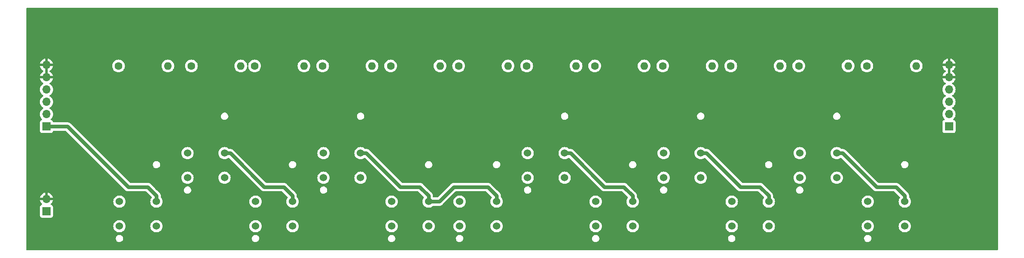
<source format=gtl>
%TF.GenerationSoftware,KiCad,Pcbnew,7.0.3*%
%TF.CreationDate,2023-06-01T18:05:34-04:00*%
%TF.ProjectId,KeyModule,4b65794d-6f64-4756-9c65-2e6b69636164,rev?*%
%TF.SameCoordinates,Original*%
%TF.FileFunction,Copper,L1,Top*%
%TF.FilePolarity,Positive*%
%FSLAX46Y46*%
G04 Gerber Fmt 4.6, Leading zero omitted, Abs format (unit mm)*
G04 Created by KiCad (PCBNEW 7.0.3) date 2023-06-01 18:05:34*
%MOMM*%
%LPD*%
G01*
G04 APERTURE LIST*
%TA.AperFunction,ComponentPad*%
%ADD10C,1.524000*%
%TD*%
%TA.AperFunction,ComponentPad*%
%ADD11R,1.700000X1.700000*%
%TD*%
%TA.AperFunction,ComponentPad*%
%ADD12O,1.700000X1.700000*%
%TD*%
%TA.AperFunction,ComponentPad*%
%ADD13C,1.600000*%
%TD*%
%TA.AperFunction,ComponentPad*%
%ADD14O,1.600000X1.600000*%
%TD*%
%TA.AperFunction,Conductor*%
%ADD15C,0.750000*%
%TD*%
G04 APERTURE END LIST*
D10*
X131190000Y-30000000D03*
X131190000Y-35080000D03*
X138810000Y-30000000D03*
X138810000Y-35080000D03*
D11*
X189900000Y-24500000D03*
D12*
X189900000Y-21960000D03*
X189900000Y-19420000D03*
X189900000Y-16880000D03*
X189900000Y-14340000D03*
X189900000Y-11800000D03*
D13*
X34000000Y-12000000D03*
D14*
X44160000Y-12000000D03*
D10*
X47190000Y-40000000D03*
X47190000Y-45080000D03*
X54810000Y-40000000D03*
X54810000Y-45080000D03*
D13*
X103000000Y-12000000D03*
D14*
X113160000Y-12000000D03*
D13*
X173000000Y-12000000D03*
D14*
X183160000Y-12000000D03*
D13*
X131000000Y-12000000D03*
D14*
X141160000Y-12000000D03*
D13*
X117000000Y-12000000D03*
D14*
X127160000Y-12000000D03*
D10*
X117190000Y-40000000D03*
X117190000Y-45080000D03*
X124810000Y-40000000D03*
X124810000Y-45080000D03*
D13*
X47000000Y-12000000D03*
D14*
X57160000Y-12000000D03*
D10*
X61190000Y-30000000D03*
X61190000Y-35080000D03*
X68810000Y-30000000D03*
X68810000Y-35080000D03*
X75190000Y-40000000D03*
X75190000Y-45080000D03*
X82810000Y-40000000D03*
X82810000Y-45080000D03*
D13*
X159000000Y-12000000D03*
D14*
X169160000Y-12000000D03*
D10*
X89190000Y-40000000D03*
X89190000Y-45080000D03*
X96810000Y-40000000D03*
X96810000Y-45080000D03*
D13*
X61000000Y-12000000D03*
D14*
X71160000Y-12000000D03*
D13*
X19000000Y-12000000D03*
D14*
X29160000Y-12000000D03*
D13*
X89000000Y-12000000D03*
D14*
X99160000Y-12000000D03*
D10*
X103190000Y-30000000D03*
X103190000Y-35080000D03*
X110810000Y-30000000D03*
X110810000Y-35080000D03*
D13*
X75000000Y-12000000D03*
D14*
X85160000Y-12000000D03*
D10*
X33190000Y-30000000D03*
X33190000Y-35080000D03*
X40810000Y-30000000D03*
X40810000Y-35080000D03*
D11*
X4160000Y-42000000D03*
D12*
X4160000Y-39460000D03*
D10*
X173190000Y-40000000D03*
X173190000Y-45080000D03*
X180810000Y-40000000D03*
X180810000Y-45080000D03*
D13*
X145000000Y-12000000D03*
D14*
X155160000Y-12000000D03*
D10*
X19190000Y-40000000D03*
X19190000Y-45080000D03*
X26810000Y-40000000D03*
X26810000Y-45080000D03*
D11*
X4160000Y-24500000D03*
D12*
X4160000Y-21960000D03*
X4160000Y-19420000D03*
X4160000Y-16880000D03*
X4160000Y-14340000D03*
X4160000Y-11800000D03*
D10*
X159190000Y-30000000D03*
X159190000Y-35080000D03*
X166810000Y-30000000D03*
X166810000Y-35080000D03*
X145190000Y-40000000D03*
X145190000Y-45080000D03*
X152810000Y-40000000D03*
X152810000Y-45080000D03*
D15*
X180810000Y-38810000D02*
X179000000Y-37000000D01*
X152810000Y-38810000D02*
X151000000Y-37000000D01*
X25000000Y-37000000D02*
X21000000Y-37000000D01*
X96810000Y-38810000D02*
X95000000Y-37000000D01*
X8500000Y-24500000D02*
X4160000Y-24500000D01*
X77000000Y-37000000D02*
X70000000Y-30000000D01*
X112000000Y-30000000D02*
X110810000Y-30000000D01*
X82810000Y-38810000D02*
X81000000Y-37000000D01*
X180810000Y-40000000D02*
X180810000Y-38810000D01*
X140000000Y-30000000D02*
X138810000Y-30000000D01*
X123000000Y-37000000D02*
X119000000Y-37000000D01*
X42000000Y-30000000D02*
X40810000Y-30000000D01*
X151000000Y-37000000D02*
X147000000Y-37000000D01*
X147000000Y-37000000D02*
X140000000Y-30000000D01*
X54810000Y-38810000D02*
X53000000Y-37000000D01*
X26810000Y-38810000D02*
X25000000Y-37000000D01*
X152810000Y-40000000D02*
X152810000Y-38810000D01*
X81000000Y-37000000D02*
X77000000Y-37000000D01*
X85000000Y-40000000D02*
X82810000Y-40000000D01*
X168000000Y-30000000D02*
X166810000Y-30000000D01*
X95000000Y-37000000D02*
X88000000Y-37000000D01*
X21000000Y-37000000D02*
X8500000Y-24500000D01*
X26810000Y-40000000D02*
X26810000Y-38810000D01*
X53000000Y-37000000D02*
X49000000Y-37000000D01*
X70000000Y-30000000D02*
X68810000Y-30000000D01*
X124810000Y-38810000D02*
X123000000Y-37000000D01*
X54810000Y-40000000D02*
X54810000Y-38810000D01*
X49000000Y-37000000D02*
X42000000Y-30000000D01*
X179000000Y-37000000D02*
X175000000Y-37000000D01*
X82810000Y-40000000D02*
X82810000Y-38810000D01*
X119000000Y-37000000D02*
X112000000Y-30000000D01*
X88000000Y-37000000D02*
X85000000Y-40000000D01*
X96810000Y-40000000D02*
X96810000Y-38810000D01*
X175000000Y-37000000D02*
X168000000Y-30000000D01*
X124810000Y-40000000D02*
X124810000Y-38810000D01*
%TA.AperFunction,Conductor*%
G36*
X4410000Y-13904498D02*
G01*
X4302315Y-13855320D01*
X4195763Y-13840000D01*
X4124237Y-13840000D01*
X4017685Y-13855320D01*
X3910000Y-13904498D01*
X3910000Y-12235501D01*
X4017685Y-12284680D01*
X4124237Y-12300000D01*
X4195763Y-12300000D01*
X4302315Y-12284680D01*
X4410000Y-12235501D01*
X4410000Y-13904498D01*
G37*
%TD.AperFunction*%
%TA.AperFunction,Conductor*%
G36*
X190150000Y-13904498D02*
G01*
X190042315Y-13855320D01*
X189935763Y-13840000D01*
X189864237Y-13840000D01*
X189757685Y-13855320D01*
X189650000Y-13904498D01*
X189650000Y-12235501D01*
X189757685Y-12284680D01*
X189864237Y-12300000D01*
X189935763Y-12300000D01*
X190042315Y-12284680D01*
X190150000Y-12235501D01*
X190150000Y-13904498D01*
G37*
%TD.AperFunction*%
%TA.AperFunction,Conductor*%
G36*
X199942539Y-20185D02*
G01*
X199988294Y-72989D01*
X199999500Y-124500D01*
X199999500Y-49875500D01*
X199979815Y-49942539D01*
X199927011Y-49988294D01*
X199875500Y-49999500D01*
X124500Y-49999500D01*
X57461Y-49979815D01*
X11706Y-49927011D01*
X500Y-49875500D01*
X500Y-47663933D01*
X18435668Y-47663933D01*
X18451058Y-47751210D01*
X18466135Y-47836711D01*
X18535623Y-47997804D01*
X18535624Y-47997806D01*
X18535626Y-47997809D01*
X18590278Y-48071218D01*
X18640390Y-48138530D01*
X18774786Y-48251302D01*
X18852488Y-48290325D01*
X18931562Y-48330038D01*
X18931563Y-48330038D01*
X18931567Y-48330040D01*
X19102279Y-48370500D01*
X19102282Y-48370500D01*
X19233701Y-48370500D01*
X19233709Y-48370500D01*
X19364255Y-48355241D01*
X19529117Y-48295237D01*
X19675696Y-48198830D01*
X19796092Y-48071218D01*
X19883812Y-47919281D01*
X19934130Y-47751210D01*
X19939213Y-47663933D01*
X46435668Y-47663933D01*
X46451058Y-47751210D01*
X46466135Y-47836711D01*
X46535623Y-47997804D01*
X46535624Y-47997806D01*
X46535626Y-47997809D01*
X46590278Y-48071218D01*
X46640390Y-48138530D01*
X46774786Y-48251302D01*
X46852488Y-48290325D01*
X46931562Y-48330038D01*
X46931563Y-48330038D01*
X46931567Y-48330040D01*
X47102279Y-48370500D01*
X47102282Y-48370500D01*
X47233701Y-48370500D01*
X47233709Y-48370500D01*
X47364255Y-48355241D01*
X47529117Y-48295237D01*
X47675696Y-48198830D01*
X47796092Y-48071218D01*
X47883812Y-47919281D01*
X47934130Y-47751210D01*
X47939213Y-47663935D01*
X74435669Y-47663935D01*
X74466135Y-47836711D01*
X74535623Y-47997804D01*
X74535624Y-47997806D01*
X74535626Y-47997809D01*
X74590278Y-48071218D01*
X74640390Y-48138530D01*
X74774786Y-48251302D01*
X74852488Y-48290325D01*
X74931562Y-48330038D01*
X74931563Y-48330038D01*
X74931567Y-48330040D01*
X75102279Y-48370500D01*
X75102282Y-48370500D01*
X75233701Y-48370500D01*
X75233709Y-48370500D01*
X75364255Y-48355241D01*
X75529117Y-48295237D01*
X75675696Y-48198830D01*
X75796092Y-48071218D01*
X75883812Y-47919281D01*
X75934130Y-47751210D01*
X75939213Y-47663935D01*
X88435669Y-47663935D01*
X88466135Y-47836711D01*
X88535623Y-47997804D01*
X88535624Y-47997806D01*
X88535626Y-47997809D01*
X88590278Y-48071218D01*
X88640390Y-48138530D01*
X88774786Y-48251302D01*
X88852488Y-48290325D01*
X88931562Y-48330038D01*
X88931563Y-48330038D01*
X88931567Y-48330040D01*
X89102279Y-48370500D01*
X89102282Y-48370500D01*
X89233701Y-48370500D01*
X89233709Y-48370500D01*
X89364255Y-48355241D01*
X89529117Y-48295237D01*
X89675696Y-48198830D01*
X89796092Y-48071218D01*
X89883812Y-47919281D01*
X89934130Y-47751210D01*
X89939213Y-47663933D01*
X116435668Y-47663933D01*
X116451058Y-47751210D01*
X116466135Y-47836711D01*
X116535623Y-47997804D01*
X116535624Y-47997806D01*
X116535626Y-47997809D01*
X116590278Y-48071218D01*
X116640390Y-48138530D01*
X116774786Y-48251302D01*
X116852488Y-48290325D01*
X116931562Y-48330038D01*
X116931563Y-48330038D01*
X116931567Y-48330040D01*
X117102279Y-48370500D01*
X117102282Y-48370500D01*
X117233701Y-48370500D01*
X117233709Y-48370500D01*
X117364255Y-48355241D01*
X117529117Y-48295237D01*
X117675696Y-48198830D01*
X117796092Y-48071218D01*
X117883812Y-47919281D01*
X117934130Y-47751210D01*
X117939213Y-47663933D01*
X144435668Y-47663933D01*
X144451058Y-47751210D01*
X144466135Y-47836711D01*
X144535623Y-47997804D01*
X144535624Y-47997806D01*
X144535626Y-47997809D01*
X144590278Y-48071218D01*
X144640390Y-48138530D01*
X144774786Y-48251302D01*
X144852488Y-48290325D01*
X144931562Y-48330038D01*
X144931563Y-48330038D01*
X144931567Y-48330040D01*
X145102279Y-48370500D01*
X145102282Y-48370500D01*
X145233701Y-48370500D01*
X145233709Y-48370500D01*
X145364255Y-48355241D01*
X145529117Y-48295237D01*
X145675696Y-48198830D01*
X145796092Y-48071218D01*
X145883812Y-47919281D01*
X145934130Y-47751210D01*
X145939213Y-47663933D01*
X172435668Y-47663933D01*
X172451058Y-47751210D01*
X172466135Y-47836711D01*
X172535623Y-47997804D01*
X172535624Y-47997806D01*
X172535626Y-47997809D01*
X172590278Y-48071218D01*
X172640390Y-48138530D01*
X172774786Y-48251302D01*
X172852488Y-48290325D01*
X172931562Y-48330038D01*
X172931563Y-48330038D01*
X172931567Y-48330040D01*
X173102279Y-48370500D01*
X173102282Y-48370500D01*
X173233701Y-48370500D01*
X173233709Y-48370500D01*
X173364255Y-48355241D01*
X173529117Y-48295237D01*
X173675696Y-48198830D01*
X173796092Y-48071218D01*
X173883812Y-47919281D01*
X173934130Y-47751210D01*
X173944331Y-47576065D01*
X173913865Y-47403289D01*
X173844377Y-47242196D01*
X173739610Y-47101470D01*
X173667747Y-47041170D01*
X173605214Y-46988698D01*
X173605212Y-46988697D01*
X173448437Y-46909961D01*
X173448433Y-46909960D01*
X173277721Y-46869500D01*
X173146291Y-46869500D01*
X173041854Y-46881707D01*
X173015743Y-46884759D01*
X173015740Y-46884760D01*
X172850884Y-46944762D01*
X172850880Y-46944764D01*
X172704306Y-47041167D01*
X172704305Y-47041168D01*
X172583910Y-47168778D01*
X172496188Y-47320718D01*
X172445870Y-47488789D01*
X172445869Y-47488794D01*
X172435668Y-47663933D01*
X145939213Y-47663933D01*
X145944331Y-47576065D01*
X145913865Y-47403289D01*
X145844377Y-47242196D01*
X145739610Y-47101470D01*
X145667747Y-47041170D01*
X145605214Y-46988698D01*
X145605212Y-46988697D01*
X145448437Y-46909961D01*
X145448433Y-46909960D01*
X145277721Y-46869500D01*
X145146291Y-46869500D01*
X145041854Y-46881707D01*
X145015743Y-46884759D01*
X145015740Y-46884760D01*
X144850884Y-46944762D01*
X144850880Y-46944764D01*
X144704306Y-47041167D01*
X144704305Y-47041168D01*
X144583910Y-47168778D01*
X144496188Y-47320718D01*
X144445870Y-47488789D01*
X144445869Y-47488794D01*
X144435668Y-47663933D01*
X117939213Y-47663933D01*
X117944331Y-47576065D01*
X117913865Y-47403289D01*
X117844377Y-47242196D01*
X117739610Y-47101470D01*
X117667747Y-47041170D01*
X117605214Y-46988698D01*
X117605212Y-46988697D01*
X117448437Y-46909961D01*
X117448433Y-46909960D01*
X117277721Y-46869500D01*
X117146291Y-46869500D01*
X117041854Y-46881707D01*
X117015743Y-46884759D01*
X117015740Y-46884760D01*
X116850884Y-46944762D01*
X116850880Y-46944764D01*
X116704306Y-47041167D01*
X116704305Y-47041168D01*
X116583910Y-47168778D01*
X116496188Y-47320718D01*
X116445870Y-47488789D01*
X116445869Y-47488794D01*
X116435668Y-47663933D01*
X89939213Y-47663933D01*
X89944331Y-47576065D01*
X89913865Y-47403289D01*
X89844377Y-47242196D01*
X89739610Y-47101470D01*
X89667747Y-47041170D01*
X89605214Y-46988698D01*
X89605212Y-46988697D01*
X89448437Y-46909961D01*
X89448433Y-46909960D01*
X89277721Y-46869500D01*
X89146291Y-46869500D01*
X89041854Y-46881707D01*
X89015743Y-46884759D01*
X89015740Y-46884760D01*
X88850884Y-46944762D01*
X88850880Y-46944764D01*
X88704306Y-47041167D01*
X88704305Y-47041168D01*
X88583910Y-47168778D01*
X88496188Y-47320718D01*
X88445870Y-47488789D01*
X88445869Y-47488794D01*
X88435669Y-47663933D01*
X88435669Y-47663935D01*
X75939213Y-47663935D01*
X75944331Y-47576065D01*
X75913865Y-47403289D01*
X75844377Y-47242196D01*
X75739610Y-47101470D01*
X75667747Y-47041170D01*
X75605214Y-46988698D01*
X75605212Y-46988697D01*
X75448437Y-46909961D01*
X75448433Y-46909960D01*
X75277721Y-46869500D01*
X75146291Y-46869500D01*
X75041854Y-46881707D01*
X75015743Y-46884759D01*
X75015740Y-46884760D01*
X74850884Y-46944762D01*
X74850880Y-46944764D01*
X74704306Y-47041167D01*
X74704305Y-47041168D01*
X74583910Y-47168778D01*
X74496188Y-47320718D01*
X74445870Y-47488789D01*
X74445869Y-47488794D01*
X74435669Y-47663933D01*
X74435669Y-47663935D01*
X47939213Y-47663935D01*
X47944331Y-47576065D01*
X47913865Y-47403289D01*
X47844377Y-47242196D01*
X47739610Y-47101470D01*
X47667747Y-47041170D01*
X47605214Y-46988698D01*
X47605212Y-46988697D01*
X47448437Y-46909961D01*
X47448433Y-46909960D01*
X47277721Y-46869500D01*
X47146291Y-46869500D01*
X47041854Y-46881707D01*
X47015743Y-46884759D01*
X47015740Y-46884760D01*
X46850884Y-46944762D01*
X46850880Y-46944764D01*
X46704306Y-47041167D01*
X46704305Y-47041168D01*
X46583910Y-47168778D01*
X46496188Y-47320718D01*
X46445870Y-47488789D01*
X46445869Y-47488794D01*
X46435668Y-47663933D01*
X19939213Y-47663933D01*
X19944331Y-47576065D01*
X19913865Y-47403289D01*
X19844377Y-47242196D01*
X19739610Y-47101470D01*
X19667747Y-47041170D01*
X19605214Y-46988698D01*
X19605212Y-46988697D01*
X19448437Y-46909961D01*
X19448433Y-46909960D01*
X19277721Y-46869500D01*
X19146291Y-46869500D01*
X19041854Y-46881707D01*
X19015743Y-46884759D01*
X19015740Y-46884760D01*
X18850884Y-46944762D01*
X18850880Y-46944764D01*
X18704306Y-47041167D01*
X18704305Y-47041168D01*
X18583910Y-47168778D01*
X18496188Y-47320718D01*
X18445870Y-47488789D01*
X18445869Y-47488794D01*
X18435668Y-47663933D01*
X500Y-47663933D01*
X500Y-45080002D01*
X17922677Y-45080002D01*
X17941929Y-45300062D01*
X17941930Y-45300070D01*
X17999104Y-45513445D01*
X17999105Y-45513447D01*
X17999106Y-45513450D01*
X18092466Y-45713661D01*
X18092466Y-45713662D01*
X18092468Y-45713666D01*
X18219170Y-45894615D01*
X18219175Y-45894621D01*
X18375378Y-46050824D01*
X18375384Y-46050829D01*
X18556333Y-46177531D01*
X18556335Y-46177532D01*
X18556338Y-46177534D01*
X18756550Y-46270894D01*
X18969932Y-46328070D01*
X19127123Y-46341822D01*
X19189998Y-46347323D01*
X19190000Y-46347323D01*
X19190002Y-46347323D01*
X19245016Y-46342509D01*
X19410068Y-46328070D01*
X19623450Y-46270894D01*
X19823662Y-46177534D01*
X20004620Y-46050826D01*
X20160826Y-45894620D01*
X20287534Y-45713662D01*
X20380894Y-45513450D01*
X20438070Y-45300068D01*
X20457323Y-45080002D01*
X25542677Y-45080002D01*
X25561929Y-45300062D01*
X25561930Y-45300070D01*
X25619104Y-45513445D01*
X25619105Y-45513447D01*
X25619106Y-45513450D01*
X25712465Y-45713661D01*
X25712466Y-45713662D01*
X25712468Y-45713666D01*
X25839170Y-45894615D01*
X25839175Y-45894621D01*
X25995378Y-46050824D01*
X25995384Y-46050829D01*
X26176333Y-46177531D01*
X26176335Y-46177532D01*
X26176338Y-46177534D01*
X26376550Y-46270894D01*
X26589932Y-46328070D01*
X26747123Y-46341822D01*
X26809998Y-46347323D01*
X26810000Y-46347323D01*
X26810002Y-46347323D01*
X26865016Y-46342509D01*
X27030068Y-46328070D01*
X27243450Y-46270894D01*
X27443662Y-46177534D01*
X27624620Y-46050826D01*
X27780826Y-45894620D01*
X27907534Y-45713662D01*
X28000894Y-45513450D01*
X28058070Y-45300068D01*
X28077323Y-45080002D01*
X45922677Y-45080002D01*
X45941929Y-45300062D01*
X45941930Y-45300070D01*
X45999104Y-45513445D01*
X45999105Y-45513447D01*
X45999106Y-45513450D01*
X46092465Y-45713661D01*
X46092466Y-45713662D01*
X46092468Y-45713666D01*
X46219170Y-45894615D01*
X46219175Y-45894621D01*
X46375378Y-46050824D01*
X46375384Y-46050829D01*
X46556333Y-46177531D01*
X46556335Y-46177532D01*
X46556338Y-46177534D01*
X46756550Y-46270894D01*
X46969932Y-46328070D01*
X47127123Y-46341822D01*
X47189998Y-46347323D01*
X47190000Y-46347323D01*
X47190002Y-46347323D01*
X47245016Y-46342509D01*
X47410068Y-46328070D01*
X47623450Y-46270894D01*
X47823662Y-46177534D01*
X48004620Y-46050826D01*
X48160826Y-45894620D01*
X48287534Y-45713662D01*
X48380894Y-45513450D01*
X48438070Y-45300068D01*
X48457323Y-45080002D01*
X53542677Y-45080002D01*
X53561929Y-45300062D01*
X53561930Y-45300070D01*
X53619104Y-45513445D01*
X53619105Y-45513447D01*
X53619106Y-45513450D01*
X53712466Y-45713661D01*
X53712466Y-45713662D01*
X53712468Y-45713666D01*
X53839170Y-45894615D01*
X53839175Y-45894621D01*
X53995378Y-46050824D01*
X53995384Y-46050829D01*
X54176333Y-46177531D01*
X54176335Y-46177532D01*
X54176338Y-46177534D01*
X54376550Y-46270894D01*
X54589932Y-46328070D01*
X54747123Y-46341822D01*
X54809998Y-46347323D01*
X54810000Y-46347323D01*
X54810002Y-46347323D01*
X54865016Y-46342509D01*
X55030068Y-46328070D01*
X55243450Y-46270894D01*
X55443662Y-46177534D01*
X55624620Y-46050826D01*
X55780826Y-45894620D01*
X55907534Y-45713662D01*
X56000894Y-45513450D01*
X56058070Y-45300068D01*
X56077323Y-45080002D01*
X73922677Y-45080002D01*
X73941929Y-45300062D01*
X73941930Y-45300070D01*
X73999104Y-45513445D01*
X73999105Y-45513447D01*
X73999106Y-45513450D01*
X74092466Y-45713662D01*
X74092468Y-45713666D01*
X74219170Y-45894615D01*
X74219175Y-45894621D01*
X74375378Y-46050824D01*
X74375384Y-46050829D01*
X74556333Y-46177531D01*
X74556335Y-46177532D01*
X74556338Y-46177534D01*
X74756550Y-46270894D01*
X74969932Y-46328070D01*
X75127123Y-46341822D01*
X75189998Y-46347323D01*
X75190000Y-46347323D01*
X75190002Y-46347323D01*
X75245016Y-46342509D01*
X75410068Y-46328070D01*
X75623450Y-46270894D01*
X75823662Y-46177534D01*
X76004620Y-46050826D01*
X76160826Y-45894620D01*
X76287534Y-45713662D01*
X76380894Y-45513450D01*
X76438070Y-45300068D01*
X76457323Y-45080002D01*
X81542677Y-45080002D01*
X81561929Y-45300062D01*
X81561930Y-45300070D01*
X81619104Y-45513445D01*
X81619105Y-45513447D01*
X81619106Y-45513450D01*
X81712466Y-45713662D01*
X81712468Y-45713666D01*
X81839170Y-45894615D01*
X81839175Y-45894621D01*
X81995378Y-46050824D01*
X81995384Y-46050829D01*
X82176333Y-46177531D01*
X82176335Y-46177532D01*
X82176338Y-46177534D01*
X82376550Y-46270894D01*
X82589932Y-46328070D01*
X82747123Y-46341822D01*
X82809998Y-46347323D01*
X82810000Y-46347323D01*
X82810002Y-46347323D01*
X82865016Y-46342509D01*
X83030068Y-46328070D01*
X83243450Y-46270894D01*
X83443662Y-46177534D01*
X83624620Y-46050826D01*
X83780826Y-45894620D01*
X83907534Y-45713662D01*
X84000894Y-45513450D01*
X84058070Y-45300068D01*
X84077323Y-45080002D01*
X87922677Y-45080002D01*
X87941929Y-45300062D01*
X87941930Y-45300070D01*
X87999104Y-45513445D01*
X87999105Y-45513447D01*
X87999106Y-45513450D01*
X88092466Y-45713662D01*
X88092468Y-45713666D01*
X88219170Y-45894615D01*
X88219175Y-45894621D01*
X88375378Y-46050824D01*
X88375384Y-46050829D01*
X88556333Y-46177531D01*
X88556335Y-46177532D01*
X88556338Y-46177534D01*
X88756550Y-46270894D01*
X88969932Y-46328070D01*
X89127123Y-46341822D01*
X89189998Y-46347323D01*
X89190000Y-46347323D01*
X89190002Y-46347323D01*
X89245016Y-46342509D01*
X89410068Y-46328070D01*
X89623450Y-46270894D01*
X89823662Y-46177534D01*
X90004620Y-46050826D01*
X90160826Y-45894620D01*
X90287534Y-45713662D01*
X90380894Y-45513450D01*
X90438070Y-45300068D01*
X90457323Y-45080002D01*
X95542677Y-45080002D01*
X95561929Y-45300062D01*
X95561930Y-45300070D01*
X95619104Y-45513445D01*
X95619105Y-45513447D01*
X95619106Y-45513450D01*
X95712465Y-45713662D01*
X95712466Y-45713662D01*
X95712468Y-45713666D01*
X95839170Y-45894615D01*
X95839175Y-45894621D01*
X95995378Y-46050824D01*
X95995384Y-46050829D01*
X96176333Y-46177531D01*
X96176335Y-46177532D01*
X96176338Y-46177534D01*
X96376550Y-46270894D01*
X96589932Y-46328070D01*
X96747123Y-46341822D01*
X96809998Y-46347323D01*
X96810000Y-46347323D01*
X96810002Y-46347323D01*
X96865016Y-46342509D01*
X97030068Y-46328070D01*
X97243450Y-46270894D01*
X97443662Y-46177534D01*
X97624620Y-46050826D01*
X97780826Y-45894620D01*
X97907534Y-45713662D01*
X98000894Y-45513450D01*
X98058070Y-45300068D01*
X98077323Y-45080002D01*
X115922677Y-45080002D01*
X115941929Y-45300062D01*
X115941930Y-45300070D01*
X115999104Y-45513445D01*
X115999105Y-45513447D01*
X115999106Y-45513450D01*
X116092466Y-45713662D01*
X116092468Y-45713666D01*
X116219170Y-45894615D01*
X116219175Y-45894621D01*
X116375378Y-46050824D01*
X116375384Y-46050829D01*
X116556333Y-46177531D01*
X116556335Y-46177532D01*
X116556338Y-46177534D01*
X116756550Y-46270894D01*
X116969932Y-46328070D01*
X117127123Y-46341822D01*
X117189998Y-46347323D01*
X117190000Y-46347323D01*
X117190002Y-46347323D01*
X117245016Y-46342509D01*
X117410068Y-46328070D01*
X117623450Y-46270894D01*
X117823662Y-46177534D01*
X118004620Y-46050826D01*
X118160826Y-45894620D01*
X118287534Y-45713662D01*
X118380894Y-45513450D01*
X118438070Y-45300068D01*
X118457323Y-45080002D01*
X123542677Y-45080002D01*
X123561929Y-45300062D01*
X123561930Y-45300070D01*
X123619104Y-45513445D01*
X123619105Y-45513447D01*
X123619106Y-45513450D01*
X123712465Y-45713662D01*
X123712466Y-45713662D01*
X123712468Y-45713666D01*
X123839170Y-45894615D01*
X123839175Y-45894621D01*
X123995378Y-46050824D01*
X123995384Y-46050829D01*
X124176333Y-46177531D01*
X124176335Y-46177532D01*
X124176338Y-46177534D01*
X124376550Y-46270894D01*
X124589932Y-46328070D01*
X124747123Y-46341822D01*
X124809998Y-46347323D01*
X124810000Y-46347323D01*
X124810002Y-46347323D01*
X124865016Y-46342509D01*
X125030068Y-46328070D01*
X125243450Y-46270894D01*
X125443662Y-46177534D01*
X125624620Y-46050826D01*
X125780826Y-45894620D01*
X125907534Y-45713662D01*
X126000894Y-45513450D01*
X126058070Y-45300068D01*
X126077323Y-45080002D01*
X143922677Y-45080002D01*
X143941929Y-45300062D01*
X143941930Y-45300070D01*
X143999104Y-45513445D01*
X143999105Y-45513447D01*
X143999106Y-45513450D01*
X144092466Y-45713661D01*
X144092466Y-45713662D01*
X144092468Y-45713666D01*
X144219170Y-45894615D01*
X144219175Y-45894621D01*
X144375378Y-46050824D01*
X144375384Y-46050829D01*
X144556333Y-46177531D01*
X144556335Y-46177532D01*
X144556338Y-46177534D01*
X144756550Y-46270894D01*
X144969932Y-46328070D01*
X145127123Y-46341822D01*
X145189998Y-46347323D01*
X145190000Y-46347323D01*
X145190002Y-46347323D01*
X145245016Y-46342509D01*
X145410068Y-46328070D01*
X145623450Y-46270894D01*
X145823662Y-46177534D01*
X146004620Y-46050826D01*
X146160826Y-45894620D01*
X146287534Y-45713662D01*
X146380894Y-45513450D01*
X146438070Y-45300068D01*
X146457323Y-45080002D01*
X151542677Y-45080002D01*
X151561929Y-45300062D01*
X151561930Y-45300070D01*
X151619104Y-45513445D01*
X151619105Y-45513447D01*
X151619106Y-45513450D01*
X151712465Y-45713662D01*
X151712466Y-45713662D01*
X151712468Y-45713666D01*
X151839170Y-45894615D01*
X151839175Y-45894621D01*
X151995378Y-46050824D01*
X151995384Y-46050829D01*
X152176333Y-46177531D01*
X152176335Y-46177532D01*
X152176338Y-46177534D01*
X152376550Y-46270894D01*
X152589932Y-46328070D01*
X152747123Y-46341822D01*
X152809998Y-46347323D01*
X152810000Y-46347323D01*
X152810002Y-46347323D01*
X152865016Y-46342509D01*
X153030068Y-46328070D01*
X153243450Y-46270894D01*
X153443662Y-46177534D01*
X153624620Y-46050826D01*
X153780826Y-45894620D01*
X153907534Y-45713662D01*
X154000894Y-45513450D01*
X154058070Y-45300068D01*
X154077323Y-45080002D01*
X171922677Y-45080002D01*
X171941929Y-45300062D01*
X171941930Y-45300070D01*
X171999104Y-45513445D01*
X171999105Y-45513447D01*
X171999106Y-45513450D01*
X172092466Y-45713661D01*
X172092466Y-45713662D01*
X172092468Y-45713666D01*
X172219170Y-45894615D01*
X172219175Y-45894621D01*
X172375378Y-46050824D01*
X172375384Y-46050829D01*
X172556333Y-46177531D01*
X172556335Y-46177532D01*
X172556338Y-46177534D01*
X172756550Y-46270894D01*
X172969932Y-46328070D01*
X173127123Y-46341822D01*
X173189998Y-46347323D01*
X173190000Y-46347323D01*
X173190002Y-46347323D01*
X173245016Y-46342509D01*
X173410068Y-46328070D01*
X173623450Y-46270894D01*
X173823662Y-46177534D01*
X174004620Y-46050826D01*
X174160826Y-45894620D01*
X174287534Y-45713662D01*
X174380894Y-45513450D01*
X174438070Y-45300068D01*
X174457323Y-45080002D01*
X179542677Y-45080002D01*
X179561929Y-45300062D01*
X179561930Y-45300070D01*
X179619104Y-45513445D01*
X179619105Y-45513447D01*
X179619106Y-45513450D01*
X179712465Y-45713662D01*
X179712466Y-45713662D01*
X179712468Y-45713666D01*
X179839170Y-45894615D01*
X179839175Y-45894621D01*
X179995378Y-46050824D01*
X179995384Y-46050829D01*
X180176333Y-46177531D01*
X180176335Y-46177532D01*
X180176338Y-46177534D01*
X180376550Y-46270894D01*
X180589932Y-46328070D01*
X180747123Y-46341822D01*
X180809998Y-46347323D01*
X180810000Y-46347323D01*
X180810002Y-46347323D01*
X180865016Y-46342509D01*
X181030068Y-46328070D01*
X181243450Y-46270894D01*
X181443662Y-46177534D01*
X181624620Y-46050826D01*
X181780826Y-45894620D01*
X181907534Y-45713662D01*
X182000894Y-45513450D01*
X182058070Y-45300068D01*
X182077323Y-45080000D01*
X182058070Y-44859932D01*
X182000894Y-44646550D01*
X181907534Y-44446339D01*
X181780826Y-44265380D01*
X181624620Y-44109174D01*
X181624616Y-44109171D01*
X181624615Y-44109170D01*
X181443666Y-43982468D01*
X181443662Y-43982466D01*
X181443660Y-43982465D01*
X181243450Y-43889106D01*
X181243447Y-43889105D01*
X181243445Y-43889104D01*
X181030070Y-43831930D01*
X181030062Y-43831929D01*
X180810002Y-43812677D01*
X180809998Y-43812677D01*
X180589937Y-43831929D01*
X180589929Y-43831930D01*
X180376554Y-43889104D01*
X180376548Y-43889107D01*
X180176340Y-43982465D01*
X180176338Y-43982466D01*
X179995377Y-44109175D01*
X179839175Y-44265377D01*
X179712466Y-44446338D01*
X179712465Y-44446340D01*
X179619107Y-44646548D01*
X179619104Y-44646554D01*
X179561930Y-44859929D01*
X179561929Y-44859937D01*
X179542677Y-45079997D01*
X179542677Y-45080002D01*
X174457323Y-45080002D01*
X174457323Y-45080000D01*
X174438070Y-44859932D01*
X174380894Y-44646550D01*
X174287534Y-44446339D01*
X174160826Y-44265380D01*
X174004620Y-44109174D01*
X174004616Y-44109171D01*
X174004615Y-44109170D01*
X173823666Y-43982468D01*
X173823662Y-43982466D01*
X173823660Y-43982465D01*
X173623450Y-43889106D01*
X173623447Y-43889105D01*
X173623445Y-43889104D01*
X173410070Y-43831930D01*
X173410062Y-43831929D01*
X173190002Y-43812677D01*
X173189998Y-43812677D01*
X172969937Y-43831929D01*
X172969929Y-43831930D01*
X172756554Y-43889104D01*
X172756548Y-43889107D01*
X172556340Y-43982465D01*
X172556338Y-43982466D01*
X172375377Y-44109175D01*
X172219175Y-44265377D01*
X172092466Y-44446338D01*
X172092465Y-44446340D01*
X171999107Y-44646548D01*
X171999104Y-44646554D01*
X171941930Y-44859929D01*
X171941929Y-44859937D01*
X171922677Y-45079997D01*
X171922677Y-45080002D01*
X154077323Y-45080002D01*
X154077323Y-45080000D01*
X154058070Y-44859932D01*
X154000894Y-44646550D01*
X153907534Y-44446339D01*
X153780826Y-44265380D01*
X153624620Y-44109174D01*
X153624616Y-44109171D01*
X153624615Y-44109170D01*
X153443666Y-43982468D01*
X153443662Y-43982466D01*
X153443662Y-43982465D01*
X153243450Y-43889106D01*
X153243447Y-43889105D01*
X153243445Y-43889104D01*
X153030070Y-43831930D01*
X153030062Y-43831929D01*
X152810002Y-43812677D01*
X152809998Y-43812677D01*
X152589937Y-43831929D01*
X152589929Y-43831930D01*
X152376554Y-43889104D01*
X152376548Y-43889107D01*
X152176340Y-43982465D01*
X152176338Y-43982466D01*
X151995377Y-44109175D01*
X151839175Y-44265377D01*
X151712466Y-44446338D01*
X151712465Y-44446340D01*
X151619107Y-44646548D01*
X151619104Y-44646554D01*
X151561930Y-44859929D01*
X151561929Y-44859937D01*
X151542677Y-45079997D01*
X151542677Y-45080002D01*
X146457323Y-45080002D01*
X146457323Y-45080000D01*
X146438070Y-44859932D01*
X146380894Y-44646550D01*
X146287534Y-44446339D01*
X146160826Y-44265380D01*
X146004620Y-44109174D01*
X146004616Y-44109171D01*
X146004615Y-44109170D01*
X145823666Y-43982468D01*
X145823662Y-43982466D01*
X145823662Y-43982465D01*
X145623450Y-43889106D01*
X145623447Y-43889105D01*
X145623445Y-43889104D01*
X145410070Y-43831930D01*
X145410062Y-43831929D01*
X145190002Y-43812677D01*
X145189998Y-43812677D01*
X144969937Y-43831929D01*
X144969929Y-43831930D01*
X144756554Y-43889104D01*
X144756548Y-43889107D01*
X144556340Y-43982465D01*
X144556338Y-43982466D01*
X144375377Y-44109175D01*
X144219175Y-44265377D01*
X144092466Y-44446338D01*
X144092465Y-44446340D01*
X143999107Y-44646548D01*
X143999104Y-44646554D01*
X143941930Y-44859929D01*
X143941929Y-44859937D01*
X143922677Y-45079997D01*
X143922677Y-45080002D01*
X126077323Y-45080002D01*
X126077323Y-45080000D01*
X126058070Y-44859932D01*
X126000894Y-44646550D01*
X125907534Y-44446339D01*
X125780826Y-44265380D01*
X125624620Y-44109174D01*
X125624616Y-44109171D01*
X125624615Y-44109170D01*
X125443666Y-43982468D01*
X125443662Y-43982466D01*
X125443662Y-43982465D01*
X125243450Y-43889106D01*
X125243447Y-43889105D01*
X125243445Y-43889104D01*
X125030070Y-43831930D01*
X125030062Y-43831929D01*
X124810002Y-43812677D01*
X124809998Y-43812677D01*
X124589937Y-43831929D01*
X124589929Y-43831930D01*
X124376554Y-43889104D01*
X124376548Y-43889107D01*
X124176340Y-43982465D01*
X124176338Y-43982466D01*
X123995377Y-44109175D01*
X123839175Y-44265377D01*
X123712466Y-44446338D01*
X123712465Y-44446340D01*
X123619107Y-44646548D01*
X123619104Y-44646554D01*
X123561930Y-44859929D01*
X123561929Y-44859937D01*
X123542677Y-45079997D01*
X123542677Y-45080002D01*
X118457323Y-45080002D01*
X118457323Y-45080000D01*
X118438070Y-44859932D01*
X118380894Y-44646550D01*
X118287534Y-44446339D01*
X118160826Y-44265380D01*
X118004620Y-44109174D01*
X118004616Y-44109171D01*
X118004615Y-44109170D01*
X117823666Y-43982468D01*
X117823662Y-43982466D01*
X117823662Y-43982465D01*
X117623450Y-43889106D01*
X117623447Y-43889105D01*
X117623445Y-43889104D01*
X117410070Y-43831930D01*
X117410062Y-43831929D01*
X117190002Y-43812677D01*
X117189998Y-43812677D01*
X116969937Y-43831929D01*
X116969929Y-43831930D01*
X116756554Y-43889104D01*
X116756548Y-43889107D01*
X116556340Y-43982465D01*
X116556338Y-43982466D01*
X116375377Y-44109175D01*
X116219175Y-44265377D01*
X116092466Y-44446338D01*
X116092465Y-44446340D01*
X115999107Y-44646548D01*
X115999104Y-44646554D01*
X115941930Y-44859929D01*
X115941929Y-44859937D01*
X115922677Y-45079997D01*
X115922677Y-45080002D01*
X98077323Y-45080002D01*
X98077323Y-45080000D01*
X98058070Y-44859932D01*
X98000894Y-44646550D01*
X97907534Y-44446339D01*
X97780826Y-44265380D01*
X97624620Y-44109174D01*
X97624616Y-44109171D01*
X97624615Y-44109170D01*
X97443666Y-43982468D01*
X97443662Y-43982466D01*
X97443660Y-43982465D01*
X97243450Y-43889106D01*
X97243447Y-43889105D01*
X97243445Y-43889104D01*
X97030070Y-43831930D01*
X97030062Y-43831929D01*
X96810002Y-43812677D01*
X96809998Y-43812677D01*
X96589937Y-43831929D01*
X96589929Y-43831930D01*
X96376554Y-43889104D01*
X96376548Y-43889107D01*
X96176340Y-43982465D01*
X96176338Y-43982466D01*
X95995377Y-44109175D01*
X95839175Y-44265377D01*
X95712466Y-44446338D01*
X95712465Y-44446340D01*
X95619107Y-44646548D01*
X95619104Y-44646554D01*
X95561930Y-44859929D01*
X95561929Y-44859937D01*
X95542677Y-45079997D01*
X95542677Y-45080002D01*
X90457323Y-45080002D01*
X90457323Y-45080000D01*
X90438070Y-44859932D01*
X90380894Y-44646550D01*
X90287534Y-44446339D01*
X90160826Y-44265380D01*
X90004620Y-44109174D01*
X90004616Y-44109171D01*
X90004615Y-44109170D01*
X89823666Y-43982468D01*
X89823662Y-43982466D01*
X89823660Y-43982465D01*
X89623450Y-43889106D01*
X89623447Y-43889105D01*
X89623445Y-43889104D01*
X89410070Y-43831930D01*
X89410062Y-43831929D01*
X89190002Y-43812677D01*
X89189998Y-43812677D01*
X88969937Y-43831929D01*
X88969929Y-43831930D01*
X88756554Y-43889104D01*
X88756548Y-43889107D01*
X88556340Y-43982465D01*
X88556338Y-43982466D01*
X88375377Y-44109175D01*
X88219175Y-44265377D01*
X88092466Y-44446338D01*
X88092465Y-44446340D01*
X87999107Y-44646548D01*
X87999104Y-44646554D01*
X87941930Y-44859929D01*
X87941929Y-44859937D01*
X87922677Y-45079997D01*
X87922677Y-45080002D01*
X84077323Y-45080002D01*
X84077323Y-45080000D01*
X84058070Y-44859932D01*
X84000894Y-44646550D01*
X83907534Y-44446339D01*
X83780826Y-44265380D01*
X83624620Y-44109174D01*
X83624616Y-44109171D01*
X83624615Y-44109170D01*
X83443666Y-43982468D01*
X83443662Y-43982466D01*
X83443661Y-43982465D01*
X83243450Y-43889106D01*
X83243447Y-43889105D01*
X83243445Y-43889104D01*
X83030070Y-43831930D01*
X83030062Y-43831929D01*
X82810002Y-43812677D01*
X82809998Y-43812677D01*
X82589937Y-43831929D01*
X82589929Y-43831930D01*
X82376554Y-43889104D01*
X82376548Y-43889107D01*
X82176340Y-43982465D01*
X82176338Y-43982466D01*
X81995377Y-44109175D01*
X81839175Y-44265377D01*
X81712466Y-44446338D01*
X81712465Y-44446340D01*
X81619107Y-44646548D01*
X81619104Y-44646554D01*
X81561930Y-44859929D01*
X81561929Y-44859937D01*
X81542677Y-45079997D01*
X81542677Y-45080002D01*
X76457323Y-45080002D01*
X76457323Y-45080000D01*
X76438070Y-44859932D01*
X76380894Y-44646550D01*
X76287534Y-44446339D01*
X76160826Y-44265380D01*
X76004620Y-44109174D01*
X76004616Y-44109171D01*
X76004615Y-44109170D01*
X75823666Y-43982468D01*
X75823662Y-43982466D01*
X75823662Y-43982465D01*
X75623450Y-43889106D01*
X75623447Y-43889105D01*
X75623445Y-43889104D01*
X75410070Y-43831930D01*
X75410062Y-43831929D01*
X75190002Y-43812677D01*
X75189998Y-43812677D01*
X74969937Y-43831929D01*
X74969929Y-43831930D01*
X74756554Y-43889104D01*
X74756548Y-43889107D01*
X74556340Y-43982465D01*
X74556338Y-43982466D01*
X74375377Y-44109175D01*
X74219175Y-44265377D01*
X74092466Y-44446338D01*
X74092465Y-44446340D01*
X73999107Y-44646548D01*
X73999104Y-44646554D01*
X73941930Y-44859929D01*
X73941929Y-44859937D01*
X73922677Y-45079997D01*
X73922677Y-45080002D01*
X56077323Y-45080002D01*
X56077323Y-45080000D01*
X56058070Y-44859932D01*
X56000894Y-44646550D01*
X55907534Y-44446339D01*
X55780826Y-44265380D01*
X55624620Y-44109174D01*
X55624616Y-44109171D01*
X55624615Y-44109170D01*
X55443666Y-43982468D01*
X55443662Y-43982466D01*
X55443662Y-43982465D01*
X55243450Y-43889106D01*
X55243447Y-43889105D01*
X55243445Y-43889104D01*
X55030070Y-43831930D01*
X55030062Y-43831929D01*
X54810002Y-43812677D01*
X54809998Y-43812677D01*
X54589937Y-43831929D01*
X54589929Y-43831930D01*
X54376554Y-43889104D01*
X54376548Y-43889107D01*
X54176340Y-43982465D01*
X54176338Y-43982466D01*
X53995377Y-44109175D01*
X53839175Y-44265377D01*
X53712466Y-44446338D01*
X53712465Y-44446340D01*
X53619107Y-44646548D01*
X53619104Y-44646554D01*
X53561930Y-44859929D01*
X53561929Y-44859937D01*
X53542677Y-45079997D01*
X53542677Y-45080002D01*
X48457323Y-45080002D01*
X48457323Y-45080000D01*
X48438070Y-44859932D01*
X48380894Y-44646550D01*
X48287534Y-44446339D01*
X48160826Y-44265380D01*
X48004620Y-44109174D01*
X48004616Y-44109171D01*
X48004615Y-44109170D01*
X47823666Y-43982468D01*
X47823662Y-43982466D01*
X47823662Y-43982465D01*
X47623450Y-43889106D01*
X47623447Y-43889105D01*
X47623445Y-43889104D01*
X47410070Y-43831930D01*
X47410062Y-43831929D01*
X47190002Y-43812677D01*
X47189998Y-43812677D01*
X46969937Y-43831929D01*
X46969929Y-43831930D01*
X46756554Y-43889104D01*
X46756548Y-43889107D01*
X46556340Y-43982465D01*
X46556338Y-43982466D01*
X46375377Y-44109175D01*
X46219175Y-44265377D01*
X46092466Y-44446338D01*
X46092465Y-44446340D01*
X45999107Y-44646548D01*
X45999104Y-44646554D01*
X45941930Y-44859929D01*
X45941929Y-44859937D01*
X45922677Y-45079997D01*
X45922677Y-45080002D01*
X28077323Y-45080002D01*
X28077323Y-45080000D01*
X28058070Y-44859932D01*
X28000894Y-44646550D01*
X27907534Y-44446339D01*
X27780826Y-44265380D01*
X27624620Y-44109174D01*
X27624616Y-44109171D01*
X27624615Y-44109170D01*
X27443666Y-43982468D01*
X27443662Y-43982466D01*
X27443660Y-43982465D01*
X27243450Y-43889106D01*
X27243447Y-43889105D01*
X27243445Y-43889104D01*
X27030070Y-43831930D01*
X27030062Y-43831929D01*
X26810002Y-43812677D01*
X26809998Y-43812677D01*
X26589937Y-43831929D01*
X26589929Y-43831930D01*
X26376554Y-43889104D01*
X26376548Y-43889107D01*
X26176340Y-43982465D01*
X26176338Y-43982466D01*
X25995377Y-44109175D01*
X25839175Y-44265377D01*
X25712466Y-44446338D01*
X25712465Y-44446340D01*
X25619107Y-44646548D01*
X25619104Y-44646554D01*
X25561930Y-44859929D01*
X25561929Y-44859937D01*
X25542677Y-45079997D01*
X25542677Y-45080002D01*
X20457323Y-45080002D01*
X20457323Y-45080000D01*
X20438070Y-44859932D01*
X20380894Y-44646550D01*
X20287534Y-44446339D01*
X20160826Y-44265380D01*
X20004620Y-44109174D01*
X20004616Y-44109171D01*
X20004615Y-44109170D01*
X19823666Y-43982468D01*
X19823662Y-43982466D01*
X19823660Y-43982465D01*
X19623450Y-43889106D01*
X19623447Y-43889105D01*
X19623445Y-43889104D01*
X19410070Y-43831930D01*
X19410062Y-43831929D01*
X19190002Y-43812677D01*
X19189998Y-43812677D01*
X18969937Y-43831929D01*
X18969929Y-43831930D01*
X18756554Y-43889104D01*
X18756548Y-43889107D01*
X18556340Y-43982465D01*
X18556338Y-43982466D01*
X18375377Y-44109175D01*
X18219175Y-44265377D01*
X18092466Y-44446338D01*
X18092465Y-44446340D01*
X17999107Y-44646548D01*
X17999104Y-44646554D01*
X17941930Y-44859929D01*
X17941929Y-44859937D01*
X17922677Y-45079997D01*
X17922677Y-45080002D01*
X500Y-45080002D01*
X500Y-42897870D01*
X2809500Y-42897870D01*
X2809501Y-42897876D01*
X2815908Y-42957483D01*
X2866202Y-43092328D01*
X2866206Y-43092335D01*
X2952452Y-43207544D01*
X2952455Y-43207547D01*
X3067664Y-43293793D01*
X3067671Y-43293797D01*
X3202517Y-43344091D01*
X3202516Y-43344091D01*
X3209444Y-43344835D01*
X3262127Y-43350500D01*
X5057872Y-43350499D01*
X5117483Y-43344091D01*
X5252331Y-43293796D01*
X5367546Y-43207546D01*
X5453796Y-43092331D01*
X5504091Y-42957483D01*
X5510500Y-42897873D01*
X5510499Y-41102128D01*
X5504091Y-41042517D01*
X5477351Y-40970824D01*
X5453797Y-40907671D01*
X5453793Y-40907664D01*
X5367547Y-40792455D01*
X5367544Y-40792452D01*
X5252335Y-40706206D01*
X5252328Y-40706202D01*
X5120401Y-40656997D01*
X5064467Y-40615126D01*
X5040050Y-40549662D01*
X5054902Y-40481389D01*
X5076053Y-40453133D01*
X5198108Y-40331078D01*
X5333600Y-40137578D01*
X5397752Y-40000002D01*
X17922677Y-40000002D01*
X17941929Y-40220062D01*
X17941930Y-40220070D01*
X17999104Y-40433445D01*
X17999105Y-40433447D01*
X17999106Y-40433450D01*
X18058217Y-40560215D01*
X18092466Y-40633662D01*
X18092468Y-40633666D01*
X18219170Y-40814615D01*
X18219175Y-40814621D01*
X18375378Y-40970824D01*
X18375384Y-40970829D01*
X18556333Y-41097531D01*
X18556335Y-41097532D01*
X18556338Y-41097534D01*
X18756550Y-41190894D01*
X18969932Y-41248070D01*
X19127123Y-41261822D01*
X19189998Y-41267323D01*
X19190000Y-41267323D01*
X19190002Y-41267323D01*
X19245016Y-41262509D01*
X19410068Y-41248070D01*
X19623450Y-41190894D01*
X19823662Y-41097534D01*
X20004620Y-40970826D01*
X20160826Y-40814620D01*
X20287534Y-40633662D01*
X20380894Y-40433450D01*
X20438070Y-40220068D01*
X20457323Y-40000000D01*
X20438070Y-39779932D01*
X20380894Y-39566550D01*
X20287534Y-39366339D01*
X20178065Y-39210000D01*
X20160827Y-39185381D01*
X20085016Y-39109570D01*
X20004620Y-39029174D01*
X20004616Y-39029171D01*
X20004615Y-39029170D01*
X19823666Y-38902468D01*
X19823662Y-38902466D01*
X19823662Y-38902465D01*
X19623450Y-38809106D01*
X19623447Y-38809105D01*
X19623445Y-38809104D01*
X19410070Y-38751930D01*
X19410062Y-38751929D01*
X19190002Y-38732677D01*
X19189998Y-38732677D01*
X18969937Y-38751929D01*
X18969929Y-38751930D01*
X18756554Y-38809104D01*
X18756548Y-38809107D01*
X18556340Y-38902465D01*
X18556338Y-38902466D01*
X18375377Y-39029175D01*
X18219175Y-39185377D01*
X18092466Y-39366338D01*
X18092465Y-39366340D01*
X17999107Y-39566548D01*
X17999104Y-39566554D01*
X17941930Y-39779929D01*
X17941929Y-39779937D01*
X17922677Y-39999997D01*
X17922677Y-40000002D01*
X5397752Y-40000002D01*
X5433429Y-39923492D01*
X5433432Y-39923486D01*
X5490636Y-39710000D01*
X4593686Y-39710000D01*
X4619493Y-39669844D01*
X4660000Y-39531889D01*
X4660000Y-39388111D01*
X4619493Y-39250156D01*
X4593686Y-39210000D01*
X5490636Y-39210000D01*
X5490635Y-39209999D01*
X5433432Y-38996513D01*
X5433429Y-38996507D01*
X5333600Y-38782422D01*
X5333599Y-38782420D01*
X5198113Y-38588926D01*
X5198108Y-38588920D01*
X5031082Y-38421894D01*
X4837578Y-38286399D01*
X4623492Y-38186570D01*
X4623486Y-38186567D01*
X4410000Y-38129364D01*
X4410000Y-39024498D01*
X4302315Y-38975320D01*
X4195763Y-38960000D01*
X4124237Y-38960000D01*
X4017685Y-38975320D01*
X3910000Y-39024498D01*
X3910000Y-38129364D01*
X3909999Y-38129364D01*
X3696513Y-38186567D01*
X3696507Y-38186570D01*
X3482422Y-38286399D01*
X3482420Y-38286400D01*
X3288926Y-38421886D01*
X3288920Y-38421891D01*
X3121891Y-38588920D01*
X3121886Y-38588926D01*
X2986400Y-38782420D01*
X2986399Y-38782422D01*
X2886570Y-38996507D01*
X2886567Y-38996513D01*
X2829364Y-39209999D01*
X2829364Y-39210000D01*
X3726314Y-39210000D01*
X3700507Y-39250156D01*
X3660000Y-39388111D01*
X3660000Y-39531889D01*
X3700507Y-39669844D01*
X3726314Y-39710000D01*
X2829364Y-39710000D01*
X2886567Y-39923486D01*
X2886570Y-39923492D01*
X2986399Y-40137578D01*
X3121894Y-40331082D01*
X3243946Y-40453134D01*
X3277431Y-40514457D01*
X3272447Y-40584149D01*
X3230575Y-40640082D01*
X3199598Y-40656997D01*
X3067671Y-40706202D01*
X3067664Y-40706206D01*
X2952455Y-40792452D01*
X2952452Y-40792455D01*
X2866206Y-40907664D01*
X2866202Y-40907671D01*
X2815908Y-41042517D01*
X2809994Y-41097531D01*
X2809501Y-41102123D01*
X2809500Y-41102135D01*
X2809500Y-42897870D01*
X500Y-42897870D01*
X500Y-21960000D01*
X2804341Y-21960000D01*
X2824936Y-22195403D01*
X2824938Y-22195413D01*
X2886094Y-22423655D01*
X2886096Y-22423659D01*
X2886097Y-22423663D01*
X2886223Y-22423933D01*
X2985965Y-22637830D01*
X2985967Y-22637834D01*
X3069972Y-22757804D01*
X3121501Y-22831396D01*
X3121506Y-22831402D01*
X3243430Y-22953326D01*
X3276915Y-23014649D01*
X3271931Y-23084341D01*
X3230059Y-23140274D01*
X3199083Y-23157189D01*
X3067669Y-23206203D01*
X3067664Y-23206206D01*
X2952455Y-23292452D01*
X2952452Y-23292455D01*
X2866206Y-23407664D01*
X2866202Y-23407671D01*
X2815908Y-23542517D01*
X2809501Y-23602116D01*
X2809501Y-23602123D01*
X2809500Y-23602135D01*
X2809500Y-25397870D01*
X2809501Y-25397876D01*
X2815908Y-25457483D01*
X2866202Y-25592328D01*
X2866206Y-25592335D01*
X2952452Y-25707544D01*
X2952455Y-25707547D01*
X3067664Y-25793793D01*
X3067671Y-25793797D01*
X3202517Y-25844091D01*
X3202516Y-25844091D01*
X3209444Y-25844835D01*
X3262127Y-25850500D01*
X5057872Y-25850499D01*
X5117483Y-25844091D01*
X5252331Y-25793796D01*
X5367546Y-25707546D01*
X5453796Y-25592331D01*
X5504091Y-25457483D01*
X5504090Y-25457483D01*
X5504582Y-25456167D01*
X5546453Y-25400233D01*
X5611917Y-25375816D01*
X5620764Y-25375500D01*
X8085994Y-25375500D01*
X8153033Y-25395185D01*
X8173674Y-25411818D01*
X20353992Y-37592136D01*
X20357396Y-37595829D01*
X20394365Y-37639354D01*
X20394369Y-37639357D01*
X20460102Y-37689327D01*
X20461407Y-37690346D01*
X20525704Y-37742030D01*
X20525870Y-37742112D01*
X20545817Y-37754485D01*
X20545971Y-37754602D01*
X20620924Y-37789278D01*
X20622361Y-37789967D01*
X20657731Y-37807509D01*
X20696301Y-37826639D01*
X20696304Y-37826639D01*
X20696307Y-37826641D01*
X20696483Y-37826684D01*
X20718625Y-37834479D01*
X20718803Y-37834562D01*
X20718805Y-37834562D01*
X20718805Y-37834563D01*
X20764797Y-37844686D01*
X20799403Y-37852303D01*
X20801010Y-37852681D01*
X20828779Y-37859586D01*
X20881111Y-37872601D01*
X20881301Y-37872606D01*
X20904605Y-37875460D01*
X20904784Y-37875500D01*
X20987286Y-37875500D01*
X20988965Y-37875523D01*
X21071472Y-37877757D01*
X21071472Y-37877756D01*
X21071473Y-37877757D01*
X21071655Y-37877721D01*
X21095023Y-37875500D01*
X24585994Y-37875500D01*
X24653033Y-37895185D01*
X24673675Y-37911819D01*
X25810104Y-39048248D01*
X25843589Y-39109571D01*
X25838605Y-39179263D01*
X25823999Y-39207051D01*
X25712465Y-39366340D01*
X25619107Y-39566548D01*
X25619104Y-39566554D01*
X25561930Y-39779929D01*
X25561929Y-39779937D01*
X25542677Y-39999997D01*
X25542677Y-40000002D01*
X25561929Y-40220062D01*
X25561930Y-40220070D01*
X25619104Y-40433445D01*
X25619105Y-40433447D01*
X25619106Y-40433450D01*
X25678217Y-40560215D01*
X25712466Y-40633662D01*
X25712468Y-40633666D01*
X25839170Y-40814615D01*
X25839175Y-40814621D01*
X25995378Y-40970824D01*
X25995384Y-40970829D01*
X26176333Y-41097531D01*
X26176335Y-41097532D01*
X26176338Y-41097534D01*
X26376550Y-41190894D01*
X26589932Y-41248070D01*
X26747123Y-41261822D01*
X26809998Y-41267323D01*
X26810000Y-41267323D01*
X26810002Y-41267323D01*
X26865016Y-41262509D01*
X27030068Y-41248070D01*
X27243450Y-41190894D01*
X27443662Y-41097534D01*
X27624620Y-40970826D01*
X27780826Y-40814620D01*
X27907534Y-40633662D01*
X28000894Y-40433450D01*
X28058070Y-40220068D01*
X28077323Y-40000002D01*
X45922677Y-40000002D01*
X45941929Y-40220062D01*
X45941930Y-40220070D01*
X45999104Y-40433445D01*
X45999105Y-40433447D01*
X45999106Y-40433450D01*
X46058217Y-40560215D01*
X46092466Y-40633662D01*
X46092468Y-40633666D01*
X46219170Y-40814615D01*
X46219175Y-40814621D01*
X46375378Y-40970824D01*
X46375384Y-40970829D01*
X46556333Y-41097531D01*
X46556335Y-41097532D01*
X46556338Y-41097534D01*
X46756550Y-41190894D01*
X46969932Y-41248070D01*
X47127123Y-41261822D01*
X47189998Y-41267323D01*
X47190000Y-41267323D01*
X47190002Y-41267323D01*
X47245016Y-41262509D01*
X47410068Y-41248070D01*
X47623450Y-41190894D01*
X47823662Y-41097534D01*
X48004620Y-40970826D01*
X48160826Y-40814620D01*
X48287534Y-40633662D01*
X48380894Y-40433450D01*
X48438070Y-40220068D01*
X48457323Y-40000000D01*
X48438070Y-39779932D01*
X48380894Y-39566550D01*
X48287534Y-39366339D01*
X48178065Y-39210000D01*
X48160827Y-39185381D01*
X48085016Y-39109570D01*
X48004620Y-39029174D01*
X48004616Y-39029171D01*
X48004615Y-39029170D01*
X47823666Y-38902468D01*
X47823662Y-38902466D01*
X47823662Y-38902465D01*
X47623450Y-38809106D01*
X47623447Y-38809105D01*
X47623445Y-38809104D01*
X47410070Y-38751930D01*
X47410062Y-38751929D01*
X47190002Y-38732677D01*
X47189998Y-38732677D01*
X46969937Y-38751929D01*
X46969929Y-38751930D01*
X46756554Y-38809104D01*
X46756548Y-38809107D01*
X46556340Y-38902465D01*
X46556338Y-38902466D01*
X46375377Y-39029175D01*
X46219175Y-39185377D01*
X46092466Y-39366338D01*
X46092465Y-39366340D01*
X45999107Y-39566548D01*
X45999104Y-39566554D01*
X45941930Y-39779929D01*
X45941929Y-39779937D01*
X45922677Y-39999997D01*
X45922677Y-40000002D01*
X28077323Y-40000002D01*
X28077323Y-40000000D01*
X28058070Y-39779932D01*
X28000894Y-39566550D01*
X27907534Y-39366339D01*
X27780826Y-39185380D01*
X27780824Y-39185377D01*
X27721819Y-39126372D01*
X27688334Y-39065049D01*
X27685500Y-39038691D01*
X27685500Y-38848110D01*
X27685705Y-38843075D01*
X27687321Y-38823225D01*
X27690340Y-38786152D01*
X27679193Y-38704348D01*
X27678990Y-38702684D01*
X27670073Y-38620685D01*
X27670015Y-38620513D01*
X27664656Y-38597649D01*
X27664631Y-38597463D01*
X27636161Y-38519973D01*
X27635614Y-38518416D01*
X27609269Y-38440223D01*
X27609266Y-38440218D01*
X27609172Y-38440061D01*
X27599025Y-38418887D01*
X27598960Y-38418710D01*
X27581452Y-38391319D01*
X27554492Y-38349140D01*
X27553640Y-38347767D01*
X27516717Y-38286400D01*
X27511091Y-38277049D01*
X27511090Y-38277048D01*
X27511089Y-38277046D01*
X27510955Y-38276904D01*
X27496504Y-38258419D01*
X27496400Y-38258256D01*
X27438028Y-38199884D01*
X27436894Y-38198718D01*
X27408731Y-38168987D01*
X27380129Y-38138793D01*
X27379970Y-38138685D01*
X27361877Y-38123733D01*
X26902077Y-37663933D01*
X32435668Y-37663933D01*
X32465742Y-37834483D01*
X32466135Y-37836711D01*
X32535623Y-37997804D01*
X32535624Y-37997806D01*
X32535626Y-37997809D01*
X32590278Y-38071218D01*
X32640390Y-38138530D01*
X32774786Y-38251302D01*
X32808732Y-38268350D01*
X32931562Y-38330038D01*
X32931563Y-38330038D01*
X32931567Y-38330040D01*
X33102279Y-38370500D01*
X33102282Y-38370500D01*
X33233701Y-38370500D01*
X33233709Y-38370500D01*
X33364255Y-38355241D01*
X33529117Y-38295237D01*
X33675696Y-38198830D01*
X33796092Y-38071218D01*
X33883812Y-37919281D01*
X33934130Y-37751210D01*
X33944331Y-37576065D01*
X33913865Y-37403289D01*
X33844377Y-37242196D01*
X33739610Y-37101470D01*
X33667747Y-37041170D01*
X33605214Y-36988698D01*
X33605212Y-36988697D01*
X33448437Y-36909961D01*
X33448433Y-36909960D01*
X33277721Y-36869500D01*
X33146291Y-36869500D01*
X33041854Y-36881707D01*
X33015743Y-36884759D01*
X33015740Y-36884760D01*
X32850884Y-36944762D01*
X32850880Y-36944764D01*
X32704306Y-37041167D01*
X32704305Y-37041168D01*
X32583910Y-37168778D01*
X32496188Y-37320718D01*
X32445870Y-37488789D01*
X32445869Y-37488794D01*
X32435668Y-37663933D01*
X26902077Y-37663933D01*
X26558862Y-37320718D01*
X25645999Y-36407855D01*
X25642608Y-36404176D01*
X25605631Y-36360643D01*
X25539932Y-36310700D01*
X25538615Y-36309670D01*
X25474302Y-36257973D01*
X25474294Y-36257968D01*
X25474120Y-36257882D01*
X25454182Y-36245514D01*
X25454029Y-36245398D01*
X25379136Y-36210748D01*
X25377623Y-36210023D01*
X25303700Y-36173362D01*
X25303696Y-36173360D01*
X25303693Y-36173359D01*
X25303687Y-36173357D01*
X25303680Y-36173355D01*
X25303488Y-36173307D01*
X25281385Y-36165525D01*
X25281198Y-36165438D01*
X25281195Y-36165437D01*
X25200593Y-36147694D01*
X25198960Y-36147311D01*
X25118887Y-36127399D01*
X25118689Y-36127394D01*
X25095413Y-36124543D01*
X25095222Y-36124501D01*
X25095219Y-36124500D01*
X25095216Y-36124500D01*
X25095212Y-36124500D01*
X25012697Y-36124500D01*
X25011018Y-36124477D01*
X24928527Y-36122243D01*
X24928345Y-36122278D01*
X24904977Y-36124500D01*
X21414006Y-36124500D01*
X21346967Y-36104815D01*
X21326325Y-36088181D01*
X20318146Y-35080002D01*
X31922677Y-35080002D01*
X31941929Y-35300062D01*
X31941930Y-35300070D01*
X31999104Y-35513445D01*
X31999105Y-35513447D01*
X31999106Y-35513450D01*
X32092465Y-35713661D01*
X32092466Y-35713662D01*
X32092468Y-35713666D01*
X32219170Y-35894615D01*
X32219175Y-35894621D01*
X32375378Y-36050824D01*
X32375384Y-36050829D01*
X32556333Y-36177531D01*
X32556335Y-36177532D01*
X32556338Y-36177534D01*
X32756550Y-36270894D01*
X32969932Y-36328070D01*
X33127123Y-36341822D01*
X33189998Y-36347323D01*
X33190000Y-36347323D01*
X33190002Y-36347323D01*
X33245016Y-36342509D01*
X33410068Y-36328070D01*
X33623450Y-36270894D01*
X33823662Y-36177534D01*
X34004620Y-36050826D01*
X34160826Y-35894620D01*
X34287534Y-35713662D01*
X34380894Y-35513450D01*
X34438070Y-35300068D01*
X34457323Y-35080002D01*
X39542677Y-35080002D01*
X39561929Y-35300062D01*
X39561930Y-35300070D01*
X39619104Y-35513445D01*
X39619105Y-35513447D01*
X39619106Y-35513450D01*
X39712465Y-35713661D01*
X39712466Y-35713662D01*
X39712468Y-35713666D01*
X39839170Y-35894615D01*
X39839175Y-35894621D01*
X39995378Y-36050824D01*
X39995384Y-36050829D01*
X40176333Y-36177531D01*
X40176335Y-36177532D01*
X40176338Y-36177534D01*
X40376550Y-36270894D01*
X40589932Y-36328070D01*
X40747123Y-36341822D01*
X40809998Y-36347323D01*
X40810000Y-36347323D01*
X40810002Y-36347323D01*
X40865016Y-36342509D01*
X41030068Y-36328070D01*
X41243450Y-36270894D01*
X41443662Y-36177534D01*
X41624620Y-36050826D01*
X41780826Y-35894620D01*
X41907534Y-35713662D01*
X42000894Y-35513450D01*
X42058070Y-35300068D01*
X42077323Y-35080000D01*
X42058070Y-34859932D01*
X42000894Y-34646550D01*
X41907534Y-34446339D01*
X41780826Y-34265380D01*
X41624620Y-34109174D01*
X41624616Y-34109171D01*
X41624615Y-34109170D01*
X41443666Y-33982468D01*
X41443662Y-33982466D01*
X41443662Y-33982465D01*
X41243450Y-33889106D01*
X41243447Y-33889105D01*
X41243445Y-33889104D01*
X41030070Y-33831930D01*
X41030062Y-33831929D01*
X40810002Y-33812677D01*
X40809998Y-33812677D01*
X40589937Y-33831929D01*
X40589929Y-33831930D01*
X40376554Y-33889104D01*
X40376548Y-33889107D01*
X40176340Y-33982465D01*
X40176338Y-33982466D01*
X39995377Y-34109175D01*
X39839175Y-34265377D01*
X39712466Y-34446338D01*
X39712465Y-34446340D01*
X39619107Y-34646548D01*
X39619104Y-34646554D01*
X39561930Y-34859929D01*
X39561929Y-34859937D01*
X39542677Y-35079997D01*
X39542677Y-35080002D01*
X34457323Y-35080002D01*
X34457323Y-35080000D01*
X34438070Y-34859932D01*
X34380894Y-34646550D01*
X34287534Y-34446339D01*
X34160826Y-34265380D01*
X34004620Y-34109174D01*
X34004616Y-34109171D01*
X34004615Y-34109170D01*
X33823666Y-33982468D01*
X33823662Y-33982466D01*
X33823662Y-33982465D01*
X33623450Y-33889106D01*
X33623447Y-33889105D01*
X33623445Y-33889104D01*
X33410070Y-33831930D01*
X33410062Y-33831929D01*
X33190002Y-33812677D01*
X33189998Y-33812677D01*
X32969937Y-33831929D01*
X32969929Y-33831930D01*
X32756554Y-33889104D01*
X32756548Y-33889107D01*
X32556340Y-33982465D01*
X32556338Y-33982466D01*
X32375377Y-34109175D01*
X32219175Y-34265377D01*
X32092466Y-34446338D01*
X32092465Y-34446340D01*
X31999107Y-34646548D01*
X31999104Y-34646554D01*
X31941930Y-34859929D01*
X31941929Y-34859937D01*
X31922677Y-35079997D01*
X31922677Y-35080002D01*
X20318146Y-35080002D01*
X17662077Y-32423933D01*
X26055668Y-32423933D01*
X26071058Y-32511210D01*
X26086135Y-32596711D01*
X26155623Y-32757804D01*
X26155624Y-32757806D01*
X26155626Y-32757809D01*
X26210278Y-32831218D01*
X26260390Y-32898530D01*
X26394786Y-33011302D01*
X26472488Y-33050325D01*
X26551562Y-33090038D01*
X26551563Y-33090038D01*
X26551567Y-33090040D01*
X26722279Y-33130500D01*
X26722282Y-33130500D01*
X26853701Y-33130500D01*
X26853709Y-33130500D01*
X26984255Y-33115241D01*
X27149117Y-33055237D01*
X27295696Y-32958830D01*
X27416092Y-32831218D01*
X27503812Y-32679281D01*
X27554130Y-32511210D01*
X27564331Y-32336065D01*
X27533865Y-32163289D01*
X27464377Y-32002196D01*
X27359610Y-31861470D01*
X27287747Y-31801170D01*
X27225214Y-31748698D01*
X27225212Y-31748697D01*
X27068437Y-31669961D01*
X27068433Y-31669960D01*
X26897721Y-31629500D01*
X26766291Y-31629500D01*
X26661854Y-31641707D01*
X26635743Y-31644759D01*
X26635740Y-31644760D01*
X26470884Y-31704762D01*
X26470880Y-31704764D01*
X26324306Y-31801167D01*
X26324305Y-31801168D01*
X26203910Y-31928778D01*
X26116188Y-32080718D01*
X26065870Y-32248789D01*
X26065869Y-32248794D01*
X26055668Y-32423933D01*
X17662077Y-32423933D01*
X15238146Y-30000002D01*
X31922677Y-30000002D01*
X31941929Y-30220062D01*
X31941930Y-30220070D01*
X31999104Y-30433445D01*
X31999105Y-30433447D01*
X31999106Y-30433450D01*
X32092465Y-30633661D01*
X32092466Y-30633662D01*
X32092468Y-30633666D01*
X32219170Y-30814615D01*
X32219175Y-30814621D01*
X32375378Y-30970824D01*
X32375384Y-30970829D01*
X32556333Y-31097531D01*
X32556335Y-31097532D01*
X32556338Y-31097534D01*
X32756550Y-31190894D01*
X32969932Y-31248070D01*
X33127123Y-31261822D01*
X33189998Y-31267323D01*
X33190000Y-31267323D01*
X33190002Y-31267323D01*
X33245016Y-31262509D01*
X33410068Y-31248070D01*
X33623450Y-31190894D01*
X33823662Y-31097534D01*
X34004620Y-30970826D01*
X34160826Y-30814620D01*
X34287534Y-30633662D01*
X34380894Y-30433450D01*
X34438070Y-30220068D01*
X34457323Y-30000002D01*
X39542677Y-30000002D01*
X39561929Y-30220062D01*
X39561930Y-30220070D01*
X39619104Y-30433445D01*
X39619105Y-30433447D01*
X39619106Y-30433450D01*
X39712465Y-30633661D01*
X39712466Y-30633662D01*
X39712468Y-30633666D01*
X39839170Y-30814615D01*
X39839175Y-30814621D01*
X39995378Y-30970824D01*
X39995384Y-30970829D01*
X40176333Y-31097531D01*
X40176335Y-31097532D01*
X40176338Y-31097534D01*
X40376550Y-31190894D01*
X40589932Y-31248070D01*
X40747123Y-31261822D01*
X40809998Y-31267323D01*
X40810000Y-31267323D01*
X40810002Y-31267323D01*
X40865016Y-31262509D01*
X41030068Y-31248070D01*
X41243450Y-31190894D01*
X41443662Y-31097534D01*
X41602947Y-30986001D01*
X41669154Y-30963674D01*
X41736921Y-30980684D01*
X41761751Y-30999894D01*
X48353992Y-37592136D01*
X48357396Y-37595829D01*
X48394362Y-37639350D01*
X48394366Y-37639354D01*
X48394369Y-37639357D01*
X48460123Y-37689341D01*
X48461335Y-37690288D01*
X48498283Y-37719989D01*
X48525702Y-37742030D01*
X48525872Y-37742114D01*
X48545814Y-37754483D01*
X48545971Y-37754602D01*
X48620899Y-37789267D01*
X48622366Y-37789970D01*
X48696307Y-37826641D01*
X48696481Y-37826684D01*
X48718626Y-37834480D01*
X48718803Y-37834562D01*
X48718806Y-37834562D01*
X48718807Y-37834563D01*
X48728566Y-37836711D01*
X48799432Y-37852309D01*
X48801023Y-37852683D01*
X48828959Y-37859630D01*
X48881111Y-37872600D01*
X48881284Y-37872604D01*
X48904602Y-37875460D01*
X48904784Y-37875500D01*
X48987303Y-37875500D01*
X48988982Y-37875523D01*
X49024385Y-37876481D01*
X49071473Y-37877757D01*
X49071655Y-37877721D01*
X49095023Y-37875500D01*
X52585994Y-37875500D01*
X52653033Y-37895185D01*
X52673675Y-37911819D01*
X53810104Y-39048248D01*
X53843589Y-39109571D01*
X53838605Y-39179263D01*
X53823999Y-39207051D01*
X53712465Y-39366340D01*
X53619107Y-39566548D01*
X53619104Y-39566554D01*
X53561930Y-39779929D01*
X53561929Y-39779937D01*
X53542677Y-39999997D01*
X53542677Y-40000002D01*
X53561929Y-40220062D01*
X53561930Y-40220070D01*
X53619104Y-40433445D01*
X53619105Y-40433447D01*
X53619106Y-40433450D01*
X53678217Y-40560215D01*
X53712466Y-40633662D01*
X53712468Y-40633666D01*
X53839170Y-40814615D01*
X53839175Y-40814621D01*
X53995378Y-40970824D01*
X53995384Y-40970829D01*
X54176333Y-41097531D01*
X54176335Y-41097532D01*
X54176338Y-41097534D01*
X54376550Y-41190894D01*
X54589932Y-41248070D01*
X54747123Y-41261822D01*
X54809998Y-41267323D01*
X54810000Y-41267323D01*
X54810002Y-41267323D01*
X54865016Y-41262509D01*
X55030068Y-41248070D01*
X55243450Y-41190894D01*
X55443662Y-41097534D01*
X55624620Y-40970826D01*
X55780826Y-40814620D01*
X55907534Y-40633662D01*
X56000894Y-40433450D01*
X56058070Y-40220068D01*
X56077323Y-40000002D01*
X73922677Y-40000002D01*
X73941929Y-40220062D01*
X73941930Y-40220070D01*
X73999104Y-40433445D01*
X73999105Y-40433447D01*
X73999106Y-40433450D01*
X74058217Y-40560215D01*
X74092466Y-40633662D01*
X74092468Y-40633666D01*
X74219170Y-40814615D01*
X74219175Y-40814621D01*
X74375378Y-40970824D01*
X74375384Y-40970829D01*
X74556333Y-41097531D01*
X74556335Y-41097532D01*
X74556338Y-41097534D01*
X74756550Y-41190894D01*
X74969932Y-41248070D01*
X75127123Y-41261822D01*
X75189998Y-41267323D01*
X75190000Y-41267323D01*
X75190002Y-41267323D01*
X75245016Y-41262509D01*
X75410068Y-41248070D01*
X75623450Y-41190894D01*
X75823662Y-41097534D01*
X76004620Y-40970826D01*
X76160826Y-40814620D01*
X76287534Y-40633662D01*
X76380894Y-40433450D01*
X76438070Y-40220068D01*
X76457323Y-40000000D01*
X76438070Y-39779932D01*
X76380894Y-39566550D01*
X76287534Y-39366339D01*
X76178065Y-39210000D01*
X76160827Y-39185381D01*
X76085016Y-39109570D01*
X76004620Y-39029174D01*
X76004616Y-39029171D01*
X76004615Y-39029170D01*
X75823666Y-38902468D01*
X75823662Y-38902466D01*
X75823660Y-38902465D01*
X75623450Y-38809106D01*
X75623447Y-38809105D01*
X75623445Y-38809104D01*
X75410070Y-38751930D01*
X75410062Y-38751929D01*
X75190002Y-38732677D01*
X75189998Y-38732677D01*
X74969937Y-38751929D01*
X74969929Y-38751930D01*
X74756554Y-38809104D01*
X74756548Y-38809107D01*
X74556340Y-38902465D01*
X74556338Y-38902466D01*
X74375377Y-39029175D01*
X74219175Y-39185377D01*
X74092466Y-39366338D01*
X74092465Y-39366340D01*
X73999107Y-39566548D01*
X73999104Y-39566554D01*
X73941930Y-39779929D01*
X73941929Y-39779937D01*
X73922677Y-39999997D01*
X73922677Y-40000002D01*
X56077323Y-40000002D01*
X56077323Y-40000000D01*
X56058070Y-39779932D01*
X56000894Y-39566550D01*
X55907534Y-39366339D01*
X55798065Y-39210000D01*
X55780827Y-39185381D01*
X55774708Y-39179262D01*
X55721816Y-39126370D01*
X55688333Y-39065050D01*
X55685500Y-39038699D01*
X55685500Y-38848108D01*
X55685705Y-38843075D01*
X55687321Y-38823225D01*
X55690340Y-38786152D01*
X55679193Y-38704348D01*
X55678990Y-38702684D01*
X55670073Y-38620685D01*
X55670015Y-38620513D01*
X55664656Y-38597649D01*
X55664631Y-38597463D01*
X55636161Y-38519973D01*
X55635614Y-38518416D01*
X55609269Y-38440223D01*
X55609266Y-38440218D01*
X55609172Y-38440061D01*
X55599025Y-38418887D01*
X55598960Y-38418710D01*
X55581452Y-38391319D01*
X55554492Y-38349140D01*
X55553640Y-38347767D01*
X55516717Y-38286400D01*
X55511091Y-38277049D01*
X55511090Y-38277048D01*
X55511089Y-38277046D01*
X55510955Y-38276904D01*
X55496504Y-38258419D01*
X55496400Y-38258256D01*
X55438028Y-38199884D01*
X55436894Y-38198718D01*
X55408731Y-38168987D01*
X55380129Y-38138793D01*
X55379970Y-38138685D01*
X55361877Y-38123733D01*
X54902077Y-37663933D01*
X60435668Y-37663933D01*
X60465742Y-37834483D01*
X60466135Y-37836711D01*
X60535623Y-37997804D01*
X60535624Y-37997806D01*
X60535626Y-37997809D01*
X60590278Y-38071218D01*
X60640390Y-38138530D01*
X60774786Y-38251302D01*
X60808732Y-38268350D01*
X60931562Y-38330038D01*
X60931563Y-38330038D01*
X60931567Y-38330040D01*
X61102279Y-38370500D01*
X61102282Y-38370500D01*
X61233701Y-38370500D01*
X61233709Y-38370500D01*
X61364255Y-38355241D01*
X61529117Y-38295237D01*
X61675696Y-38198830D01*
X61796092Y-38071218D01*
X61883812Y-37919281D01*
X61934130Y-37751210D01*
X61944331Y-37576065D01*
X61913865Y-37403289D01*
X61844377Y-37242196D01*
X61739610Y-37101470D01*
X61667747Y-37041170D01*
X61605214Y-36988698D01*
X61605212Y-36988697D01*
X61448437Y-36909961D01*
X61448433Y-36909960D01*
X61277721Y-36869500D01*
X61146291Y-36869500D01*
X61041854Y-36881707D01*
X61015743Y-36884759D01*
X61015740Y-36884760D01*
X60850884Y-36944762D01*
X60850880Y-36944764D01*
X60704306Y-37041167D01*
X60704305Y-37041168D01*
X60583910Y-37168778D01*
X60496188Y-37320718D01*
X60445870Y-37488789D01*
X60445869Y-37488794D01*
X60435668Y-37663933D01*
X54902077Y-37663933D01*
X54558862Y-37320718D01*
X53645999Y-36407855D01*
X53642608Y-36404176D01*
X53605631Y-36360643D01*
X53539932Y-36310700D01*
X53538615Y-36309670D01*
X53474302Y-36257973D01*
X53474294Y-36257968D01*
X53474120Y-36257882D01*
X53454182Y-36245514D01*
X53454029Y-36245398D01*
X53379136Y-36210748D01*
X53377623Y-36210023D01*
X53303700Y-36173362D01*
X53303696Y-36173360D01*
X53303693Y-36173359D01*
X53303687Y-36173357D01*
X53303680Y-36173355D01*
X53303488Y-36173307D01*
X53281385Y-36165525D01*
X53281198Y-36165438D01*
X53281195Y-36165437D01*
X53200593Y-36147694D01*
X53198960Y-36147311D01*
X53118887Y-36127399D01*
X53118689Y-36127394D01*
X53095413Y-36124543D01*
X53095222Y-36124501D01*
X53095219Y-36124500D01*
X53095216Y-36124500D01*
X53095212Y-36124500D01*
X53012697Y-36124500D01*
X53011018Y-36124477D01*
X52928527Y-36122243D01*
X52928345Y-36122278D01*
X52904977Y-36124500D01*
X49414006Y-36124500D01*
X49346967Y-36104815D01*
X49326325Y-36088181D01*
X48318146Y-35080002D01*
X59922677Y-35080002D01*
X59941929Y-35300062D01*
X59941930Y-35300070D01*
X59999104Y-35513445D01*
X59999105Y-35513447D01*
X59999106Y-35513450D01*
X60092466Y-35713662D01*
X60092468Y-35713666D01*
X60219170Y-35894615D01*
X60219175Y-35894621D01*
X60375378Y-36050824D01*
X60375384Y-36050829D01*
X60556333Y-36177531D01*
X60556335Y-36177532D01*
X60556338Y-36177534D01*
X60756550Y-36270894D01*
X60969932Y-36328070D01*
X61127123Y-36341822D01*
X61189998Y-36347323D01*
X61190000Y-36347323D01*
X61190002Y-36347323D01*
X61245016Y-36342509D01*
X61410068Y-36328070D01*
X61623450Y-36270894D01*
X61823662Y-36177534D01*
X62004620Y-36050826D01*
X62160826Y-35894620D01*
X62287534Y-35713662D01*
X62380894Y-35513450D01*
X62438070Y-35300068D01*
X62457323Y-35080002D01*
X67542677Y-35080002D01*
X67561929Y-35300062D01*
X67561930Y-35300070D01*
X67619104Y-35513445D01*
X67619105Y-35513447D01*
X67619106Y-35513450D01*
X67712466Y-35713661D01*
X67712466Y-35713662D01*
X67712468Y-35713666D01*
X67839170Y-35894615D01*
X67839175Y-35894621D01*
X67995378Y-36050824D01*
X67995384Y-36050829D01*
X68176333Y-36177531D01*
X68176335Y-36177532D01*
X68176338Y-36177534D01*
X68376550Y-36270894D01*
X68589932Y-36328070D01*
X68747123Y-36341822D01*
X68809998Y-36347323D01*
X68810000Y-36347323D01*
X68810002Y-36347323D01*
X68865016Y-36342509D01*
X69030068Y-36328070D01*
X69243450Y-36270894D01*
X69443662Y-36177534D01*
X69624620Y-36050826D01*
X69780826Y-35894620D01*
X69907534Y-35713662D01*
X70000894Y-35513450D01*
X70058070Y-35300068D01*
X70077323Y-35080000D01*
X70058070Y-34859932D01*
X70000894Y-34646550D01*
X69907534Y-34446339D01*
X69780826Y-34265380D01*
X69624620Y-34109174D01*
X69624616Y-34109171D01*
X69624615Y-34109170D01*
X69443666Y-33982468D01*
X69443662Y-33982466D01*
X69443660Y-33982465D01*
X69243450Y-33889106D01*
X69243447Y-33889105D01*
X69243445Y-33889104D01*
X69030070Y-33831930D01*
X69030062Y-33831929D01*
X68810002Y-33812677D01*
X68809998Y-33812677D01*
X68589937Y-33831929D01*
X68589929Y-33831930D01*
X68376554Y-33889104D01*
X68376548Y-33889107D01*
X68176340Y-33982465D01*
X68176338Y-33982466D01*
X67995377Y-34109175D01*
X67839175Y-34265377D01*
X67712466Y-34446338D01*
X67712465Y-34446340D01*
X67619107Y-34646548D01*
X67619104Y-34646554D01*
X67561930Y-34859929D01*
X67561929Y-34859937D01*
X67542677Y-35079997D01*
X67542677Y-35080002D01*
X62457323Y-35080002D01*
X62457323Y-35080000D01*
X62438070Y-34859932D01*
X62380894Y-34646550D01*
X62287534Y-34446339D01*
X62160826Y-34265380D01*
X62004620Y-34109174D01*
X62004616Y-34109171D01*
X62004615Y-34109170D01*
X61823666Y-33982468D01*
X61823662Y-33982466D01*
X61823661Y-33982465D01*
X61623450Y-33889106D01*
X61623447Y-33889105D01*
X61623445Y-33889104D01*
X61410070Y-33831930D01*
X61410062Y-33831929D01*
X61190002Y-33812677D01*
X61189998Y-33812677D01*
X60969937Y-33831929D01*
X60969929Y-33831930D01*
X60756554Y-33889104D01*
X60756548Y-33889107D01*
X60556340Y-33982465D01*
X60556338Y-33982466D01*
X60375377Y-34109175D01*
X60219175Y-34265377D01*
X60092466Y-34446338D01*
X60092465Y-34446340D01*
X59999107Y-34646548D01*
X59999104Y-34646554D01*
X59941930Y-34859929D01*
X59941929Y-34859937D01*
X59922677Y-35079997D01*
X59922677Y-35080002D01*
X48318146Y-35080002D01*
X45995945Y-32757801D01*
X45662077Y-32423933D01*
X54055668Y-32423933D01*
X54071058Y-32511210D01*
X54086135Y-32596711D01*
X54155623Y-32757804D01*
X54155624Y-32757806D01*
X54155626Y-32757809D01*
X54210278Y-32831218D01*
X54260390Y-32898530D01*
X54394786Y-33011302D01*
X54472488Y-33050325D01*
X54551562Y-33090038D01*
X54551563Y-33090038D01*
X54551567Y-33090040D01*
X54722279Y-33130500D01*
X54722282Y-33130500D01*
X54853701Y-33130500D01*
X54853709Y-33130500D01*
X54984255Y-33115241D01*
X55149117Y-33055237D01*
X55295696Y-32958830D01*
X55416092Y-32831218D01*
X55503812Y-32679281D01*
X55554130Y-32511210D01*
X55564331Y-32336065D01*
X55533865Y-32163289D01*
X55464377Y-32002196D01*
X55359610Y-31861470D01*
X55287747Y-31801170D01*
X55225214Y-31748698D01*
X55225212Y-31748697D01*
X55068437Y-31669961D01*
X55068433Y-31669960D01*
X54897721Y-31629500D01*
X54766291Y-31629500D01*
X54661854Y-31641707D01*
X54635743Y-31644759D01*
X54635740Y-31644760D01*
X54470884Y-31704762D01*
X54470880Y-31704764D01*
X54324306Y-31801167D01*
X54324305Y-31801168D01*
X54203910Y-31928778D01*
X54116188Y-32080718D01*
X54065870Y-32248789D01*
X54065869Y-32248794D01*
X54055668Y-32423933D01*
X45662077Y-32423933D01*
X43238146Y-30000002D01*
X59922677Y-30000002D01*
X59941929Y-30220062D01*
X59941930Y-30220070D01*
X59999104Y-30433445D01*
X59999105Y-30433447D01*
X59999106Y-30433450D01*
X60092466Y-30633662D01*
X60092468Y-30633666D01*
X60219170Y-30814615D01*
X60219175Y-30814621D01*
X60375378Y-30970824D01*
X60375384Y-30970829D01*
X60556333Y-31097531D01*
X60556335Y-31097532D01*
X60556338Y-31097534D01*
X60756550Y-31190894D01*
X60969932Y-31248070D01*
X61127123Y-31261822D01*
X61189998Y-31267323D01*
X61190000Y-31267323D01*
X61190002Y-31267323D01*
X61245016Y-31262509D01*
X61410068Y-31248070D01*
X61623450Y-31190894D01*
X61823662Y-31097534D01*
X62004620Y-30970826D01*
X62160826Y-30814620D01*
X62287534Y-30633662D01*
X62380894Y-30433450D01*
X62438070Y-30220068D01*
X62457323Y-30000002D01*
X67542677Y-30000002D01*
X67561929Y-30220062D01*
X67561930Y-30220070D01*
X67619104Y-30433445D01*
X67619105Y-30433447D01*
X67619106Y-30433450D01*
X67712466Y-30633661D01*
X67712466Y-30633662D01*
X67712468Y-30633666D01*
X67839170Y-30814615D01*
X67839175Y-30814621D01*
X67995378Y-30970824D01*
X67995384Y-30970829D01*
X68176333Y-31097531D01*
X68176335Y-31097532D01*
X68176338Y-31097534D01*
X68376550Y-31190894D01*
X68589932Y-31248070D01*
X68747123Y-31261822D01*
X68809998Y-31267323D01*
X68810000Y-31267323D01*
X68810002Y-31267323D01*
X68865016Y-31262509D01*
X69030068Y-31248070D01*
X69243450Y-31190894D01*
X69443662Y-31097534D01*
X69602949Y-30985999D01*
X69669152Y-30963674D01*
X69736920Y-30980684D01*
X69761751Y-30999895D01*
X76353992Y-37592136D01*
X76357396Y-37595829D01*
X76394362Y-37639350D01*
X76394366Y-37639354D01*
X76394369Y-37639357D01*
X76460123Y-37689341D01*
X76461335Y-37690288D01*
X76498283Y-37719989D01*
X76525702Y-37742030D01*
X76525872Y-37742114D01*
X76545814Y-37754483D01*
X76545971Y-37754602D01*
X76620899Y-37789267D01*
X76622366Y-37789970D01*
X76696307Y-37826641D01*
X76696481Y-37826684D01*
X76718626Y-37834480D01*
X76718803Y-37834562D01*
X76718806Y-37834562D01*
X76718807Y-37834563D01*
X76728566Y-37836711D01*
X76799432Y-37852309D01*
X76801023Y-37852683D01*
X76828959Y-37859630D01*
X76881111Y-37872600D01*
X76881284Y-37872604D01*
X76904602Y-37875460D01*
X76904784Y-37875500D01*
X76987303Y-37875500D01*
X76988982Y-37875523D01*
X77024385Y-37876481D01*
X77071473Y-37877757D01*
X77071655Y-37877721D01*
X77095023Y-37875500D01*
X80585994Y-37875500D01*
X80653033Y-37895185D01*
X80673675Y-37911819D01*
X81810104Y-39048248D01*
X81843589Y-39109571D01*
X81838605Y-39179263D01*
X81823999Y-39207051D01*
X81712465Y-39366340D01*
X81619107Y-39566548D01*
X81619104Y-39566554D01*
X81561930Y-39779929D01*
X81561929Y-39779937D01*
X81542677Y-39999997D01*
X81542677Y-40000002D01*
X81561929Y-40220062D01*
X81561930Y-40220070D01*
X81619104Y-40433445D01*
X81619105Y-40433447D01*
X81619106Y-40433450D01*
X81678217Y-40560215D01*
X81712466Y-40633662D01*
X81712468Y-40633666D01*
X81839170Y-40814615D01*
X81839175Y-40814621D01*
X81995378Y-40970824D01*
X81995384Y-40970829D01*
X82176333Y-41097531D01*
X82176335Y-41097532D01*
X82176338Y-41097534D01*
X82376550Y-41190894D01*
X82589932Y-41248070D01*
X82747123Y-41261822D01*
X82809998Y-41267323D01*
X82810000Y-41267323D01*
X82810002Y-41267323D01*
X82865016Y-41262509D01*
X83030068Y-41248070D01*
X83243450Y-41190894D01*
X83443662Y-41097534D01*
X83624620Y-40970826D01*
X83683626Y-40911819D01*
X83744950Y-40878334D01*
X83771308Y-40875500D01*
X84961898Y-40875500D01*
X84966932Y-40875705D01*
X84989929Y-40877577D01*
X85023848Y-40880339D01*
X85090240Y-40871292D01*
X85105629Y-40869196D01*
X85107297Y-40868992D01*
X85129995Y-40866523D01*
X85189316Y-40860073D01*
X85189481Y-40860017D01*
X85212357Y-40854655D01*
X85212537Y-40854631D01*
X85290056Y-40826150D01*
X85291562Y-40825620D01*
X85369780Y-40799267D01*
X85369927Y-40799178D01*
X85391116Y-40789024D01*
X85391288Y-40788961D01*
X85460881Y-40744477D01*
X85462220Y-40743647D01*
X85532954Y-40701089D01*
X85533083Y-40700966D01*
X85551597Y-40686494D01*
X85551602Y-40686490D01*
X85551744Y-40686400D01*
X85610167Y-40627975D01*
X85611266Y-40626906D01*
X85671207Y-40570129D01*
X85671305Y-40569983D01*
X85686264Y-40551878D01*
X86238140Y-40000002D01*
X87922677Y-40000002D01*
X87941929Y-40220062D01*
X87941930Y-40220070D01*
X87999104Y-40433445D01*
X87999105Y-40433447D01*
X87999106Y-40433450D01*
X88058217Y-40560215D01*
X88092466Y-40633662D01*
X88092468Y-40633666D01*
X88219170Y-40814615D01*
X88219175Y-40814621D01*
X88375378Y-40970824D01*
X88375384Y-40970829D01*
X88556333Y-41097531D01*
X88556335Y-41097532D01*
X88556338Y-41097534D01*
X88756550Y-41190894D01*
X88969932Y-41248070D01*
X89127123Y-41261822D01*
X89189998Y-41267323D01*
X89190000Y-41267323D01*
X89190002Y-41267323D01*
X89245016Y-41262509D01*
X89410068Y-41248070D01*
X89623450Y-41190894D01*
X89823662Y-41097534D01*
X90004620Y-40970826D01*
X90160826Y-40814620D01*
X90287534Y-40633662D01*
X90380894Y-40433450D01*
X90438070Y-40220068D01*
X90457323Y-40000000D01*
X90438070Y-39779932D01*
X90380894Y-39566550D01*
X90287534Y-39366339D01*
X90178065Y-39210000D01*
X90160827Y-39185381D01*
X90085016Y-39109570D01*
X90004620Y-39029174D01*
X90004616Y-39029171D01*
X90004615Y-39029170D01*
X89823666Y-38902468D01*
X89823662Y-38902466D01*
X89823660Y-38902465D01*
X89623450Y-38809106D01*
X89623447Y-38809105D01*
X89623445Y-38809104D01*
X89410070Y-38751930D01*
X89410062Y-38751929D01*
X89190002Y-38732677D01*
X89189998Y-38732677D01*
X88969937Y-38751929D01*
X88969929Y-38751930D01*
X88756554Y-38809104D01*
X88756548Y-38809107D01*
X88556340Y-38902465D01*
X88556338Y-38902466D01*
X88375377Y-39029175D01*
X88219175Y-39185377D01*
X88092466Y-39366338D01*
X88092465Y-39366340D01*
X87999107Y-39566548D01*
X87999104Y-39566554D01*
X87941930Y-39779929D01*
X87941929Y-39779937D01*
X87922677Y-39999997D01*
X87922677Y-40000002D01*
X86238140Y-40000002D01*
X88326324Y-37911819D01*
X88387648Y-37878334D01*
X88414006Y-37875500D01*
X94585994Y-37875500D01*
X94653033Y-37895185D01*
X94673675Y-37911819D01*
X95810104Y-39048247D01*
X95843589Y-39109570D01*
X95838605Y-39179262D01*
X95823999Y-39207050D01*
X95712465Y-39366340D01*
X95619107Y-39566548D01*
X95619104Y-39566554D01*
X95561930Y-39779929D01*
X95561929Y-39779937D01*
X95542677Y-39999997D01*
X95542677Y-40000002D01*
X95561929Y-40220062D01*
X95561930Y-40220070D01*
X95619104Y-40433445D01*
X95619105Y-40433447D01*
X95619106Y-40433450D01*
X95678217Y-40560215D01*
X95712466Y-40633662D01*
X95712468Y-40633666D01*
X95839170Y-40814615D01*
X95839175Y-40814621D01*
X95995378Y-40970824D01*
X95995384Y-40970829D01*
X96176333Y-41097531D01*
X96176335Y-41097532D01*
X96176338Y-41097534D01*
X96376550Y-41190894D01*
X96589932Y-41248070D01*
X96747123Y-41261822D01*
X96809998Y-41267323D01*
X96810000Y-41267323D01*
X96810002Y-41267323D01*
X96865016Y-41262509D01*
X97030068Y-41248070D01*
X97243450Y-41190894D01*
X97443662Y-41097534D01*
X97624620Y-40970826D01*
X97780826Y-40814620D01*
X97907534Y-40633662D01*
X98000894Y-40433450D01*
X98058070Y-40220068D01*
X98077323Y-40000002D01*
X115922677Y-40000002D01*
X115941929Y-40220062D01*
X115941930Y-40220070D01*
X115999104Y-40433445D01*
X115999105Y-40433447D01*
X115999106Y-40433450D01*
X116058217Y-40560215D01*
X116092466Y-40633662D01*
X116092468Y-40633666D01*
X116219170Y-40814615D01*
X116219175Y-40814621D01*
X116375378Y-40970824D01*
X116375384Y-40970829D01*
X116556333Y-41097531D01*
X116556335Y-41097532D01*
X116556338Y-41097534D01*
X116756550Y-41190894D01*
X116969932Y-41248070D01*
X117127123Y-41261822D01*
X117189998Y-41267323D01*
X117190000Y-41267323D01*
X117190002Y-41267323D01*
X117245016Y-41262509D01*
X117410068Y-41248070D01*
X117623450Y-41190894D01*
X117823662Y-41097534D01*
X118004620Y-40970826D01*
X118160826Y-40814620D01*
X118287534Y-40633662D01*
X118380894Y-40433450D01*
X118438070Y-40220068D01*
X118457323Y-40000000D01*
X118438070Y-39779932D01*
X118380894Y-39566550D01*
X118287534Y-39366339D01*
X118178065Y-39210000D01*
X118160827Y-39185381D01*
X118085016Y-39109570D01*
X118004620Y-39029174D01*
X118004616Y-39029171D01*
X118004615Y-39029170D01*
X117823666Y-38902468D01*
X117823662Y-38902466D01*
X117823662Y-38902465D01*
X117623450Y-38809106D01*
X117623447Y-38809105D01*
X117623445Y-38809104D01*
X117410070Y-38751930D01*
X117410062Y-38751929D01*
X117190002Y-38732677D01*
X117189998Y-38732677D01*
X116969937Y-38751929D01*
X116969929Y-38751930D01*
X116756554Y-38809104D01*
X116756548Y-38809107D01*
X116556340Y-38902465D01*
X116556338Y-38902466D01*
X116375377Y-39029175D01*
X116219175Y-39185377D01*
X116092466Y-39366338D01*
X116092465Y-39366340D01*
X115999107Y-39566548D01*
X115999104Y-39566554D01*
X115941930Y-39779929D01*
X115941929Y-39779937D01*
X115922677Y-39999997D01*
X115922677Y-40000002D01*
X98077323Y-40000002D01*
X98077323Y-40000000D01*
X98058070Y-39779932D01*
X98000894Y-39566550D01*
X97907534Y-39366339D01*
X97780826Y-39185380D01*
X97780824Y-39185377D01*
X97721819Y-39126372D01*
X97688334Y-39065049D01*
X97685500Y-39038691D01*
X97685500Y-38848110D01*
X97685705Y-38843075D01*
X97687321Y-38823225D01*
X97690340Y-38786152D01*
X97679193Y-38704348D01*
X97678990Y-38702684D01*
X97670073Y-38620685D01*
X97670015Y-38620513D01*
X97664656Y-38597649D01*
X97664631Y-38597463D01*
X97636161Y-38519973D01*
X97635614Y-38518416D01*
X97609269Y-38440223D01*
X97609266Y-38440218D01*
X97609172Y-38440061D01*
X97599025Y-38418887D01*
X97598960Y-38418710D01*
X97581452Y-38391319D01*
X97554492Y-38349140D01*
X97553640Y-38347767D01*
X97516717Y-38286400D01*
X97511091Y-38277049D01*
X97511090Y-38277048D01*
X97511089Y-38277046D01*
X97510955Y-38276904D01*
X97496504Y-38258419D01*
X97496400Y-38258256D01*
X97438028Y-38199884D01*
X97436894Y-38198718D01*
X97408731Y-38168987D01*
X97380129Y-38138793D01*
X97379970Y-38138685D01*
X97361877Y-38123733D01*
X96902077Y-37663933D01*
X102435668Y-37663933D01*
X102465742Y-37834483D01*
X102466135Y-37836711D01*
X102535623Y-37997804D01*
X102535624Y-37997806D01*
X102535626Y-37997809D01*
X102590278Y-38071218D01*
X102640390Y-38138530D01*
X102774786Y-38251302D01*
X102808732Y-38268350D01*
X102931562Y-38330038D01*
X102931563Y-38330038D01*
X102931567Y-38330040D01*
X103102279Y-38370500D01*
X103102282Y-38370500D01*
X103233701Y-38370500D01*
X103233709Y-38370500D01*
X103364255Y-38355241D01*
X103529117Y-38295237D01*
X103675696Y-38198830D01*
X103796092Y-38071218D01*
X103883812Y-37919281D01*
X103934130Y-37751210D01*
X103944331Y-37576065D01*
X103913865Y-37403289D01*
X103844377Y-37242196D01*
X103739610Y-37101470D01*
X103667747Y-37041170D01*
X103605214Y-36988698D01*
X103605212Y-36988697D01*
X103448437Y-36909961D01*
X103448433Y-36909960D01*
X103277721Y-36869500D01*
X103146291Y-36869500D01*
X103041854Y-36881707D01*
X103015743Y-36884759D01*
X103015740Y-36884760D01*
X102850884Y-36944762D01*
X102850880Y-36944764D01*
X102704306Y-37041167D01*
X102704305Y-37041168D01*
X102583910Y-37168778D01*
X102496188Y-37320718D01*
X102445870Y-37488789D01*
X102445869Y-37488794D01*
X102435668Y-37663933D01*
X96902077Y-37663933D01*
X96558862Y-37320718D01*
X95645999Y-36407855D01*
X95642608Y-36404176D01*
X95605631Y-36360643D01*
X95539932Y-36310700D01*
X95538615Y-36309670D01*
X95474302Y-36257973D01*
X95474294Y-36257968D01*
X95474120Y-36257882D01*
X95454182Y-36245514D01*
X95454029Y-36245398D01*
X95379136Y-36210748D01*
X95377623Y-36210023D01*
X95303700Y-36173362D01*
X95303696Y-36173360D01*
X95303693Y-36173359D01*
X95303687Y-36173357D01*
X95303680Y-36173355D01*
X95303488Y-36173307D01*
X95281385Y-36165525D01*
X95281198Y-36165438D01*
X95281195Y-36165437D01*
X95200593Y-36147694D01*
X95198960Y-36147311D01*
X95118887Y-36127399D01*
X95118689Y-36127394D01*
X95095413Y-36124543D01*
X95095222Y-36124501D01*
X95095219Y-36124500D01*
X95095216Y-36124500D01*
X95095212Y-36124500D01*
X95012697Y-36124500D01*
X95011018Y-36124477D01*
X94928527Y-36122243D01*
X94928345Y-36122278D01*
X94904977Y-36124500D01*
X88038112Y-36124500D01*
X88033077Y-36124295D01*
X87976154Y-36119659D01*
X87894359Y-36130803D01*
X87892694Y-36131007D01*
X87810680Y-36139927D01*
X87810490Y-36139992D01*
X87787665Y-36145341D01*
X87787469Y-36145367D01*
X87787463Y-36145368D01*
X87787463Y-36145369D01*
X87767966Y-36152531D01*
X87709991Y-36173830D01*
X87708409Y-36174387D01*
X87630225Y-36200730D01*
X87630217Y-36200734D01*
X87630040Y-36200841D01*
X87608911Y-36210965D01*
X87608713Y-36211037D01*
X87539185Y-36255478D01*
X87537760Y-36256362D01*
X87467046Y-36298910D01*
X87467041Y-36298914D01*
X87466890Y-36299058D01*
X87448436Y-36313485D01*
X87448260Y-36313597D01*
X87448255Y-36313601D01*
X87389901Y-36371954D01*
X87388699Y-36373124D01*
X87328792Y-36429871D01*
X87328681Y-36430036D01*
X87313737Y-36448117D01*
X84673675Y-39088181D01*
X84612352Y-39121666D01*
X84585994Y-39124500D01*
X83809500Y-39124500D01*
X83742461Y-39104815D01*
X83696706Y-39052011D01*
X83685500Y-39000500D01*
X83685500Y-38848110D01*
X83685705Y-38843075D01*
X83687321Y-38823225D01*
X83690340Y-38786152D01*
X83679193Y-38704348D01*
X83678990Y-38702684D01*
X83670073Y-38620685D01*
X83670015Y-38620513D01*
X83664656Y-38597649D01*
X83664631Y-38597463D01*
X83636161Y-38519973D01*
X83635614Y-38518416D01*
X83609269Y-38440223D01*
X83609266Y-38440218D01*
X83609172Y-38440061D01*
X83599025Y-38418887D01*
X83598960Y-38418710D01*
X83581452Y-38391319D01*
X83554492Y-38349140D01*
X83553640Y-38347767D01*
X83516717Y-38286400D01*
X83511091Y-38277049D01*
X83511090Y-38277048D01*
X83511089Y-38277046D01*
X83510955Y-38276904D01*
X83496504Y-38258419D01*
X83496400Y-38258256D01*
X83438028Y-38199884D01*
X83436894Y-38198718D01*
X83408731Y-38168987D01*
X83380129Y-38138793D01*
X83379970Y-38138685D01*
X83361877Y-38123733D01*
X82558862Y-37320718D01*
X81645999Y-36407855D01*
X81642608Y-36404176D01*
X81605631Y-36360643D01*
X81539932Y-36310700D01*
X81538615Y-36309670D01*
X81474302Y-36257973D01*
X81474294Y-36257968D01*
X81474120Y-36257882D01*
X81454182Y-36245514D01*
X81454029Y-36245398D01*
X81379136Y-36210748D01*
X81377623Y-36210023D01*
X81303700Y-36173362D01*
X81303696Y-36173360D01*
X81303693Y-36173359D01*
X81303687Y-36173357D01*
X81303680Y-36173355D01*
X81303488Y-36173307D01*
X81281385Y-36165525D01*
X81281198Y-36165438D01*
X81281195Y-36165437D01*
X81200593Y-36147694D01*
X81198960Y-36147311D01*
X81118887Y-36127399D01*
X81118689Y-36127394D01*
X81095413Y-36124543D01*
X81095222Y-36124501D01*
X81095219Y-36124500D01*
X81095216Y-36124500D01*
X81095212Y-36124500D01*
X81012697Y-36124500D01*
X81011018Y-36124477D01*
X80928527Y-36122243D01*
X80928345Y-36122278D01*
X80904977Y-36124500D01*
X77414006Y-36124500D01*
X77346967Y-36104815D01*
X77326325Y-36088181D01*
X76318146Y-35080002D01*
X101922677Y-35080002D01*
X101941929Y-35300062D01*
X101941930Y-35300070D01*
X101999104Y-35513445D01*
X101999105Y-35513447D01*
X101999106Y-35513450D01*
X102092466Y-35713662D01*
X102092468Y-35713666D01*
X102219170Y-35894615D01*
X102219175Y-35894621D01*
X102375378Y-36050824D01*
X102375384Y-36050829D01*
X102556333Y-36177531D01*
X102556335Y-36177532D01*
X102556338Y-36177534D01*
X102756550Y-36270894D01*
X102969932Y-36328070D01*
X103127123Y-36341822D01*
X103189998Y-36347323D01*
X103190000Y-36347323D01*
X103190002Y-36347323D01*
X103245016Y-36342509D01*
X103410068Y-36328070D01*
X103623450Y-36270894D01*
X103823662Y-36177534D01*
X104004620Y-36050826D01*
X104160826Y-35894620D01*
X104287534Y-35713662D01*
X104380894Y-35513450D01*
X104438070Y-35300068D01*
X104457323Y-35080002D01*
X109542677Y-35080002D01*
X109561929Y-35300062D01*
X109561930Y-35300070D01*
X109619104Y-35513445D01*
X109619105Y-35513447D01*
X109619106Y-35513450D01*
X109712465Y-35713662D01*
X109712466Y-35713662D01*
X109712468Y-35713666D01*
X109839170Y-35894615D01*
X109839175Y-35894621D01*
X109995378Y-36050824D01*
X109995384Y-36050829D01*
X110176333Y-36177531D01*
X110176335Y-36177532D01*
X110176338Y-36177534D01*
X110376550Y-36270894D01*
X110589932Y-36328070D01*
X110747123Y-36341822D01*
X110809998Y-36347323D01*
X110810000Y-36347323D01*
X110810002Y-36347323D01*
X110865016Y-36342509D01*
X111030068Y-36328070D01*
X111243450Y-36270894D01*
X111443662Y-36177534D01*
X111624620Y-36050826D01*
X111780826Y-35894620D01*
X111907534Y-35713662D01*
X112000894Y-35513450D01*
X112058070Y-35300068D01*
X112077323Y-35080000D01*
X112058070Y-34859932D01*
X112000894Y-34646550D01*
X111907534Y-34446339D01*
X111780826Y-34265380D01*
X111624620Y-34109174D01*
X111624616Y-34109171D01*
X111624615Y-34109170D01*
X111443666Y-33982468D01*
X111443662Y-33982466D01*
X111443662Y-33982465D01*
X111243450Y-33889106D01*
X111243447Y-33889105D01*
X111243445Y-33889104D01*
X111030070Y-33831930D01*
X111030062Y-33831929D01*
X110810002Y-33812677D01*
X110809998Y-33812677D01*
X110589937Y-33831929D01*
X110589929Y-33831930D01*
X110376554Y-33889104D01*
X110376548Y-33889107D01*
X110176340Y-33982465D01*
X110176338Y-33982466D01*
X109995377Y-34109175D01*
X109839175Y-34265377D01*
X109712466Y-34446338D01*
X109712465Y-34446340D01*
X109619107Y-34646548D01*
X109619104Y-34646554D01*
X109561930Y-34859929D01*
X109561929Y-34859937D01*
X109542677Y-35079997D01*
X109542677Y-35080002D01*
X104457323Y-35080002D01*
X104457323Y-35080000D01*
X104438070Y-34859932D01*
X104380894Y-34646550D01*
X104287534Y-34446339D01*
X104160826Y-34265380D01*
X104004620Y-34109174D01*
X104004616Y-34109171D01*
X104004615Y-34109170D01*
X103823666Y-33982468D01*
X103823662Y-33982466D01*
X103823662Y-33982465D01*
X103623450Y-33889106D01*
X103623447Y-33889105D01*
X103623445Y-33889104D01*
X103410070Y-33831930D01*
X103410062Y-33831929D01*
X103190002Y-33812677D01*
X103189998Y-33812677D01*
X102969937Y-33831929D01*
X102969929Y-33831930D01*
X102756554Y-33889104D01*
X102756548Y-33889107D01*
X102556340Y-33982465D01*
X102556338Y-33982466D01*
X102375377Y-34109175D01*
X102219175Y-34265377D01*
X102092466Y-34446338D01*
X102092465Y-34446340D01*
X101999107Y-34646548D01*
X101999104Y-34646554D01*
X101941930Y-34859929D01*
X101941929Y-34859937D01*
X101922677Y-35079997D01*
X101922677Y-35080002D01*
X76318146Y-35080002D01*
X73995945Y-32757801D01*
X73662077Y-32423933D01*
X82055668Y-32423933D01*
X82071058Y-32511210D01*
X82086135Y-32596711D01*
X82155623Y-32757804D01*
X82155624Y-32757806D01*
X82155626Y-32757809D01*
X82210278Y-32831218D01*
X82260390Y-32898530D01*
X82394786Y-33011302D01*
X82472488Y-33050325D01*
X82551562Y-33090038D01*
X82551563Y-33090038D01*
X82551567Y-33090040D01*
X82722279Y-33130500D01*
X82722282Y-33130500D01*
X82853701Y-33130500D01*
X82853709Y-33130500D01*
X82984255Y-33115241D01*
X83149117Y-33055237D01*
X83295696Y-32958830D01*
X83416092Y-32831218D01*
X83503812Y-32679281D01*
X83554130Y-32511210D01*
X83559213Y-32423933D01*
X96055668Y-32423933D01*
X96071058Y-32511210D01*
X96086135Y-32596711D01*
X96155623Y-32757804D01*
X96155624Y-32757806D01*
X96155626Y-32757809D01*
X96210278Y-32831218D01*
X96260390Y-32898530D01*
X96394786Y-33011302D01*
X96472488Y-33050325D01*
X96551562Y-33090038D01*
X96551563Y-33090038D01*
X96551567Y-33090040D01*
X96722279Y-33130500D01*
X96722282Y-33130500D01*
X96853701Y-33130500D01*
X96853709Y-33130500D01*
X96984255Y-33115241D01*
X97149117Y-33055237D01*
X97295696Y-32958830D01*
X97416092Y-32831218D01*
X97503812Y-32679281D01*
X97554130Y-32511210D01*
X97564331Y-32336065D01*
X97533865Y-32163289D01*
X97464377Y-32002196D01*
X97359610Y-31861470D01*
X97287747Y-31801170D01*
X97225214Y-31748698D01*
X97225212Y-31748697D01*
X97068437Y-31669961D01*
X97068433Y-31669960D01*
X96897721Y-31629500D01*
X96766291Y-31629500D01*
X96661854Y-31641707D01*
X96635743Y-31644759D01*
X96635740Y-31644760D01*
X96470884Y-31704762D01*
X96470880Y-31704764D01*
X96324306Y-31801167D01*
X96324305Y-31801168D01*
X96203910Y-31928778D01*
X96116188Y-32080718D01*
X96065870Y-32248789D01*
X96065869Y-32248794D01*
X96055668Y-32423933D01*
X83559213Y-32423933D01*
X83564331Y-32336065D01*
X83533865Y-32163289D01*
X83464377Y-32002196D01*
X83359610Y-31861470D01*
X83287747Y-31801170D01*
X83225214Y-31748698D01*
X83225212Y-31748697D01*
X83068437Y-31669961D01*
X83068433Y-31669960D01*
X82897721Y-31629500D01*
X82766291Y-31629500D01*
X82661854Y-31641707D01*
X82635743Y-31644759D01*
X82635740Y-31644760D01*
X82470884Y-31704762D01*
X82470880Y-31704764D01*
X82324306Y-31801167D01*
X82324305Y-31801168D01*
X82203910Y-31928778D01*
X82116188Y-32080718D01*
X82065870Y-32248789D01*
X82065869Y-32248794D01*
X82055668Y-32423933D01*
X73662077Y-32423933D01*
X71238146Y-30000002D01*
X101922677Y-30000002D01*
X101941929Y-30220062D01*
X101941930Y-30220070D01*
X101999104Y-30433445D01*
X101999105Y-30433447D01*
X101999106Y-30433450D01*
X102092466Y-30633661D01*
X102092466Y-30633662D01*
X102092468Y-30633666D01*
X102219170Y-30814615D01*
X102219175Y-30814621D01*
X102375378Y-30970824D01*
X102375384Y-30970829D01*
X102556333Y-31097531D01*
X102556335Y-31097532D01*
X102556338Y-31097534D01*
X102756550Y-31190894D01*
X102969932Y-31248070D01*
X103127123Y-31261822D01*
X103189998Y-31267323D01*
X103190000Y-31267323D01*
X103190002Y-31267323D01*
X103245016Y-31262509D01*
X103410068Y-31248070D01*
X103623450Y-31190894D01*
X103823662Y-31097534D01*
X104004620Y-30970826D01*
X104160826Y-30814620D01*
X104287534Y-30633662D01*
X104380894Y-30433450D01*
X104438070Y-30220068D01*
X104457323Y-30000002D01*
X109542677Y-30000002D01*
X109561929Y-30220062D01*
X109561930Y-30220070D01*
X109619104Y-30433445D01*
X109619105Y-30433447D01*
X109619106Y-30433450D01*
X109712465Y-30633661D01*
X109712466Y-30633662D01*
X109712468Y-30633666D01*
X109839170Y-30814615D01*
X109839175Y-30814621D01*
X109995378Y-30970824D01*
X109995384Y-30970829D01*
X110176333Y-31097531D01*
X110176335Y-31097532D01*
X110176338Y-31097534D01*
X110376550Y-31190894D01*
X110589932Y-31248070D01*
X110747123Y-31261822D01*
X110809998Y-31267323D01*
X110810000Y-31267323D01*
X110810002Y-31267323D01*
X110865016Y-31262509D01*
X111030068Y-31248070D01*
X111243450Y-31190894D01*
X111443662Y-31097534D01*
X111602949Y-30985999D01*
X111669152Y-30963674D01*
X111736920Y-30980684D01*
X111761751Y-30999895D01*
X118353992Y-37592136D01*
X118357396Y-37595829D01*
X118394362Y-37639350D01*
X118394366Y-37639354D01*
X118394369Y-37639357D01*
X118460123Y-37689341D01*
X118461335Y-37690288D01*
X118498283Y-37719989D01*
X118525702Y-37742030D01*
X118525872Y-37742114D01*
X118545814Y-37754483D01*
X118545971Y-37754602D01*
X118620899Y-37789267D01*
X118622366Y-37789970D01*
X118696307Y-37826641D01*
X118696481Y-37826684D01*
X118718626Y-37834480D01*
X118718803Y-37834562D01*
X118718806Y-37834562D01*
X118718807Y-37834563D01*
X118728566Y-37836711D01*
X118799432Y-37852309D01*
X118801023Y-37852683D01*
X118828959Y-37859630D01*
X118881111Y-37872600D01*
X118881284Y-37872604D01*
X118904602Y-37875460D01*
X118904784Y-37875500D01*
X118987303Y-37875500D01*
X118988982Y-37875523D01*
X119024385Y-37876481D01*
X119071473Y-37877757D01*
X119071655Y-37877721D01*
X119095023Y-37875500D01*
X122585994Y-37875500D01*
X122653033Y-37895185D01*
X122673675Y-37911819D01*
X123810104Y-39048247D01*
X123843589Y-39109570D01*
X123838605Y-39179262D01*
X123823999Y-39207050D01*
X123712465Y-39366340D01*
X123619107Y-39566548D01*
X123619104Y-39566554D01*
X123561930Y-39779929D01*
X123561929Y-39779937D01*
X123542677Y-39999997D01*
X123542677Y-40000002D01*
X123561929Y-40220062D01*
X123561930Y-40220070D01*
X123619104Y-40433445D01*
X123619105Y-40433447D01*
X123619106Y-40433450D01*
X123678217Y-40560215D01*
X123712466Y-40633662D01*
X123712468Y-40633666D01*
X123839170Y-40814615D01*
X123839175Y-40814621D01*
X123995378Y-40970824D01*
X123995384Y-40970829D01*
X124176333Y-41097531D01*
X124176335Y-41097532D01*
X124176338Y-41097534D01*
X124376550Y-41190894D01*
X124589932Y-41248070D01*
X124747123Y-41261822D01*
X124809998Y-41267323D01*
X124810000Y-41267323D01*
X124810002Y-41267323D01*
X124865016Y-41262509D01*
X125030068Y-41248070D01*
X125243450Y-41190894D01*
X125443662Y-41097534D01*
X125624620Y-40970826D01*
X125780826Y-40814620D01*
X125907534Y-40633662D01*
X126000894Y-40433450D01*
X126058070Y-40220068D01*
X126077323Y-40000002D01*
X143922677Y-40000002D01*
X143941929Y-40220062D01*
X143941930Y-40220070D01*
X143999104Y-40433445D01*
X143999105Y-40433447D01*
X143999106Y-40433450D01*
X144058217Y-40560215D01*
X144092466Y-40633662D01*
X144092468Y-40633666D01*
X144219170Y-40814615D01*
X144219175Y-40814621D01*
X144375378Y-40970824D01*
X144375384Y-40970829D01*
X144556333Y-41097531D01*
X144556335Y-41097532D01*
X144556338Y-41097534D01*
X144756550Y-41190894D01*
X144969932Y-41248070D01*
X145127123Y-41261822D01*
X145189998Y-41267323D01*
X145190000Y-41267323D01*
X145190002Y-41267323D01*
X145245016Y-41262509D01*
X145410068Y-41248070D01*
X145623450Y-41190894D01*
X145823662Y-41097534D01*
X146004620Y-40970826D01*
X146160826Y-40814620D01*
X146287534Y-40633662D01*
X146380894Y-40433450D01*
X146438070Y-40220068D01*
X146457323Y-40000000D01*
X146438070Y-39779932D01*
X146380894Y-39566550D01*
X146287534Y-39366339D01*
X146178065Y-39210000D01*
X146160827Y-39185381D01*
X146085016Y-39109570D01*
X146004620Y-39029174D01*
X146004616Y-39029171D01*
X146004615Y-39029170D01*
X145823666Y-38902468D01*
X145823662Y-38902466D01*
X145823662Y-38902465D01*
X145623450Y-38809106D01*
X145623447Y-38809105D01*
X145623445Y-38809104D01*
X145410070Y-38751930D01*
X145410062Y-38751929D01*
X145190002Y-38732677D01*
X145189998Y-38732677D01*
X144969937Y-38751929D01*
X144969929Y-38751930D01*
X144756554Y-38809104D01*
X144756548Y-38809107D01*
X144556340Y-38902465D01*
X144556338Y-38902466D01*
X144375377Y-39029175D01*
X144219175Y-39185377D01*
X144092466Y-39366338D01*
X144092465Y-39366340D01*
X143999107Y-39566548D01*
X143999104Y-39566554D01*
X143941930Y-39779929D01*
X143941929Y-39779937D01*
X143922677Y-39999997D01*
X143922677Y-40000002D01*
X126077323Y-40000002D01*
X126077323Y-40000000D01*
X126058070Y-39779932D01*
X126000894Y-39566550D01*
X125907534Y-39366339D01*
X125780826Y-39185380D01*
X125780824Y-39185377D01*
X125721819Y-39126372D01*
X125688334Y-39065049D01*
X125685500Y-39038691D01*
X125685500Y-38848110D01*
X125685705Y-38843075D01*
X125687321Y-38823225D01*
X125690340Y-38786152D01*
X125679193Y-38704348D01*
X125678990Y-38702684D01*
X125670073Y-38620685D01*
X125670015Y-38620513D01*
X125664656Y-38597649D01*
X125664631Y-38597463D01*
X125636161Y-38519973D01*
X125635614Y-38518416D01*
X125609269Y-38440223D01*
X125609266Y-38440218D01*
X125609172Y-38440061D01*
X125599025Y-38418887D01*
X125598960Y-38418710D01*
X125581452Y-38391319D01*
X125554492Y-38349140D01*
X125553640Y-38347767D01*
X125516717Y-38286400D01*
X125511091Y-38277049D01*
X125511090Y-38277048D01*
X125511089Y-38277046D01*
X125510955Y-38276904D01*
X125496504Y-38258419D01*
X125496400Y-38258256D01*
X125438028Y-38199884D01*
X125436894Y-38198718D01*
X125408731Y-38168987D01*
X125380129Y-38138793D01*
X125379970Y-38138685D01*
X125361877Y-38123733D01*
X124902077Y-37663933D01*
X130435668Y-37663933D01*
X130465742Y-37834483D01*
X130466135Y-37836711D01*
X130535623Y-37997804D01*
X130535624Y-37997806D01*
X130535626Y-37997809D01*
X130590278Y-38071218D01*
X130640390Y-38138530D01*
X130774786Y-38251302D01*
X130808732Y-38268350D01*
X130931562Y-38330038D01*
X130931563Y-38330038D01*
X130931567Y-38330040D01*
X131102279Y-38370500D01*
X131102282Y-38370500D01*
X131233701Y-38370500D01*
X131233709Y-38370500D01*
X131364255Y-38355241D01*
X131529117Y-38295237D01*
X131675696Y-38198830D01*
X131796092Y-38071218D01*
X131883812Y-37919281D01*
X131934130Y-37751210D01*
X131944331Y-37576065D01*
X131913865Y-37403289D01*
X131844377Y-37242196D01*
X131739610Y-37101470D01*
X131667747Y-37041170D01*
X131605214Y-36988698D01*
X131605212Y-36988697D01*
X131448437Y-36909961D01*
X131448433Y-36909960D01*
X131277721Y-36869500D01*
X131146291Y-36869500D01*
X131041854Y-36881707D01*
X131015743Y-36884759D01*
X131015740Y-36884760D01*
X130850884Y-36944762D01*
X130850880Y-36944764D01*
X130704306Y-37041167D01*
X130704305Y-37041168D01*
X130583910Y-37168778D01*
X130496188Y-37320718D01*
X130445870Y-37488789D01*
X130445869Y-37488794D01*
X130435668Y-37663933D01*
X124902077Y-37663933D01*
X124558862Y-37320718D01*
X123645999Y-36407855D01*
X123642608Y-36404176D01*
X123605631Y-36360643D01*
X123539932Y-36310700D01*
X123538615Y-36309670D01*
X123474302Y-36257973D01*
X123474294Y-36257968D01*
X123474120Y-36257882D01*
X123454182Y-36245514D01*
X123454029Y-36245398D01*
X123379136Y-36210748D01*
X123377623Y-36210023D01*
X123303700Y-36173362D01*
X123303696Y-36173360D01*
X123303693Y-36173359D01*
X123303687Y-36173357D01*
X123303680Y-36173355D01*
X123303488Y-36173307D01*
X123281385Y-36165525D01*
X123281198Y-36165438D01*
X123281195Y-36165437D01*
X123200593Y-36147694D01*
X123198960Y-36147311D01*
X123118887Y-36127399D01*
X123118689Y-36127394D01*
X123095413Y-36124543D01*
X123095222Y-36124501D01*
X123095219Y-36124500D01*
X123095216Y-36124500D01*
X123095212Y-36124500D01*
X123012697Y-36124500D01*
X123011018Y-36124477D01*
X122928527Y-36122243D01*
X122928345Y-36122278D01*
X122904977Y-36124500D01*
X119414006Y-36124500D01*
X119346967Y-36104815D01*
X119326325Y-36088181D01*
X118318146Y-35080002D01*
X129922677Y-35080002D01*
X129941929Y-35300062D01*
X129941930Y-35300070D01*
X129999104Y-35513445D01*
X129999105Y-35513447D01*
X129999106Y-35513450D01*
X130092466Y-35713662D01*
X130092468Y-35713666D01*
X130219170Y-35894615D01*
X130219175Y-35894621D01*
X130375378Y-36050824D01*
X130375384Y-36050829D01*
X130556333Y-36177531D01*
X130556335Y-36177532D01*
X130556338Y-36177534D01*
X130756550Y-36270894D01*
X130969932Y-36328070D01*
X131127123Y-36341822D01*
X131189998Y-36347323D01*
X131190000Y-36347323D01*
X131190002Y-36347323D01*
X131245016Y-36342509D01*
X131410068Y-36328070D01*
X131623450Y-36270894D01*
X131823662Y-36177534D01*
X132004620Y-36050826D01*
X132160826Y-35894620D01*
X132287534Y-35713662D01*
X132380894Y-35513450D01*
X132438070Y-35300068D01*
X132457323Y-35080002D01*
X137542677Y-35080002D01*
X137561929Y-35300062D01*
X137561930Y-35300070D01*
X137619104Y-35513445D01*
X137619105Y-35513447D01*
X137619106Y-35513450D01*
X137712465Y-35713662D01*
X137712466Y-35713662D01*
X137712468Y-35713666D01*
X137839170Y-35894615D01*
X137839175Y-35894621D01*
X137995378Y-36050824D01*
X137995384Y-36050829D01*
X138176333Y-36177531D01*
X138176335Y-36177532D01*
X138176338Y-36177534D01*
X138376550Y-36270894D01*
X138589932Y-36328070D01*
X138747123Y-36341822D01*
X138809998Y-36347323D01*
X138810000Y-36347323D01*
X138810002Y-36347323D01*
X138865016Y-36342509D01*
X139030068Y-36328070D01*
X139243450Y-36270894D01*
X139443662Y-36177534D01*
X139624620Y-36050826D01*
X139780826Y-35894620D01*
X139907534Y-35713662D01*
X140000894Y-35513450D01*
X140058070Y-35300068D01*
X140077323Y-35080000D01*
X140058070Y-34859932D01*
X140000894Y-34646550D01*
X139907534Y-34446339D01*
X139780826Y-34265380D01*
X139624620Y-34109174D01*
X139624616Y-34109171D01*
X139624615Y-34109170D01*
X139443666Y-33982468D01*
X139443662Y-33982466D01*
X139443660Y-33982465D01*
X139243450Y-33889106D01*
X139243447Y-33889105D01*
X139243445Y-33889104D01*
X139030070Y-33831930D01*
X139030062Y-33831929D01*
X138810002Y-33812677D01*
X138809998Y-33812677D01*
X138589937Y-33831929D01*
X138589929Y-33831930D01*
X138376554Y-33889104D01*
X138376548Y-33889107D01*
X138176340Y-33982465D01*
X138176338Y-33982466D01*
X137995377Y-34109175D01*
X137839175Y-34265377D01*
X137712466Y-34446338D01*
X137712465Y-34446340D01*
X137619107Y-34646548D01*
X137619104Y-34646554D01*
X137561930Y-34859929D01*
X137561929Y-34859937D01*
X137542677Y-35079997D01*
X137542677Y-35080002D01*
X132457323Y-35080002D01*
X132457323Y-35080000D01*
X132438070Y-34859932D01*
X132380894Y-34646550D01*
X132287534Y-34446339D01*
X132160826Y-34265380D01*
X132004620Y-34109174D01*
X132004616Y-34109171D01*
X132004615Y-34109170D01*
X131823666Y-33982468D01*
X131823662Y-33982466D01*
X131823662Y-33982465D01*
X131623450Y-33889106D01*
X131623447Y-33889105D01*
X131623445Y-33889104D01*
X131410070Y-33831930D01*
X131410062Y-33831929D01*
X131190002Y-33812677D01*
X131189998Y-33812677D01*
X130969937Y-33831929D01*
X130969929Y-33831930D01*
X130756554Y-33889104D01*
X130756548Y-33889107D01*
X130556340Y-33982465D01*
X130556338Y-33982466D01*
X130375377Y-34109175D01*
X130219175Y-34265377D01*
X130092466Y-34446338D01*
X130092465Y-34446340D01*
X129999107Y-34646548D01*
X129999104Y-34646554D01*
X129941930Y-34859929D01*
X129941929Y-34859937D01*
X129922677Y-35079997D01*
X129922677Y-35080002D01*
X118318146Y-35080002D01*
X115995945Y-32757801D01*
X115662077Y-32423933D01*
X124055668Y-32423933D01*
X124071058Y-32511210D01*
X124086135Y-32596711D01*
X124155623Y-32757804D01*
X124155624Y-32757806D01*
X124155626Y-32757809D01*
X124210278Y-32831218D01*
X124260390Y-32898530D01*
X124394786Y-33011302D01*
X124472488Y-33050325D01*
X124551562Y-33090038D01*
X124551563Y-33090038D01*
X124551567Y-33090040D01*
X124722279Y-33130500D01*
X124722282Y-33130500D01*
X124853701Y-33130500D01*
X124853709Y-33130500D01*
X124984255Y-33115241D01*
X125149117Y-33055237D01*
X125295696Y-32958830D01*
X125416092Y-32831218D01*
X125503812Y-32679281D01*
X125554130Y-32511210D01*
X125564331Y-32336065D01*
X125533865Y-32163289D01*
X125464377Y-32002196D01*
X125359610Y-31861470D01*
X125287747Y-31801170D01*
X125225214Y-31748698D01*
X125225212Y-31748697D01*
X125068437Y-31669961D01*
X125068433Y-31669960D01*
X124897721Y-31629500D01*
X124766291Y-31629500D01*
X124661854Y-31641707D01*
X124635743Y-31644759D01*
X124635740Y-31644760D01*
X124470884Y-31704762D01*
X124470880Y-31704764D01*
X124324306Y-31801167D01*
X124324305Y-31801168D01*
X124203910Y-31928778D01*
X124116188Y-32080718D01*
X124065870Y-32248789D01*
X124065869Y-32248794D01*
X124055668Y-32423933D01*
X115662077Y-32423933D01*
X113238146Y-30000002D01*
X129922677Y-30000002D01*
X129941929Y-30220062D01*
X129941930Y-30220070D01*
X129999104Y-30433445D01*
X129999105Y-30433447D01*
X129999106Y-30433450D01*
X130092466Y-30633661D01*
X130092466Y-30633662D01*
X130092468Y-30633666D01*
X130219170Y-30814615D01*
X130219175Y-30814621D01*
X130375378Y-30970824D01*
X130375384Y-30970829D01*
X130556333Y-31097531D01*
X130556335Y-31097532D01*
X130556338Y-31097534D01*
X130756550Y-31190894D01*
X130969932Y-31248070D01*
X131127123Y-31261822D01*
X131189998Y-31267323D01*
X131190000Y-31267323D01*
X131190002Y-31267323D01*
X131245016Y-31262509D01*
X131410068Y-31248070D01*
X131623450Y-31190894D01*
X131823662Y-31097534D01*
X132004620Y-30970826D01*
X132160826Y-30814620D01*
X132287534Y-30633662D01*
X132380894Y-30433450D01*
X132438070Y-30220068D01*
X132457323Y-30000002D01*
X137542677Y-30000002D01*
X137561929Y-30220062D01*
X137561930Y-30220070D01*
X137619104Y-30433445D01*
X137619105Y-30433447D01*
X137619106Y-30433450D01*
X137712465Y-30633661D01*
X137712466Y-30633662D01*
X137712468Y-30633666D01*
X137839170Y-30814615D01*
X137839175Y-30814621D01*
X137995378Y-30970824D01*
X137995384Y-30970829D01*
X138176333Y-31097531D01*
X138176335Y-31097532D01*
X138176338Y-31097534D01*
X138376550Y-31190894D01*
X138589932Y-31248070D01*
X138747123Y-31261822D01*
X138809998Y-31267323D01*
X138810000Y-31267323D01*
X138810002Y-31267323D01*
X138865016Y-31262509D01*
X139030068Y-31248070D01*
X139243450Y-31190894D01*
X139443662Y-31097534D01*
X139602949Y-30985999D01*
X139669152Y-30963674D01*
X139736920Y-30980684D01*
X139761751Y-30999895D01*
X146353992Y-37592136D01*
X146357396Y-37595829D01*
X146394362Y-37639350D01*
X146394366Y-37639354D01*
X146394369Y-37639357D01*
X146460123Y-37689341D01*
X146461335Y-37690288D01*
X146498283Y-37719989D01*
X146525702Y-37742030D01*
X146525872Y-37742114D01*
X146545814Y-37754483D01*
X146545971Y-37754602D01*
X146620899Y-37789267D01*
X146622366Y-37789970D01*
X146696307Y-37826641D01*
X146696481Y-37826684D01*
X146718626Y-37834480D01*
X146718803Y-37834562D01*
X146718806Y-37834562D01*
X146718807Y-37834563D01*
X146728566Y-37836711D01*
X146799432Y-37852309D01*
X146801023Y-37852683D01*
X146828959Y-37859630D01*
X146881111Y-37872600D01*
X146881284Y-37872604D01*
X146904602Y-37875460D01*
X146904784Y-37875500D01*
X146987303Y-37875500D01*
X146988982Y-37875523D01*
X147024385Y-37876481D01*
X147071473Y-37877757D01*
X147071655Y-37877721D01*
X147095023Y-37875500D01*
X150585994Y-37875500D01*
X150653033Y-37895185D01*
X150673675Y-37911819D01*
X151810104Y-39048248D01*
X151843589Y-39109571D01*
X151838605Y-39179263D01*
X151823999Y-39207051D01*
X151712465Y-39366340D01*
X151619107Y-39566548D01*
X151619104Y-39566554D01*
X151561930Y-39779929D01*
X151561929Y-39779937D01*
X151542677Y-39999997D01*
X151542677Y-40000002D01*
X151561929Y-40220062D01*
X151561930Y-40220070D01*
X151619104Y-40433445D01*
X151619105Y-40433447D01*
X151619106Y-40433450D01*
X151678217Y-40560215D01*
X151712466Y-40633662D01*
X151712468Y-40633666D01*
X151839170Y-40814615D01*
X151839175Y-40814621D01*
X151995378Y-40970824D01*
X151995384Y-40970829D01*
X152176333Y-41097531D01*
X152176335Y-41097532D01*
X152176338Y-41097534D01*
X152376550Y-41190894D01*
X152589932Y-41248070D01*
X152747123Y-41261822D01*
X152809998Y-41267323D01*
X152810000Y-41267323D01*
X152810002Y-41267323D01*
X152865016Y-41262509D01*
X153030068Y-41248070D01*
X153243450Y-41190894D01*
X153443662Y-41097534D01*
X153624620Y-40970826D01*
X153780826Y-40814620D01*
X153907534Y-40633662D01*
X154000894Y-40433450D01*
X154058070Y-40220068D01*
X154077323Y-40000002D01*
X171922677Y-40000002D01*
X171941929Y-40220062D01*
X171941930Y-40220070D01*
X171999104Y-40433445D01*
X171999105Y-40433447D01*
X171999106Y-40433450D01*
X172058217Y-40560215D01*
X172092466Y-40633662D01*
X172092468Y-40633666D01*
X172219170Y-40814615D01*
X172219175Y-40814621D01*
X172375378Y-40970824D01*
X172375384Y-40970829D01*
X172556333Y-41097531D01*
X172556335Y-41097532D01*
X172556338Y-41097534D01*
X172756550Y-41190894D01*
X172969932Y-41248070D01*
X173127123Y-41261822D01*
X173189998Y-41267323D01*
X173190000Y-41267323D01*
X173190002Y-41267323D01*
X173245016Y-41262509D01*
X173410068Y-41248070D01*
X173623450Y-41190894D01*
X173823662Y-41097534D01*
X174004620Y-40970826D01*
X174160826Y-40814620D01*
X174287534Y-40633662D01*
X174380894Y-40433450D01*
X174438070Y-40220068D01*
X174457323Y-40000000D01*
X174438070Y-39779932D01*
X174380894Y-39566550D01*
X174287534Y-39366339D01*
X174178065Y-39210000D01*
X174160827Y-39185381D01*
X174085016Y-39109570D01*
X174004620Y-39029174D01*
X174004616Y-39029171D01*
X174004615Y-39029170D01*
X173823666Y-38902468D01*
X173823662Y-38902466D01*
X173823660Y-38902465D01*
X173623450Y-38809106D01*
X173623447Y-38809105D01*
X173623445Y-38809104D01*
X173410070Y-38751930D01*
X173410062Y-38751929D01*
X173190002Y-38732677D01*
X173189998Y-38732677D01*
X172969937Y-38751929D01*
X172969929Y-38751930D01*
X172756554Y-38809104D01*
X172756548Y-38809107D01*
X172556340Y-38902465D01*
X172556338Y-38902466D01*
X172375377Y-39029175D01*
X172219175Y-39185377D01*
X172092466Y-39366338D01*
X172092465Y-39366340D01*
X171999107Y-39566548D01*
X171999104Y-39566554D01*
X171941930Y-39779929D01*
X171941929Y-39779937D01*
X171922677Y-39999997D01*
X171922677Y-40000002D01*
X154077323Y-40000002D01*
X154077323Y-40000000D01*
X154058070Y-39779932D01*
X154000894Y-39566550D01*
X153907534Y-39366339D01*
X153798065Y-39210000D01*
X153780827Y-39185381D01*
X153721818Y-39126371D01*
X153688334Y-39065047D01*
X153685500Y-39038690D01*
X153685500Y-38848110D01*
X153685705Y-38843075D01*
X153687321Y-38823225D01*
X153690340Y-38786152D01*
X153679193Y-38704348D01*
X153678990Y-38702684D01*
X153670073Y-38620685D01*
X153670015Y-38620513D01*
X153664656Y-38597649D01*
X153664631Y-38597463D01*
X153636161Y-38519973D01*
X153635614Y-38518416D01*
X153609269Y-38440223D01*
X153609266Y-38440218D01*
X153609172Y-38440061D01*
X153599025Y-38418887D01*
X153598960Y-38418710D01*
X153581452Y-38391319D01*
X153554492Y-38349140D01*
X153553640Y-38347767D01*
X153516717Y-38286400D01*
X153511091Y-38277049D01*
X153511090Y-38277048D01*
X153511089Y-38277046D01*
X153510955Y-38276904D01*
X153496504Y-38258419D01*
X153496400Y-38258256D01*
X153438028Y-38199884D01*
X153436894Y-38198718D01*
X153408731Y-38168987D01*
X153380129Y-38138793D01*
X153379970Y-38138685D01*
X153361877Y-38123733D01*
X152902077Y-37663933D01*
X158435668Y-37663933D01*
X158465742Y-37834483D01*
X158466135Y-37836711D01*
X158535623Y-37997804D01*
X158535624Y-37997806D01*
X158535626Y-37997809D01*
X158590278Y-38071218D01*
X158640390Y-38138530D01*
X158774786Y-38251302D01*
X158808732Y-38268350D01*
X158931562Y-38330038D01*
X158931563Y-38330038D01*
X158931567Y-38330040D01*
X159102279Y-38370500D01*
X159102282Y-38370500D01*
X159233701Y-38370500D01*
X159233709Y-38370500D01*
X159364255Y-38355241D01*
X159529117Y-38295237D01*
X159675696Y-38198830D01*
X159796092Y-38071218D01*
X159883812Y-37919281D01*
X159934130Y-37751210D01*
X159944331Y-37576065D01*
X159913865Y-37403289D01*
X159844377Y-37242196D01*
X159739610Y-37101470D01*
X159667747Y-37041170D01*
X159605214Y-36988698D01*
X159605212Y-36988697D01*
X159448437Y-36909961D01*
X159448433Y-36909960D01*
X159277721Y-36869500D01*
X159146291Y-36869500D01*
X159041854Y-36881707D01*
X159015743Y-36884759D01*
X159015740Y-36884760D01*
X158850884Y-36944762D01*
X158850880Y-36944764D01*
X158704306Y-37041167D01*
X158704305Y-37041168D01*
X158583910Y-37168778D01*
X158496188Y-37320718D01*
X158445870Y-37488789D01*
X158445869Y-37488794D01*
X158435668Y-37663933D01*
X152902077Y-37663933D01*
X152558862Y-37320718D01*
X151645999Y-36407855D01*
X151642608Y-36404176D01*
X151605631Y-36360643D01*
X151539932Y-36310700D01*
X151538615Y-36309670D01*
X151474302Y-36257973D01*
X151474294Y-36257968D01*
X151474120Y-36257882D01*
X151454182Y-36245514D01*
X151454029Y-36245398D01*
X151379136Y-36210748D01*
X151377623Y-36210023D01*
X151303700Y-36173362D01*
X151303696Y-36173360D01*
X151303693Y-36173359D01*
X151303687Y-36173357D01*
X151303680Y-36173355D01*
X151303488Y-36173307D01*
X151281385Y-36165525D01*
X151281198Y-36165438D01*
X151281195Y-36165437D01*
X151200593Y-36147694D01*
X151198960Y-36147311D01*
X151118887Y-36127399D01*
X151118689Y-36127394D01*
X151095413Y-36124543D01*
X151095222Y-36124501D01*
X151095219Y-36124500D01*
X151095216Y-36124500D01*
X151095212Y-36124500D01*
X151012697Y-36124500D01*
X151011018Y-36124477D01*
X150928527Y-36122243D01*
X150928345Y-36122278D01*
X150904977Y-36124500D01*
X147414006Y-36124500D01*
X147346967Y-36104815D01*
X147326325Y-36088181D01*
X146318146Y-35080002D01*
X157922677Y-35080002D01*
X157941929Y-35300062D01*
X157941930Y-35300070D01*
X157999104Y-35513445D01*
X157999105Y-35513447D01*
X157999106Y-35513450D01*
X158092466Y-35713661D01*
X158092466Y-35713662D01*
X158092468Y-35713666D01*
X158219170Y-35894615D01*
X158219175Y-35894621D01*
X158375378Y-36050824D01*
X158375384Y-36050829D01*
X158556333Y-36177531D01*
X158556335Y-36177532D01*
X158556338Y-36177534D01*
X158756550Y-36270894D01*
X158969932Y-36328070D01*
X159127123Y-36341822D01*
X159189998Y-36347323D01*
X159190000Y-36347323D01*
X159190002Y-36347323D01*
X159245016Y-36342509D01*
X159410068Y-36328070D01*
X159623450Y-36270894D01*
X159823662Y-36177534D01*
X160004620Y-36050826D01*
X160160826Y-35894620D01*
X160287534Y-35713662D01*
X160380894Y-35513450D01*
X160438070Y-35300068D01*
X160457323Y-35080002D01*
X165542677Y-35080002D01*
X165561929Y-35300062D01*
X165561930Y-35300070D01*
X165619104Y-35513445D01*
X165619105Y-35513447D01*
X165619106Y-35513450D01*
X165712465Y-35713662D01*
X165712466Y-35713662D01*
X165712468Y-35713666D01*
X165839170Y-35894615D01*
X165839175Y-35894621D01*
X165995378Y-36050824D01*
X165995384Y-36050829D01*
X166176333Y-36177531D01*
X166176335Y-36177532D01*
X166176338Y-36177534D01*
X166376550Y-36270894D01*
X166589932Y-36328070D01*
X166747123Y-36341822D01*
X166809998Y-36347323D01*
X166810000Y-36347323D01*
X166810002Y-36347323D01*
X166865016Y-36342509D01*
X167030068Y-36328070D01*
X167243450Y-36270894D01*
X167443662Y-36177534D01*
X167624620Y-36050826D01*
X167780826Y-35894620D01*
X167907534Y-35713662D01*
X168000894Y-35513450D01*
X168058070Y-35300068D01*
X168077323Y-35080000D01*
X168058070Y-34859932D01*
X168000894Y-34646550D01*
X167907534Y-34446339D01*
X167780826Y-34265380D01*
X167624620Y-34109174D01*
X167624616Y-34109171D01*
X167624615Y-34109170D01*
X167443666Y-33982468D01*
X167443662Y-33982466D01*
X167443660Y-33982465D01*
X167243450Y-33889106D01*
X167243447Y-33889105D01*
X167243445Y-33889104D01*
X167030070Y-33831930D01*
X167030062Y-33831929D01*
X166810002Y-33812677D01*
X166809998Y-33812677D01*
X166589937Y-33831929D01*
X166589929Y-33831930D01*
X166376554Y-33889104D01*
X166376548Y-33889107D01*
X166176340Y-33982465D01*
X166176338Y-33982466D01*
X165995377Y-34109175D01*
X165839175Y-34265377D01*
X165712466Y-34446338D01*
X165712465Y-34446340D01*
X165619107Y-34646548D01*
X165619104Y-34646554D01*
X165561930Y-34859929D01*
X165561929Y-34859937D01*
X165542677Y-35079997D01*
X165542677Y-35080002D01*
X160457323Y-35080002D01*
X160457323Y-35080000D01*
X160438070Y-34859932D01*
X160380894Y-34646550D01*
X160287534Y-34446339D01*
X160160826Y-34265380D01*
X160004620Y-34109174D01*
X160004616Y-34109171D01*
X160004615Y-34109170D01*
X159823666Y-33982468D01*
X159823662Y-33982466D01*
X159823660Y-33982465D01*
X159623450Y-33889106D01*
X159623447Y-33889105D01*
X159623445Y-33889104D01*
X159410070Y-33831930D01*
X159410062Y-33831929D01*
X159190002Y-33812677D01*
X159189998Y-33812677D01*
X158969937Y-33831929D01*
X158969929Y-33831930D01*
X158756554Y-33889104D01*
X158756548Y-33889107D01*
X158556340Y-33982465D01*
X158556338Y-33982466D01*
X158375377Y-34109175D01*
X158219175Y-34265377D01*
X158092466Y-34446338D01*
X158092465Y-34446340D01*
X157999107Y-34646548D01*
X157999104Y-34646554D01*
X157941930Y-34859929D01*
X157941929Y-34859937D01*
X157922677Y-35079997D01*
X157922677Y-35080002D01*
X146318146Y-35080002D01*
X143995945Y-32757801D01*
X143662077Y-32423933D01*
X152055668Y-32423933D01*
X152071058Y-32511210D01*
X152086135Y-32596711D01*
X152155623Y-32757804D01*
X152155624Y-32757806D01*
X152155626Y-32757809D01*
X152210278Y-32831218D01*
X152260390Y-32898530D01*
X152394786Y-33011302D01*
X152472488Y-33050325D01*
X152551562Y-33090038D01*
X152551563Y-33090038D01*
X152551567Y-33090040D01*
X152722279Y-33130500D01*
X152722282Y-33130500D01*
X152853701Y-33130500D01*
X152853709Y-33130500D01*
X152984255Y-33115241D01*
X153149117Y-33055237D01*
X153295696Y-32958830D01*
X153416092Y-32831218D01*
X153503812Y-32679281D01*
X153554130Y-32511210D01*
X153564331Y-32336065D01*
X153533865Y-32163289D01*
X153464377Y-32002196D01*
X153359610Y-31861470D01*
X153287747Y-31801170D01*
X153225214Y-31748698D01*
X153225212Y-31748697D01*
X153068437Y-31669961D01*
X153068433Y-31669960D01*
X152897721Y-31629500D01*
X152766291Y-31629500D01*
X152661854Y-31641707D01*
X152635743Y-31644759D01*
X152635740Y-31644760D01*
X152470884Y-31704762D01*
X152470880Y-31704764D01*
X152324306Y-31801167D01*
X152324305Y-31801168D01*
X152203910Y-31928778D01*
X152116188Y-32080718D01*
X152065870Y-32248789D01*
X152065869Y-32248794D01*
X152055668Y-32423933D01*
X143662077Y-32423933D01*
X141238146Y-30000002D01*
X157922677Y-30000002D01*
X157941929Y-30220062D01*
X157941930Y-30220070D01*
X157999104Y-30433445D01*
X157999105Y-30433447D01*
X157999106Y-30433450D01*
X158092466Y-30633661D01*
X158092466Y-30633662D01*
X158092468Y-30633666D01*
X158219170Y-30814615D01*
X158219175Y-30814621D01*
X158375378Y-30970824D01*
X158375384Y-30970829D01*
X158556333Y-31097531D01*
X158556335Y-31097532D01*
X158556338Y-31097534D01*
X158756550Y-31190894D01*
X158969932Y-31248070D01*
X159127123Y-31261822D01*
X159189998Y-31267323D01*
X159190000Y-31267323D01*
X159190002Y-31267323D01*
X159245016Y-31262509D01*
X159410068Y-31248070D01*
X159623450Y-31190894D01*
X159823662Y-31097534D01*
X160004620Y-30970826D01*
X160160826Y-30814620D01*
X160287534Y-30633662D01*
X160380894Y-30433450D01*
X160438070Y-30220068D01*
X160457323Y-30000002D01*
X165542677Y-30000002D01*
X165561929Y-30220062D01*
X165561930Y-30220070D01*
X165619104Y-30433445D01*
X165619105Y-30433447D01*
X165619106Y-30433450D01*
X165712465Y-30633661D01*
X165712466Y-30633662D01*
X165712468Y-30633666D01*
X165839170Y-30814615D01*
X165839175Y-30814621D01*
X165995378Y-30970824D01*
X165995384Y-30970829D01*
X166176333Y-31097531D01*
X166176335Y-31097532D01*
X166176338Y-31097534D01*
X166376550Y-31190894D01*
X166589932Y-31248070D01*
X166747123Y-31261822D01*
X166809998Y-31267323D01*
X166810000Y-31267323D01*
X166810002Y-31267323D01*
X166865016Y-31262509D01*
X167030068Y-31248070D01*
X167243450Y-31190894D01*
X167443662Y-31097534D01*
X167602947Y-30986001D01*
X167669154Y-30963674D01*
X167736921Y-30980684D01*
X167761751Y-30999894D01*
X174353992Y-37592136D01*
X174357396Y-37595829D01*
X174394362Y-37639350D01*
X174394366Y-37639354D01*
X174394369Y-37639357D01*
X174460123Y-37689341D01*
X174461335Y-37690288D01*
X174498283Y-37719989D01*
X174525702Y-37742030D01*
X174525872Y-37742114D01*
X174545814Y-37754483D01*
X174545971Y-37754602D01*
X174620899Y-37789267D01*
X174622366Y-37789970D01*
X174696307Y-37826641D01*
X174696481Y-37826684D01*
X174718626Y-37834480D01*
X174718803Y-37834562D01*
X174718806Y-37834562D01*
X174718807Y-37834563D01*
X174728566Y-37836711D01*
X174799432Y-37852309D01*
X174801023Y-37852683D01*
X174828959Y-37859630D01*
X174881111Y-37872600D01*
X174881284Y-37872604D01*
X174904602Y-37875460D01*
X174904784Y-37875500D01*
X174987303Y-37875500D01*
X174988982Y-37875523D01*
X175024385Y-37876481D01*
X175071473Y-37877757D01*
X175071655Y-37877721D01*
X175095023Y-37875500D01*
X178585994Y-37875500D01*
X178653033Y-37895185D01*
X178673675Y-37911819D01*
X179810104Y-39048248D01*
X179843589Y-39109571D01*
X179838605Y-39179263D01*
X179823999Y-39207051D01*
X179712465Y-39366340D01*
X179619107Y-39566548D01*
X179619104Y-39566554D01*
X179561930Y-39779929D01*
X179561929Y-39779937D01*
X179542677Y-39999997D01*
X179542677Y-40000002D01*
X179561929Y-40220062D01*
X179561930Y-40220070D01*
X179619104Y-40433445D01*
X179619105Y-40433447D01*
X179619106Y-40433450D01*
X179678217Y-40560215D01*
X179712466Y-40633662D01*
X179712468Y-40633666D01*
X179839170Y-40814615D01*
X179839175Y-40814621D01*
X179995378Y-40970824D01*
X179995384Y-40970829D01*
X180176333Y-41097531D01*
X180176335Y-41097532D01*
X180176338Y-41097534D01*
X180376550Y-41190894D01*
X180589932Y-41248070D01*
X180747123Y-41261822D01*
X180809998Y-41267323D01*
X180810000Y-41267323D01*
X180810002Y-41267323D01*
X180865016Y-41262509D01*
X181030068Y-41248070D01*
X181243450Y-41190894D01*
X181443662Y-41097534D01*
X181624620Y-40970826D01*
X181780826Y-40814620D01*
X181907534Y-40633662D01*
X182000894Y-40433450D01*
X182058070Y-40220068D01*
X182077323Y-40000000D01*
X182058070Y-39779932D01*
X182000894Y-39566550D01*
X181907534Y-39366339D01*
X181780826Y-39185380D01*
X181780824Y-39185377D01*
X181721819Y-39126372D01*
X181688334Y-39065049D01*
X181685500Y-39038691D01*
X181685500Y-38848110D01*
X181685705Y-38843075D01*
X181687321Y-38823225D01*
X181690340Y-38786152D01*
X181679193Y-38704348D01*
X181678990Y-38702684D01*
X181670073Y-38620685D01*
X181670015Y-38620513D01*
X181664656Y-38597649D01*
X181664631Y-38597463D01*
X181636161Y-38519973D01*
X181635614Y-38518416D01*
X181609269Y-38440223D01*
X181609266Y-38440218D01*
X181609172Y-38440061D01*
X181599025Y-38418887D01*
X181598960Y-38418710D01*
X181581452Y-38391319D01*
X181554492Y-38349140D01*
X181553640Y-38347767D01*
X181516717Y-38286400D01*
X181511091Y-38277049D01*
X181511090Y-38277048D01*
X181511089Y-38277046D01*
X181510955Y-38276904D01*
X181496504Y-38258419D01*
X181496400Y-38258256D01*
X181438028Y-38199884D01*
X181436894Y-38198718D01*
X181408731Y-38168987D01*
X181380129Y-38138793D01*
X181379970Y-38138685D01*
X181361877Y-38123733D01*
X180558862Y-37320718D01*
X179645999Y-36407855D01*
X179642608Y-36404176D01*
X179605631Y-36360643D01*
X179539932Y-36310700D01*
X179538615Y-36309670D01*
X179474302Y-36257973D01*
X179474294Y-36257968D01*
X179474120Y-36257882D01*
X179454182Y-36245514D01*
X179454029Y-36245398D01*
X179379136Y-36210748D01*
X179377623Y-36210023D01*
X179303700Y-36173362D01*
X179303696Y-36173360D01*
X179303693Y-36173359D01*
X179303687Y-36173357D01*
X179303680Y-36173355D01*
X179303488Y-36173307D01*
X179281385Y-36165525D01*
X179281198Y-36165438D01*
X179281195Y-36165437D01*
X179200593Y-36147694D01*
X179198960Y-36147311D01*
X179118887Y-36127399D01*
X179118689Y-36127394D01*
X179095413Y-36124543D01*
X179095222Y-36124501D01*
X179095219Y-36124500D01*
X179095216Y-36124500D01*
X179095212Y-36124500D01*
X179012697Y-36124500D01*
X179011018Y-36124477D01*
X178928527Y-36122243D01*
X178928345Y-36122278D01*
X178904977Y-36124500D01*
X175414006Y-36124500D01*
X175346967Y-36104815D01*
X175326325Y-36088181D01*
X171995945Y-32757801D01*
X171662077Y-32423933D01*
X180055668Y-32423933D01*
X180071058Y-32511210D01*
X180086135Y-32596711D01*
X180155623Y-32757804D01*
X180155624Y-32757806D01*
X180155626Y-32757809D01*
X180210278Y-32831218D01*
X180260390Y-32898530D01*
X180394786Y-33011302D01*
X180472488Y-33050325D01*
X180551562Y-33090038D01*
X180551563Y-33090038D01*
X180551567Y-33090040D01*
X180722279Y-33130500D01*
X180722282Y-33130500D01*
X180853701Y-33130500D01*
X180853709Y-33130500D01*
X180984255Y-33115241D01*
X181149117Y-33055237D01*
X181295696Y-32958830D01*
X181416092Y-32831218D01*
X181503812Y-32679281D01*
X181554130Y-32511210D01*
X181564331Y-32336065D01*
X181533865Y-32163289D01*
X181464377Y-32002196D01*
X181359610Y-31861470D01*
X181287747Y-31801170D01*
X181225214Y-31748698D01*
X181225212Y-31748697D01*
X181068437Y-31669961D01*
X181068433Y-31669960D01*
X180897721Y-31629500D01*
X180766291Y-31629500D01*
X180661854Y-31641707D01*
X180635743Y-31644759D01*
X180635740Y-31644760D01*
X180470884Y-31704762D01*
X180470880Y-31704764D01*
X180324306Y-31801167D01*
X180324305Y-31801168D01*
X180203910Y-31928778D01*
X180116188Y-32080718D01*
X180065870Y-32248789D01*
X180065869Y-32248794D01*
X180055668Y-32423933D01*
X171662077Y-32423933D01*
X168645999Y-29407855D01*
X168642608Y-29404176D01*
X168605631Y-29360643D01*
X168539932Y-29310700D01*
X168538615Y-29309670D01*
X168474302Y-29257973D01*
X168474294Y-29257968D01*
X168474120Y-29257882D01*
X168454182Y-29245514D01*
X168454029Y-29245398D01*
X168379136Y-29210748D01*
X168377623Y-29210023D01*
X168303700Y-29173362D01*
X168303696Y-29173360D01*
X168303693Y-29173359D01*
X168303687Y-29173357D01*
X168303680Y-29173355D01*
X168303488Y-29173307D01*
X168281385Y-29165525D01*
X168281198Y-29165438D01*
X168281195Y-29165437D01*
X168200593Y-29147694D01*
X168198960Y-29147311D01*
X168118887Y-29127399D01*
X168118689Y-29127394D01*
X168095413Y-29124543D01*
X168095222Y-29124501D01*
X168095219Y-29124500D01*
X168095216Y-29124500D01*
X168095212Y-29124500D01*
X168012697Y-29124500D01*
X168011018Y-29124477D01*
X167928527Y-29122243D01*
X167928345Y-29122278D01*
X167904977Y-29124500D01*
X167771308Y-29124500D01*
X167704269Y-29104815D01*
X167683627Y-29088181D01*
X167624621Y-29029175D01*
X167624615Y-29029170D01*
X167443666Y-28902468D01*
X167443662Y-28902466D01*
X167443660Y-28902465D01*
X167243450Y-28809106D01*
X167243447Y-28809105D01*
X167243445Y-28809104D01*
X167030070Y-28751930D01*
X167030062Y-28751929D01*
X166810002Y-28732677D01*
X166809998Y-28732677D01*
X166589937Y-28751929D01*
X166589929Y-28751930D01*
X166376554Y-28809104D01*
X166376548Y-28809107D01*
X166176340Y-28902465D01*
X166176338Y-28902466D01*
X165995377Y-29029175D01*
X165839175Y-29185377D01*
X165712466Y-29366338D01*
X165712465Y-29366340D01*
X165619107Y-29566548D01*
X165619104Y-29566554D01*
X165561930Y-29779929D01*
X165561929Y-29779937D01*
X165542677Y-29999997D01*
X165542677Y-30000002D01*
X160457323Y-30000002D01*
X160457323Y-30000000D01*
X160438070Y-29779932D01*
X160380894Y-29566550D01*
X160287534Y-29366339D01*
X160178589Y-29210748D01*
X160160827Y-29185381D01*
X160097689Y-29122243D01*
X160004620Y-29029174D01*
X160004616Y-29029171D01*
X160004615Y-29029170D01*
X159823666Y-28902468D01*
X159823662Y-28902466D01*
X159823660Y-28902465D01*
X159623450Y-28809106D01*
X159623447Y-28809105D01*
X159623445Y-28809104D01*
X159410070Y-28751930D01*
X159410062Y-28751929D01*
X159190002Y-28732677D01*
X159189998Y-28732677D01*
X158969937Y-28751929D01*
X158969929Y-28751930D01*
X158756554Y-28809104D01*
X158756548Y-28809107D01*
X158556340Y-28902465D01*
X158556338Y-28902466D01*
X158375377Y-29029175D01*
X158219175Y-29185377D01*
X158092466Y-29366338D01*
X158092465Y-29366340D01*
X157999107Y-29566548D01*
X157999104Y-29566554D01*
X157941930Y-29779929D01*
X157941929Y-29779937D01*
X157922677Y-29999997D01*
X157922677Y-30000002D01*
X141238146Y-30000002D01*
X140645999Y-29407855D01*
X140642608Y-29404176D01*
X140605631Y-29360643D01*
X140539932Y-29310700D01*
X140538615Y-29309670D01*
X140474302Y-29257973D01*
X140474294Y-29257968D01*
X140474120Y-29257882D01*
X140454182Y-29245514D01*
X140454029Y-29245398D01*
X140379136Y-29210748D01*
X140377623Y-29210023D01*
X140303700Y-29173362D01*
X140303696Y-29173360D01*
X140303693Y-29173359D01*
X140303687Y-29173357D01*
X140303680Y-29173355D01*
X140303488Y-29173307D01*
X140281385Y-29165525D01*
X140281198Y-29165438D01*
X140281195Y-29165437D01*
X140200593Y-29147694D01*
X140198960Y-29147311D01*
X140118887Y-29127399D01*
X140118689Y-29127394D01*
X140095413Y-29124543D01*
X140095222Y-29124501D01*
X140095219Y-29124500D01*
X140095216Y-29124500D01*
X140095212Y-29124500D01*
X140012697Y-29124500D01*
X140011018Y-29124477D01*
X139928527Y-29122243D01*
X139928345Y-29122278D01*
X139904977Y-29124500D01*
X139771308Y-29124500D01*
X139704269Y-29104815D01*
X139683627Y-29088181D01*
X139624621Y-29029175D01*
X139624615Y-29029170D01*
X139443666Y-28902468D01*
X139443662Y-28902466D01*
X139443660Y-28902465D01*
X139243450Y-28809106D01*
X139243447Y-28809105D01*
X139243445Y-28809104D01*
X139030070Y-28751930D01*
X139030062Y-28751929D01*
X138810002Y-28732677D01*
X138809998Y-28732677D01*
X138589937Y-28751929D01*
X138589929Y-28751930D01*
X138376554Y-28809104D01*
X138376548Y-28809107D01*
X138176340Y-28902465D01*
X138176338Y-28902466D01*
X137995377Y-29029175D01*
X137839175Y-29185377D01*
X137712466Y-29366338D01*
X137712465Y-29366340D01*
X137619107Y-29566548D01*
X137619104Y-29566554D01*
X137561930Y-29779929D01*
X137561929Y-29779937D01*
X137542677Y-29999997D01*
X137542677Y-30000002D01*
X132457323Y-30000002D01*
X132457323Y-30000000D01*
X132438070Y-29779932D01*
X132380894Y-29566550D01*
X132287534Y-29366339D01*
X132178589Y-29210748D01*
X132160827Y-29185381D01*
X132097689Y-29122243D01*
X132004620Y-29029174D01*
X132004616Y-29029171D01*
X132004615Y-29029170D01*
X131823666Y-28902468D01*
X131823662Y-28902466D01*
X131823660Y-28902465D01*
X131623450Y-28809106D01*
X131623447Y-28809105D01*
X131623445Y-28809104D01*
X131410070Y-28751930D01*
X131410062Y-28751929D01*
X131190002Y-28732677D01*
X131189998Y-28732677D01*
X130969937Y-28751929D01*
X130969929Y-28751930D01*
X130756554Y-28809104D01*
X130756548Y-28809107D01*
X130556340Y-28902465D01*
X130556338Y-28902466D01*
X130375377Y-29029175D01*
X130219175Y-29185377D01*
X130092466Y-29366338D01*
X130092465Y-29366340D01*
X129999107Y-29566548D01*
X129999104Y-29566554D01*
X129941930Y-29779929D01*
X129941929Y-29779937D01*
X129922677Y-29999997D01*
X129922677Y-30000002D01*
X113238146Y-30000002D01*
X112645999Y-29407855D01*
X112642608Y-29404176D01*
X112605631Y-29360643D01*
X112539932Y-29310700D01*
X112538615Y-29309670D01*
X112474302Y-29257973D01*
X112474294Y-29257968D01*
X112474120Y-29257882D01*
X112454182Y-29245514D01*
X112454029Y-29245398D01*
X112379136Y-29210748D01*
X112377623Y-29210023D01*
X112303700Y-29173362D01*
X112303696Y-29173360D01*
X112303693Y-29173359D01*
X112303687Y-29173357D01*
X112303680Y-29173355D01*
X112303488Y-29173307D01*
X112281385Y-29165525D01*
X112281198Y-29165438D01*
X112281195Y-29165437D01*
X112200593Y-29147694D01*
X112198960Y-29147311D01*
X112118887Y-29127399D01*
X112118689Y-29127394D01*
X112095413Y-29124543D01*
X112095222Y-29124501D01*
X112095219Y-29124500D01*
X112095216Y-29124500D01*
X112095212Y-29124500D01*
X112012697Y-29124500D01*
X112011018Y-29124477D01*
X111928527Y-29122243D01*
X111928345Y-29122278D01*
X111904977Y-29124500D01*
X111771308Y-29124500D01*
X111704269Y-29104815D01*
X111683627Y-29088181D01*
X111624621Y-29029175D01*
X111624615Y-29029170D01*
X111443666Y-28902468D01*
X111443662Y-28902466D01*
X111443662Y-28902465D01*
X111243450Y-28809106D01*
X111243447Y-28809105D01*
X111243445Y-28809104D01*
X111030070Y-28751930D01*
X111030062Y-28751929D01*
X110810002Y-28732677D01*
X110809998Y-28732677D01*
X110589937Y-28751929D01*
X110589929Y-28751930D01*
X110376554Y-28809104D01*
X110376548Y-28809107D01*
X110176340Y-28902465D01*
X110176338Y-28902466D01*
X109995377Y-29029175D01*
X109839175Y-29185377D01*
X109712466Y-29366338D01*
X109712465Y-29366340D01*
X109619107Y-29566548D01*
X109619104Y-29566554D01*
X109561930Y-29779929D01*
X109561929Y-29779937D01*
X109542677Y-29999997D01*
X109542677Y-30000002D01*
X104457323Y-30000002D01*
X104457323Y-30000000D01*
X104438070Y-29779932D01*
X104380894Y-29566550D01*
X104287534Y-29366339D01*
X104178589Y-29210748D01*
X104160827Y-29185381D01*
X104097689Y-29122243D01*
X104004620Y-29029174D01*
X104004616Y-29029171D01*
X104004615Y-29029170D01*
X103823666Y-28902468D01*
X103823662Y-28902466D01*
X103823662Y-28902465D01*
X103623450Y-28809106D01*
X103623447Y-28809105D01*
X103623445Y-28809104D01*
X103410070Y-28751930D01*
X103410062Y-28751929D01*
X103190002Y-28732677D01*
X103189998Y-28732677D01*
X102969937Y-28751929D01*
X102969929Y-28751930D01*
X102756554Y-28809104D01*
X102756548Y-28809107D01*
X102556340Y-28902465D01*
X102556338Y-28902466D01*
X102375377Y-29029175D01*
X102219175Y-29185377D01*
X102092466Y-29366338D01*
X102092465Y-29366340D01*
X101999107Y-29566548D01*
X101999104Y-29566554D01*
X101941930Y-29779929D01*
X101941929Y-29779937D01*
X101922677Y-29999997D01*
X101922677Y-30000002D01*
X71238146Y-30000002D01*
X70645999Y-29407855D01*
X70642608Y-29404176D01*
X70605631Y-29360643D01*
X70539932Y-29310700D01*
X70538615Y-29309670D01*
X70474302Y-29257973D01*
X70474294Y-29257968D01*
X70474120Y-29257882D01*
X70454182Y-29245514D01*
X70454029Y-29245398D01*
X70379136Y-29210748D01*
X70377623Y-29210023D01*
X70303700Y-29173362D01*
X70303696Y-29173360D01*
X70303693Y-29173359D01*
X70303687Y-29173357D01*
X70303680Y-29173355D01*
X70303488Y-29173307D01*
X70281385Y-29165525D01*
X70281198Y-29165438D01*
X70281195Y-29165437D01*
X70200593Y-29147694D01*
X70198960Y-29147311D01*
X70118887Y-29127399D01*
X70118689Y-29127394D01*
X70095413Y-29124543D01*
X70095222Y-29124501D01*
X70095219Y-29124500D01*
X70095216Y-29124500D01*
X70095212Y-29124500D01*
X70012697Y-29124500D01*
X70011018Y-29124477D01*
X69928527Y-29122243D01*
X69928345Y-29122278D01*
X69904977Y-29124500D01*
X69771308Y-29124500D01*
X69704269Y-29104815D01*
X69683627Y-29088181D01*
X69624621Y-29029175D01*
X69624615Y-29029170D01*
X69443666Y-28902468D01*
X69443662Y-28902466D01*
X69443660Y-28902465D01*
X69243450Y-28809106D01*
X69243447Y-28809105D01*
X69243445Y-28809104D01*
X69030070Y-28751930D01*
X69030062Y-28751929D01*
X68810002Y-28732677D01*
X68809998Y-28732677D01*
X68589937Y-28751929D01*
X68589929Y-28751930D01*
X68376554Y-28809104D01*
X68376548Y-28809107D01*
X68176340Y-28902465D01*
X68176338Y-28902466D01*
X67995377Y-29029175D01*
X67839175Y-29185377D01*
X67712466Y-29366338D01*
X67712465Y-29366340D01*
X67619107Y-29566548D01*
X67619104Y-29566554D01*
X67561930Y-29779929D01*
X67561929Y-29779937D01*
X67542677Y-29999997D01*
X67542677Y-30000002D01*
X62457323Y-30000002D01*
X62457323Y-30000000D01*
X62438070Y-29779932D01*
X62380894Y-29566550D01*
X62287534Y-29366339D01*
X62178589Y-29210748D01*
X62160827Y-29185381D01*
X62097689Y-29122243D01*
X62004620Y-29029174D01*
X62004616Y-29029171D01*
X62004615Y-29029170D01*
X61823666Y-28902468D01*
X61823662Y-28902466D01*
X61823660Y-28902465D01*
X61623450Y-28809106D01*
X61623447Y-28809105D01*
X61623445Y-28809104D01*
X61410070Y-28751930D01*
X61410062Y-28751929D01*
X61190002Y-28732677D01*
X61189998Y-28732677D01*
X60969937Y-28751929D01*
X60969929Y-28751930D01*
X60756554Y-28809104D01*
X60756548Y-28809107D01*
X60556340Y-28902465D01*
X60556338Y-28902466D01*
X60375377Y-29029175D01*
X60219175Y-29185377D01*
X60092466Y-29366338D01*
X60092465Y-29366340D01*
X59999107Y-29566548D01*
X59999104Y-29566554D01*
X59941930Y-29779929D01*
X59941929Y-29779937D01*
X59922677Y-29999997D01*
X59922677Y-30000002D01*
X43238146Y-30000002D01*
X42645999Y-29407855D01*
X42642608Y-29404176D01*
X42605631Y-29360643D01*
X42539932Y-29310700D01*
X42538615Y-29309670D01*
X42474302Y-29257973D01*
X42474294Y-29257968D01*
X42474120Y-29257882D01*
X42454182Y-29245514D01*
X42454029Y-29245398D01*
X42379136Y-29210748D01*
X42377623Y-29210023D01*
X42303700Y-29173362D01*
X42303696Y-29173360D01*
X42303693Y-29173359D01*
X42303687Y-29173357D01*
X42303680Y-29173355D01*
X42303488Y-29173307D01*
X42281385Y-29165525D01*
X42281198Y-29165438D01*
X42281195Y-29165437D01*
X42200593Y-29147694D01*
X42198960Y-29147311D01*
X42118887Y-29127399D01*
X42118689Y-29127394D01*
X42095413Y-29124543D01*
X42095222Y-29124501D01*
X42095219Y-29124500D01*
X42095216Y-29124500D01*
X42095212Y-29124500D01*
X42012697Y-29124500D01*
X42011018Y-29124477D01*
X41928527Y-29122243D01*
X41928345Y-29122278D01*
X41904977Y-29124500D01*
X41771308Y-29124500D01*
X41704269Y-29104815D01*
X41683627Y-29088181D01*
X41624621Y-29029175D01*
X41624615Y-29029170D01*
X41443666Y-28902468D01*
X41443662Y-28902466D01*
X41443662Y-28902465D01*
X41243450Y-28809106D01*
X41243447Y-28809105D01*
X41243445Y-28809104D01*
X41030070Y-28751930D01*
X41030062Y-28751929D01*
X40810002Y-28732677D01*
X40809998Y-28732677D01*
X40589937Y-28751929D01*
X40589929Y-28751930D01*
X40376554Y-28809104D01*
X40376548Y-28809107D01*
X40176340Y-28902465D01*
X40176338Y-28902466D01*
X39995377Y-29029175D01*
X39839175Y-29185377D01*
X39712466Y-29366338D01*
X39712465Y-29366340D01*
X39619107Y-29566548D01*
X39619104Y-29566554D01*
X39561930Y-29779929D01*
X39561929Y-29779937D01*
X39542677Y-29999997D01*
X39542677Y-30000002D01*
X34457323Y-30000002D01*
X34457323Y-30000000D01*
X34438070Y-29779932D01*
X34380894Y-29566550D01*
X34287534Y-29366339D01*
X34178589Y-29210748D01*
X34160827Y-29185381D01*
X34097689Y-29122243D01*
X34004620Y-29029174D01*
X34004616Y-29029171D01*
X34004615Y-29029170D01*
X33823666Y-28902468D01*
X33823662Y-28902466D01*
X33823662Y-28902465D01*
X33623450Y-28809106D01*
X33623447Y-28809105D01*
X33623445Y-28809104D01*
X33410070Y-28751930D01*
X33410062Y-28751929D01*
X33190002Y-28732677D01*
X33189998Y-28732677D01*
X32969937Y-28751929D01*
X32969929Y-28751930D01*
X32756554Y-28809104D01*
X32756548Y-28809107D01*
X32556340Y-28902465D01*
X32556338Y-28902466D01*
X32375377Y-29029175D01*
X32219175Y-29185377D01*
X32092466Y-29366338D01*
X32092465Y-29366340D01*
X31999107Y-29566548D01*
X31999104Y-29566554D01*
X31941930Y-29779929D01*
X31941929Y-29779937D01*
X31922677Y-29999997D01*
X31922677Y-30000002D01*
X15238146Y-30000002D01*
X15238141Y-29999997D01*
X9145999Y-23907855D01*
X9142608Y-23904176D01*
X9105631Y-23860643D01*
X9039932Y-23810700D01*
X9038615Y-23809670D01*
X8974302Y-23757973D01*
X8974294Y-23757968D01*
X8974120Y-23757882D01*
X8954182Y-23745514D01*
X8954029Y-23745398D01*
X8879136Y-23710748D01*
X8877623Y-23710023D01*
X8803700Y-23673362D01*
X8803696Y-23673360D01*
X8803693Y-23673359D01*
X8803687Y-23673357D01*
X8803680Y-23673355D01*
X8803488Y-23673307D01*
X8781385Y-23665525D01*
X8781198Y-23665438D01*
X8781195Y-23665437D01*
X8700593Y-23647694D01*
X8698960Y-23647311D01*
X8618887Y-23627399D01*
X8618689Y-23627394D01*
X8595413Y-23624543D01*
X8595222Y-23624501D01*
X8595219Y-23624500D01*
X8595216Y-23624500D01*
X8595212Y-23624500D01*
X8512697Y-23624500D01*
X8511018Y-23624477D01*
X8428527Y-23622243D01*
X8428345Y-23622278D01*
X8404977Y-23624500D01*
X5620764Y-23624500D01*
X5553725Y-23604815D01*
X5507970Y-23552011D01*
X5504582Y-23543833D01*
X5453797Y-23407671D01*
X5453793Y-23407664D01*
X5367547Y-23292455D01*
X5367544Y-23292452D01*
X5252335Y-23206206D01*
X5252328Y-23206202D01*
X5120917Y-23157189D01*
X5064983Y-23115318D01*
X5040566Y-23049853D01*
X5055418Y-22981580D01*
X5076563Y-22953332D01*
X5198495Y-22831401D01*
X5334035Y-22637830D01*
X5433777Y-22423933D01*
X40055668Y-22423933D01*
X40071058Y-22511210D01*
X40086135Y-22596711D01*
X40155623Y-22757804D01*
X40155624Y-22757806D01*
X40155626Y-22757809D01*
X40210410Y-22831396D01*
X40260390Y-22898530D01*
X40394786Y-23011302D01*
X40471548Y-23049853D01*
X40551562Y-23090038D01*
X40551563Y-23090038D01*
X40551567Y-23090040D01*
X40722279Y-23130500D01*
X40722282Y-23130500D01*
X40853701Y-23130500D01*
X40853709Y-23130500D01*
X40984255Y-23115241D01*
X41149117Y-23055237D01*
X41295696Y-22958830D01*
X41416092Y-22831218D01*
X41503812Y-22679281D01*
X41554130Y-22511210D01*
X41559213Y-22423933D01*
X68055668Y-22423933D01*
X68071058Y-22511210D01*
X68086135Y-22596711D01*
X68155623Y-22757804D01*
X68155624Y-22757806D01*
X68155626Y-22757809D01*
X68210410Y-22831396D01*
X68260390Y-22898530D01*
X68394786Y-23011302D01*
X68471548Y-23049853D01*
X68551562Y-23090038D01*
X68551563Y-23090038D01*
X68551567Y-23090040D01*
X68722279Y-23130500D01*
X68722282Y-23130500D01*
X68853701Y-23130500D01*
X68853709Y-23130500D01*
X68984255Y-23115241D01*
X69149117Y-23055237D01*
X69295696Y-22958830D01*
X69416092Y-22831218D01*
X69503812Y-22679281D01*
X69554130Y-22511210D01*
X69559213Y-22423933D01*
X110055668Y-22423933D01*
X110071058Y-22511210D01*
X110086135Y-22596711D01*
X110155623Y-22757804D01*
X110155624Y-22757806D01*
X110155626Y-22757809D01*
X110210410Y-22831396D01*
X110260390Y-22898530D01*
X110394786Y-23011302D01*
X110471548Y-23049853D01*
X110551562Y-23090038D01*
X110551563Y-23090038D01*
X110551567Y-23090040D01*
X110722279Y-23130500D01*
X110722282Y-23130500D01*
X110853701Y-23130500D01*
X110853709Y-23130500D01*
X110984255Y-23115241D01*
X111149117Y-23055237D01*
X111295696Y-22958830D01*
X111416092Y-22831218D01*
X111503812Y-22679281D01*
X111554130Y-22511210D01*
X111559213Y-22423935D01*
X138055669Y-22423935D01*
X138086135Y-22596711D01*
X138155623Y-22757804D01*
X138155624Y-22757806D01*
X138155626Y-22757809D01*
X138210410Y-22831396D01*
X138260390Y-22898530D01*
X138394786Y-23011302D01*
X138471548Y-23049853D01*
X138551562Y-23090038D01*
X138551563Y-23090038D01*
X138551567Y-23090040D01*
X138722279Y-23130500D01*
X138722282Y-23130500D01*
X138853701Y-23130500D01*
X138853709Y-23130500D01*
X138984255Y-23115241D01*
X139149117Y-23055237D01*
X139295696Y-22958830D01*
X139416092Y-22831218D01*
X139503812Y-22679281D01*
X139554130Y-22511210D01*
X139559213Y-22423933D01*
X166055668Y-22423933D01*
X166071058Y-22511210D01*
X166086135Y-22596711D01*
X166155623Y-22757804D01*
X166155624Y-22757806D01*
X166155626Y-22757809D01*
X166210410Y-22831396D01*
X166260390Y-22898530D01*
X166394786Y-23011302D01*
X166471548Y-23049853D01*
X166551562Y-23090038D01*
X166551563Y-23090038D01*
X166551567Y-23090040D01*
X166722279Y-23130500D01*
X166722282Y-23130500D01*
X166853701Y-23130500D01*
X166853709Y-23130500D01*
X166984255Y-23115241D01*
X167149117Y-23055237D01*
X167295696Y-22958830D01*
X167416092Y-22831218D01*
X167503812Y-22679281D01*
X167554130Y-22511210D01*
X167564331Y-22336065D01*
X167533865Y-22163289D01*
X167464377Y-22002196D01*
X167432963Y-21960000D01*
X188544341Y-21960000D01*
X188564936Y-22195403D01*
X188564938Y-22195413D01*
X188626094Y-22423655D01*
X188626096Y-22423659D01*
X188626097Y-22423663D01*
X188626223Y-22423933D01*
X188725965Y-22637830D01*
X188725967Y-22637834D01*
X188809972Y-22757804D01*
X188861501Y-22831396D01*
X188861506Y-22831402D01*
X188983430Y-22953326D01*
X189016915Y-23014649D01*
X189011931Y-23084341D01*
X188970059Y-23140274D01*
X188939083Y-23157189D01*
X188807669Y-23206203D01*
X188807664Y-23206206D01*
X188692455Y-23292452D01*
X188692452Y-23292455D01*
X188606206Y-23407664D01*
X188606202Y-23407671D01*
X188555908Y-23542517D01*
X188549501Y-23602116D01*
X188549501Y-23602123D01*
X188549500Y-23602135D01*
X188549500Y-25397870D01*
X188549501Y-25397876D01*
X188555908Y-25457483D01*
X188606202Y-25592328D01*
X188606206Y-25592335D01*
X188692452Y-25707544D01*
X188692455Y-25707547D01*
X188807664Y-25793793D01*
X188807671Y-25793797D01*
X188942517Y-25844091D01*
X188942516Y-25844091D01*
X188949444Y-25844835D01*
X189002127Y-25850500D01*
X190797872Y-25850499D01*
X190857483Y-25844091D01*
X190992331Y-25793796D01*
X191107546Y-25707546D01*
X191193796Y-25592331D01*
X191244091Y-25457483D01*
X191250500Y-25397873D01*
X191250499Y-23602128D01*
X191245112Y-23552011D01*
X191244091Y-23542516D01*
X191193797Y-23407671D01*
X191193793Y-23407664D01*
X191107547Y-23292455D01*
X191107544Y-23292452D01*
X190992335Y-23206206D01*
X190992328Y-23206202D01*
X190860917Y-23157189D01*
X190804983Y-23115318D01*
X190780566Y-23049853D01*
X190795418Y-22981580D01*
X190816563Y-22953332D01*
X190938495Y-22831401D01*
X191074035Y-22637830D01*
X191173903Y-22423663D01*
X191235063Y-22195408D01*
X191255659Y-21960000D01*
X191235063Y-21724592D01*
X191173903Y-21496337D01*
X191074035Y-21282171D01*
X190938495Y-21088599D01*
X190938494Y-21088597D01*
X190771402Y-20921506D01*
X190771396Y-20921501D01*
X190585842Y-20791575D01*
X190542217Y-20736998D01*
X190535023Y-20667500D01*
X190566546Y-20605145D01*
X190585842Y-20588425D01*
X190608026Y-20572891D01*
X190771401Y-20458495D01*
X190938495Y-20291401D01*
X191074035Y-20097830D01*
X191173903Y-19883663D01*
X191235063Y-19655408D01*
X191255659Y-19420000D01*
X191235063Y-19184592D01*
X191173903Y-18956337D01*
X191074035Y-18742171D01*
X190938495Y-18548599D01*
X190938494Y-18548597D01*
X190771402Y-18381506D01*
X190771396Y-18381501D01*
X190585842Y-18251575D01*
X190542217Y-18196998D01*
X190535023Y-18127500D01*
X190566546Y-18065145D01*
X190585842Y-18048425D01*
X190608026Y-18032891D01*
X190771401Y-17918495D01*
X190938495Y-17751401D01*
X191074035Y-17557830D01*
X191173903Y-17343663D01*
X191235063Y-17115408D01*
X191255659Y-16880000D01*
X191235063Y-16644592D01*
X191173903Y-16416337D01*
X191074035Y-16202171D01*
X190938495Y-16008599D01*
X190938494Y-16008597D01*
X190771402Y-15841506D01*
X190771401Y-15841505D01*
X190585405Y-15711269D01*
X190541781Y-15656692D01*
X190534588Y-15587193D01*
X190566110Y-15524839D01*
X190585405Y-15508119D01*
X190771082Y-15378105D01*
X190938105Y-15211082D01*
X191073600Y-15017578D01*
X191173429Y-14803492D01*
X191173432Y-14803486D01*
X191230636Y-14590000D01*
X190333686Y-14590000D01*
X190359493Y-14549844D01*
X190400000Y-14411889D01*
X190400000Y-14268111D01*
X190359493Y-14130156D01*
X190333686Y-14090000D01*
X191230636Y-14090000D01*
X191230635Y-14089999D01*
X191173432Y-13876513D01*
X191173429Y-13876507D01*
X191073600Y-13662422D01*
X191073599Y-13662420D01*
X190938113Y-13468926D01*
X190938108Y-13468920D01*
X190771082Y-13301894D01*
X190584968Y-13171575D01*
X190541344Y-13116998D01*
X190534151Y-13047499D01*
X190565673Y-12985145D01*
X190584968Y-12968425D01*
X190771082Y-12838105D01*
X190938105Y-12671082D01*
X191073600Y-12477578D01*
X191173429Y-12263492D01*
X191173432Y-12263486D01*
X191230636Y-12050000D01*
X190333686Y-12050000D01*
X190359493Y-12009844D01*
X190400000Y-11871889D01*
X190400000Y-11728111D01*
X190359493Y-11590156D01*
X190333686Y-11550000D01*
X191230636Y-11550000D01*
X191230635Y-11549999D01*
X191173432Y-11336513D01*
X191173429Y-11336507D01*
X191073600Y-11122422D01*
X191073599Y-11122420D01*
X190938113Y-10928926D01*
X190938108Y-10928920D01*
X190771082Y-10761894D01*
X190577578Y-10626399D01*
X190363492Y-10526570D01*
X190363486Y-10526567D01*
X190150000Y-10469364D01*
X190150000Y-11364498D01*
X190042315Y-11315320D01*
X189935763Y-11300000D01*
X189864237Y-11300000D01*
X189757685Y-11315320D01*
X189650000Y-11364498D01*
X189650000Y-10469364D01*
X189649999Y-10469364D01*
X189436513Y-10526567D01*
X189436507Y-10526570D01*
X189222422Y-10626399D01*
X189222420Y-10626400D01*
X189028926Y-10761886D01*
X189028920Y-10761891D01*
X188861891Y-10928920D01*
X188861886Y-10928926D01*
X188726400Y-11122420D01*
X188726399Y-11122422D01*
X188626570Y-11336507D01*
X188626567Y-11336513D01*
X188569364Y-11549999D01*
X188569364Y-11550000D01*
X189466314Y-11550000D01*
X189440507Y-11590156D01*
X189400000Y-11728111D01*
X189400000Y-11871889D01*
X189440507Y-12009844D01*
X189466314Y-12050000D01*
X188569364Y-12050000D01*
X188626567Y-12263486D01*
X188626570Y-12263492D01*
X188726399Y-12477578D01*
X188861894Y-12671082D01*
X189028917Y-12838105D01*
X189215031Y-12968425D01*
X189258656Y-13023003D01*
X189265848Y-13092501D01*
X189234326Y-13154856D01*
X189215031Y-13171575D01*
X189028922Y-13301890D01*
X189028920Y-13301891D01*
X188861891Y-13468920D01*
X188861886Y-13468926D01*
X188726400Y-13662420D01*
X188726399Y-13662422D01*
X188626570Y-13876507D01*
X188626567Y-13876513D01*
X188569364Y-14089999D01*
X188569364Y-14090000D01*
X189466314Y-14090000D01*
X189440507Y-14130156D01*
X189400000Y-14268111D01*
X189400000Y-14411889D01*
X189440507Y-14549844D01*
X189466314Y-14590000D01*
X188569364Y-14590000D01*
X188626567Y-14803486D01*
X188626570Y-14803492D01*
X188726399Y-15017578D01*
X188861894Y-15211082D01*
X189028917Y-15378105D01*
X189214595Y-15508119D01*
X189258219Y-15562696D01*
X189265412Y-15632195D01*
X189233890Y-15694549D01*
X189214595Y-15711269D01*
X189028594Y-15841508D01*
X188861505Y-16008597D01*
X188725965Y-16202169D01*
X188725964Y-16202171D01*
X188626098Y-16416335D01*
X188626094Y-16416344D01*
X188564938Y-16644586D01*
X188564936Y-16644596D01*
X188544341Y-16879999D01*
X188544341Y-16880000D01*
X188564936Y-17115403D01*
X188564938Y-17115413D01*
X188626094Y-17343655D01*
X188626096Y-17343659D01*
X188626097Y-17343663D01*
X188725964Y-17557829D01*
X188725965Y-17557830D01*
X188725967Y-17557834D01*
X188861501Y-17751395D01*
X188861506Y-17751402D01*
X189028597Y-17918493D01*
X189028603Y-17918498D01*
X189214158Y-18048425D01*
X189257783Y-18103002D01*
X189264977Y-18172500D01*
X189233454Y-18234855D01*
X189214158Y-18251575D01*
X189028597Y-18381505D01*
X188861505Y-18548597D01*
X188725965Y-18742169D01*
X188725964Y-18742171D01*
X188626098Y-18956335D01*
X188626094Y-18956344D01*
X188564938Y-19184586D01*
X188564936Y-19184596D01*
X188544341Y-19419999D01*
X188544341Y-19420000D01*
X188564936Y-19655403D01*
X188564938Y-19655413D01*
X188626094Y-19883655D01*
X188626096Y-19883659D01*
X188626097Y-19883663D01*
X188725965Y-20097829D01*
X188725965Y-20097830D01*
X188725967Y-20097834D01*
X188861501Y-20291395D01*
X188861506Y-20291402D01*
X189028597Y-20458493D01*
X189028603Y-20458498D01*
X189214158Y-20588425D01*
X189257783Y-20643002D01*
X189264977Y-20712500D01*
X189233454Y-20774855D01*
X189214158Y-20791575D01*
X189028597Y-20921505D01*
X188861505Y-21088597D01*
X188725965Y-21282169D01*
X188725964Y-21282171D01*
X188626098Y-21496335D01*
X188626094Y-21496344D01*
X188564938Y-21724586D01*
X188564936Y-21724596D01*
X188544341Y-21959999D01*
X188544341Y-21960000D01*
X167432963Y-21960000D01*
X167432962Y-21959999D01*
X167359609Y-21861469D01*
X167225214Y-21748698D01*
X167225212Y-21748697D01*
X167068437Y-21669961D01*
X167068433Y-21669960D01*
X166897721Y-21629500D01*
X166766291Y-21629500D01*
X166661854Y-21641707D01*
X166635743Y-21644759D01*
X166635740Y-21644760D01*
X166470884Y-21704762D01*
X166470880Y-21704764D01*
X166324306Y-21801167D01*
X166324305Y-21801168D01*
X166203910Y-21928778D01*
X166116188Y-22080718D01*
X166065870Y-22248789D01*
X166065869Y-22248794D01*
X166055668Y-22423933D01*
X139559213Y-22423933D01*
X139564331Y-22336065D01*
X139533865Y-22163289D01*
X139464377Y-22002196D01*
X139432962Y-21959999D01*
X139359609Y-21861469D01*
X139225214Y-21748698D01*
X139225212Y-21748697D01*
X139068437Y-21669961D01*
X139068433Y-21669960D01*
X138897721Y-21629500D01*
X138766291Y-21629500D01*
X138661854Y-21641707D01*
X138635743Y-21644759D01*
X138635740Y-21644760D01*
X138470884Y-21704762D01*
X138470880Y-21704764D01*
X138324306Y-21801167D01*
X138324305Y-21801168D01*
X138203910Y-21928778D01*
X138116188Y-22080718D01*
X138065870Y-22248789D01*
X138065869Y-22248794D01*
X138055685Y-22423655D01*
X138055669Y-22423935D01*
X111559213Y-22423935D01*
X111564331Y-22336065D01*
X111533865Y-22163289D01*
X111464377Y-22002196D01*
X111432962Y-21959999D01*
X111359609Y-21861469D01*
X111225214Y-21748698D01*
X111225212Y-21748697D01*
X111068437Y-21669961D01*
X111068433Y-21669960D01*
X110897721Y-21629500D01*
X110766291Y-21629500D01*
X110661854Y-21641707D01*
X110635743Y-21644759D01*
X110635740Y-21644760D01*
X110470884Y-21704762D01*
X110470880Y-21704764D01*
X110324306Y-21801167D01*
X110324305Y-21801168D01*
X110203910Y-21928778D01*
X110116188Y-22080718D01*
X110065870Y-22248789D01*
X110065869Y-22248794D01*
X110055668Y-22423933D01*
X69559213Y-22423933D01*
X69564331Y-22336065D01*
X69533865Y-22163289D01*
X69464377Y-22002196D01*
X69432962Y-21959999D01*
X69359609Y-21861469D01*
X69225214Y-21748698D01*
X69225212Y-21748697D01*
X69068437Y-21669961D01*
X69068433Y-21669960D01*
X68897721Y-21629500D01*
X68766291Y-21629500D01*
X68661854Y-21641707D01*
X68635743Y-21644759D01*
X68635740Y-21644760D01*
X68470884Y-21704762D01*
X68470880Y-21704764D01*
X68324306Y-21801167D01*
X68324305Y-21801168D01*
X68203910Y-21928778D01*
X68116188Y-22080718D01*
X68065870Y-22248789D01*
X68065869Y-22248794D01*
X68055668Y-22423933D01*
X41559213Y-22423933D01*
X41564331Y-22336065D01*
X41533865Y-22163289D01*
X41464377Y-22002196D01*
X41432962Y-21959999D01*
X41359609Y-21861469D01*
X41225214Y-21748698D01*
X41225212Y-21748697D01*
X41068437Y-21669961D01*
X41068433Y-21669960D01*
X40897721Y-21629500D01*
X40766291Y-21629500D01*
X40661854Y-21641707D01*
X40635743Y-21644759D01*
X40635740Y-21644760D01*
X40470884Y-21704762D01*
X40470880Y-21704764D01*
X40324306Y-21801167D01*
X40324305Y-21801168D01*
X40203910Y-21928778D01*
X40116188Y-22080718D01*
X40065870Y-22248789D01*
X40065869Y-22248794D01*
X40055668Y-22423933D01*
X5433777Y-22423933D01*
X5433903Y-22423663D01*
X5495063Y-22195408D01*
X5515659Y-21960000D01*
X5495063Y-21724592D01*
X5433903Y-21496337D01*
X5334035Y-21282171D01*
X5198495Y-21088599D01*
X5198494Y-21088597D01*
X5031402Y-20921506D01*
X5031396Y-20921501D01*
X4845842Y-20791575D01*
X4802217Y-20736998D01*
X4795023Y-20667500D01*
X4826546Y-20605145D01*
X4845842Y-20588425D01*
X4868026Y-20572891D01*
X5031401Y-20458495D01*
X5198495Y-20291401D01*
X5334035Y-20097830D01*
X5433903Y-19883663D01*
X5495063Y-19655408D01*
X5515659Y-19420000D01*
X5495063Y-19184592D01*
X5433903Y-18956337D01*
X5334035Y-18742171D01*
X5198495Y-18548599D01*
X5198494Y-18548597D01*
X5031402Y-18381506D01*
X5031396Y-18381501D01*
X4845842Y-18251575D01*
X4802217Y-18196998D01*
X4795023Y-18127500D01*
X4826546Y-18065145D01*
X4845842Y-18048425D01*
X4868026Y-18032891D01*
X5031401Y-17918495D01*
X5198495Y-17751401D01*
X5334035Y-17557830D01*
X5433903Y-17343663D01*
X5495063Y-17115408D01*
X5515659Y-16880000D01*
X5495063Y-16644592D01*
X5433903Y-16416337D01*
X5334035Y-16202171D01*
X5198495Y-16008599D01*
X5198494Y-16008597D01*
X5031402Y-15841506D01*
X5031401Y-15841505D01*
X4845405Y-15711269D01*
X4801781Y-15656692D01*
X4794588Y-15587193D01*
X4826110Y-15524839D01*
X4845405Y-15508119D01*
X5031082Y-15378105D01*
X5198105Y-15211082D01*
X5333600Y-15017578D01*
X5433429Y-14803492D01*
X5433432Y-14803486D01*
X5490636Y-14590000D01*
X4593686Y-14590000D01*
X4619493Y-14549844D01*
X4660000Y-14411889D01*
X4660000Y-14268111D01*
X4619493Y-14130156D01*
X4593686Y-14090000D01*
X5490636Y-14090000D01*
X5490635Y-14089999D01*
X5433432Y-13876513D01*
X5433429Y-13876507D01*
X5333600Y-13662422D01*
X5333599Y-13662420D01*
X5198113Y-13468926D01*
X5198108Y-13468920D01*
X5031082Y-13301894D01*
X4844968Y-13171575D01*
X4801344Y-13116998D01*
X4794151Y-13047499D01*
X4825673Y-12985145D01*
X4844968Y-12968425D01*
X5031082Y-12838105D01*
X5198105Y-12671082D01*
X5333600Y-12477578D01*
X5433429Y-12263492D01*
X5433432Y-12263486D01*
X5490636Y-12050000D01*
X4593686Y-12050000D01*
X4619493Y-12009844D01*
X4622383Y-12000001D01*
X17694532Y-12000001D01*
X17714364Y-12226686D01*
X17714366Y-12226697D01*
X17773258Y-12446488D01*
X17773261Y-12446497D01*
X17869431Y-12652732D01*
X17869432Y-12652734D01*
X17999954Y-12839141D01*
X18160858Y-13000045D01*
X18160861Y-13000047D01*
X18347266Y-13130568D01*
X18553504Y-13226739D01*
X18773308Y-13285635D01*
X18935230Y-13299801D01*
X18999998Y-13305468D01*
X19000000Y-13305468D01*
X19000002Y-13305468D01*
X19056673Y-13300509D01*
X19226692Y-13285635D01*
X19446496Y-13226739D01*
X19652734Y-13130568D01*
X19839139Y-13000047D01*
X20000047Y-12839139D01*
X20130568Y-12652734D01*
X20226739Y-12446496D01*
X20285635Y-12226692D01*
X20305468Y-12000001D01*
X27854532Y-12000001D01*
X27874364Y-12226686D01*
X27874366Y-12226697D01*
X27933258Y-12446488D01*
X27933261Y-12446497D01*
X28029431Y-12652732D01*
X28029432Y-12652734D01*
X28159954Y-12839141D01*
X28320858Y-13000045D01*
X28320861Y-13000047D01*
X28507266Y-13130568D01*
X28713504Y-13226739D01*
X28933308Y-13285635D01*
X29095230Y-13299801D01*
X29159998Y-13305468D01*
X29160000Y-13305468D01*
X29160002Y-13305468D01*
X29216673Y-13300509D01*
X29386692Y-13285635D01*
X29606496Y-13226739D01*
X29812734Y-13130568D01*
X29999139Y-13000047D01*
X30160047Y-12839139D01*
X30290568Y-12652734D01*
X30386739Y-12446496D01*
X30445635Y-12226692D01*
X30465468Y-12000001D01*
X32694532Y-12000001D01*
X32714364Y-12226686D01*
X32714366Y-12226697D01*
X32773258Y-12446488D01*
X32773261Y-12446497D01*
X32869431Y-12652732D01*
X32869432Y-12652734D01*
X32999954Y-12839141D01*
X33160858Y-13000045D01*
X33160861Y-13000047D01*
X33347266Y-13130568D01*
X33553504Y-13226739D01*
X33773308Y-13285635D01*
X33935230Y-13299801D01*
X33999998Y-13305468D01*
X34000000Y-13305468D01*
X34000002Y-13305468D01*
X34056673Y-13300509D01*
X34226692Y-13285635D01*
X34446496Y-13226739D01*
X34652734Y-13130568D01*
X34839139Y-13000047D01*
X35000047Y-12839139D01*
X35130568Y-12652734D01*
X35226739Y-12446496D01*
X35285635Y-12226692D01*
X35305468Y-12000001D01*
X42854532Y-12000001D01*
X42874364Y-12226686D01*
X42874366Y-12226697D01*
X42933258Y-12446488D01*
X42933261Y-12446497D01*
X43029431Y-12652732D01*
X43029432Y-12652734D01*
X43159954Y-12839141D01*
X43320858Y-13000045D01*
X43320861Y-13000047D01*
X43507266Y-13130568D01*
X43713504Y-13226739D01*
X43933308Y-13285635D01*
X44095230Y-13299801D01*
X44159998Y-13305468D01*
X44160000Y-13305468D01*
X44160002Y-13305468D01*
X44216673Y-13300509D01*
X44386692Y-13285635D01*
X44606496Y-13226739D01*
X44812734Y-13130568D01*
X44999139Y-13000047D01*
X45160047Y-12839139D01*
X45290568Y-12652734D01*
X45386739Y-12446496D01*
X45445635Y-12226692D01*
X45456471Y-12102825D01*
X45481924Y-12037756D01*
X45531810Y-12001631D01*
X45623682Y-12001631D01*
X45669061Y-12027353D01*
X45701569Y-12089200D01*
X45703528Y-12102825D01*
X45714364Y-12226686D01*
X45714366Y-12226697D01*
X45773258Y-12446488D01*
X45773261Y-12446497D01*
X45869431Y-12652732D01*
X45869432Y-12652734D01*
X45999954Y-12839141D01*
X46160858Y-13000045D01*
X46160861Y-13000047D01*
X46347266Y-13130568D01*
X46553504Y-13226739D01*
X46773308Y-13285635D01*
X46935230Y-13299801D01*
X46999998Y-13305468D01*
X47000000Y-13305468D01*
X47000002Y-13305468D01*
X47056673Y-13300509D01*
X47226692Y-13285635D01*
X47446496Y-13226739D01*
X47652734Y-13130568D01*
X47839139Y-13000047D01*
X48000047Y-12839139D01*
X48130568Y-12652734D01*
X48226739Y-12446496D01*
X48285635Y-12226692D01*
X48305468Y-12000001D01*
X55854532Y-12000001D01*
X55874364Y-12226686D01*
X55874366Y-12226697D01*
X55933258Y-12446488D01*
X55933261Y-12446497D01*
X56029431Y-12652732D01*
X56029432Y-12652734D01*
X56159954Y-12839141D01*
X56320858Y-13000045D01*
X56320861Y-13000047D01*
X56507266Y-13130568D01*
X56713504Y-13226739D01*
X56933308Y-13285635D01*
X57095230Y-13299801D01*
X57159998Y-13305468D01*
X57160000Y-13305468D01*
X57160002Y-13305468D01*
X57216673Y-13300509D01*
X57386692Y-13285635D01*
X57606496Y-13226739D01*
X57812734Y-13130568D01*
X57999139Y-13000047D01*
X58160047Y-12839139D01*
X58290568Y-12652734D01*
X58386739Y-12446496D01*
X58445635Y-12226692D01*
X58465468Y-12000001D01*
X59694532Y-12000001D01*
X59714364Y-12226686D01*
X59714366Y-12226697D01*
X59773258Y-12446488D01*
X59773261Y-12446497D01*
X59869431Y-12652732D01*
X59869432Y-12652734D01*
X59999954Y-12839141D01*
X60160858Y-13000045D01*
X60160861Y-13000047D01*
X60347266Y-13130568D01*
X60553504Y-13226739D01*
X60773308Y-13285635D01*
X60935230Y-13299801D01*
X60999998Y-13305468D01*
X61000000Y-13305468D01*
X61000002Y-13305468D01*
X61056673Y-13300509D01*
X61226692Y-13285635D01*
X61446496Y-13226739D01*
X61652734Y-13130568D01*
X61839139Y-13000047D01*
X62000047Y-12839139D01*
X62130568Y-12652734D01*
X62226739Y-12446496D01*
X62285635Y-12226692D01*
X62305468Y-12000001D01*
X69854532Y-12000001D01*
X69874364Y-12226686D01*
X69874366Y-12226697D01*
X69933258Y-12446488D01*
X69933261Y-12446497D01*
X70029431Y-12652732D01*
X70029432Y-12652734D01*
X70159954Y-12839141D01*
X70320858Y-13000045D01*
X70320861Y-13000047D01*
X70507266Y-13130568D01*
X70713504Y-13226739D01*
X70933308Y-13285635D01*
X71095230Y-13299801D01*
X71159998Y-13305468D01*
X71160000Y-13305468D01*
X71160002Y-13305468D01*
X71216673Y-13300509D01*
X71386692Y-13285635D01*
X71606496Y-13226739D01*
X71812734Y-13130568D01*
X71999139Y-13000047D01*
X72160047Y-12839139D01*
X72290568Y-12652734D01*
X72386739Y-12446496D01*
X72445635Y-12226692D01*
X72465468Y-12000001D01*
X73694532Y-12000001D01*
X73714364Y-12226686D01*
X73714366Y-12226697D01*
X73773258Y-12446488D01*
X73773261Y-12446497D01*
X73869431Y-12652732D01*
X73869432Y-12652734D01*
X73999954Y-12839141D01*
X74160858Y-13000045D01*
X74160861Y-13000047D01*
X74347266Y-13130568D01*
X74553504Y-13226739D01*
X74773308Y-13285635D01*
X74935230Y-13299801D01*
X74999998Y-13305468D01*
X75000000Y-13305468D01*
X75000002Y-13305468D01*
X75056673Y-13300509D01*
X75226692Y-13285635D01*
X75446496Y-13226739D01*
X75652734Y-13130568D01*
X75839139Y-13000047D01*
X76000047Y-12839139D01*
X76130568Y-12652734D01*
X76226739Y-12446496D01*
X76285635Y-12226692D01*
X76305468Y-12000001D01*
X83854532Y-12000001D01*
X83874364Y-12226686D01*
X83874366Y-12226697D01*
X83933258Y-12446488D01*
X83933261Y-12446497D01*
X84029431Y-12652732D01*
X84029432Y-12652734D01*
X84159954Y-12839141D01*
X84320858Y-13000045D01*
X84320861Y-13000047D01*
X84507266Y-13130568D01*
X84713504Y-13226739D01*
X84933308Y-13285635D01*
X85095230Y-13299801D01*
X85159998Y-13305468D01*
X85160000Y-13305468D01*
X85160002Y-13305468D01*
X85216673Y-13300509D01*
X85386692Y-13285635D01*
X85606496Y-13226739D01*
X85812734Y-13130568D01*
X85999139Y-13000047D01*
X86160047Y-12839139D01*
X86290568Y-12652734D01*
X86386739Y-12446496D01*
X86445635Y-12226692D01*
X86465468Y-12000001D01*
X87694532Y-12000001D01*
X87714364Y-12226686D01*
X87714366Y-12226697D01*
X87773258Y-12446488D01*
X87773261Y-12446497D01*
X87869431Y-12652732D01*
X87869432Y-12652734D01*
X87999954Y-12839141D01*
X88160858Y-13000045D01*
X88160861Y-13000047D01*
X88347266Y-13130568D01*
X88553504Y-13226739D01*
X88773308Y-13285635D01*
X88935230Y-13299801D01*
X88999998Y-13305468D01*
X89000000Y-13305468D01*
X89000002Y-13305468D01*
X89056673Y-13300509D01*
X89226692Y-13285635D01*
X89446496Y-13226739D01*
X89652734Y-13130568D01*
X89839139Y-13000047D01*
X90000047Y-12839139D01*
X90130568Y-12652734D01*
X90226739Y-12446496D01*
X90285635Y-12226692D01*
X90305468Y-12000001D01*
X97854532Y-12000001D01*
X97874364Y-12226686D01*
X97874366Y-12226697D01*
X97933258Y-12446488D01*
X97933261Y-12446497D01*
X98029431Y-12652732D01*
X98029432Y-12652734D01*
X98159954Y-12839141D01*
X98320858Y-13000045D01*
X98320861Y-13000047D01*
X98507266Y-13130568D01*
X98713504Y-13226739D01*
X98933308Y-13285635D01*
X99095230Y-13299801D01*
X99159998Y-13305468D01*
X99160000Y-13305468D01*
X99160002Y-13305468D01*
X99216673Y-13300509D01*
X99386692Y-13285635D01*
X99606496Y-13226739D01*
X99812734Y-13130568D01*
X99999139Y-13000047D01*
X100160047Y-12839139D01*
X100290568Y-12652734D01*
X100386739Y-12446496D01*
X100445635Y-12226692D01*
X100465468Y-12000001D01*
X101694532Y-12000001D01*
X101714364Y-12226686D01*
X101714366Y-12226697D01*
X101773258Y-12446488D01*
X101773261Y-12446497D01*
X101869431Y-12652732D01*
X101869432Y-12652734D01*
X101999954Y-12839141D01*
X102160858Y-13000045D01*
X102160861Y-13000047D01*
X102347266Y-13130568D01*
X102553504Y-13226739D01*
X102773308Y-13285635D01*
X102935230Y-13299801D01*
X102999998Y-13305468D01*
X103000000Y-13305468D01*
X103000002Y-13305468D01*
X103056673Y-13300509D01*
X103226692Y-13285635D01*
X103446496Y-13226739D01*
X103652734Y-13130568D01*
X103839139Y-13000047D01*
X104000047Y-12839139D01*
X104130568Y-12652734D01*
X104226739Y-12446496D01*
X104285635Y-12226692D01*
X104305468Y-12000001D01*
X111854532Y-12000001D01*
X111874364Y-12226686D01*
X111874366Y-12226697D01*
X111933258Y-12446488D01*
X111933261Y-12446497D01*
X112029431Y-12652732D01*
X112029432Y-12652734D01*
X112159954Y-12839141D01*
X112320858Y-13000045D01*
X112320861Y-13000047D01*
X112507266Y-13130568D01*
X112713504Y-13226739D01*
X112933308Y-13285635D01*
X113095230Y-13299801D01*
X113159998Y-13305468D01*
X113160000Y-13305468D01*
X113160002Y-13305468D01*
X113216673Y-13300509D01*
X113386692Y-13285635D01*
X113606496Y-13226739D01*
X113812734Y-13130568D01*
X113999139Y-13000047D01*
X114160047Y-12839139D01*
X114290568Y-12652734D01*
X114386739Y-12446496D01*
X114445635Y-12226692D01*
X114465468Y-12000001D01*
X115694532Y-12000001D01*
X115714364Y-12226686D01*
X115714366Y-12226697D01*
X115773258Y-12446488D01*
X115773261Y-12446497D01*
X115869431Y-12652732D01*
X115869432Y-12652734D01*
X115999954Y-12839141D01*
X116160858Y-13000045D01*
X116160861Y-13000047D01*
X116347266Y-13130568D01*
X116553504Y-13226739D01*
X116773308Y-13285635D01*
X116935230Y-13299801D01*
X116999998Y-13305468D01*
X117000000Y-13305468D01*
X117000002Y-13305468D01*
X117056673Y-13300509D01*
X117226692Y-13285635D01*
X117446496Y-13226739D01*
X117652734Y-13130568D01*
X117839139Y-13000047D01*
X118000047Y-12839139D01*
X118130568Y-12652734D01*
X118226739Y-12446496D01*
X118285635Y-12226692D01*
X118305468Y-12000001D01*
X125854532Y-12000001D01*
X125874364Y-12226686D01*
X125874366Y-12226697D01*
X125933258Y-12446488D01*
X125933261Y-12446497D01*
X126029431Y-12652732D01*
X126029432Y-12652734D01*
X126159954Y-12839141D01*
X126320858Y-13000045D01*
X126320861Y-13000047D01*
X126507266Y-13130568D01*
X126713504Y-13226739D01*
X126933308Y-13285635D01*
X127095230Y-13299801D01*
X127159998Y-13305468D01*
X127160000Y-13305468D01*
X127160002Y-13305468D01*
X127216673Y-13300509D01*
X127386692Y-13285635D01*
X127606496Y-13226739D01*
X127812734Y-13130568D01*
X127999139Y-13000047D01*
X128160047Y-12839139D01*
X128290568Y-12652734D01*
X128386739Y-12446496D01*
X128445635Y-12226692D01*
X128465468Y-12000001D01*
X129694532Y-12000001D01*
X129714364Y-12226686D01*
X129714366Y-12226697D01*
X129773258Y-12446488D01*
X129773261Y-12446497D01*
X129869431Y-12652732D01*
X129869432Y-12652734D01*
X129999954Y-12839141D01*
X130160858Y-13000045D01*
X130160861Y-13000047D01*
X130347266Y-13130568D01*
X130553504Y-13226739D01*
X130773308Y-13285635D01*
X130935230Y-13299801D01*
X130999998Y-13305468D01*
X131000000Y-13305468D01*
X131000002Y-13305468D01*
X131056673Y-13300509D01*
X131226692Y-13285635D01*
X131446496Y-13226739D01*
X131652734Y-13130568D01*
X131839139Y-13000047D01*
X132000047Y-12839139D01*
X132130568Y-12652734D01*
X132226739Y-12446496D01*
X132285635Y-12226692D01*
X132305468Y-12000001D01*
X139854532Y-12000001D01*
X139874364Y-12226686D01*
X139874366Y-12226697D01*
X139933258Y-12446488D01*
X139933261Y-12446497D01*
X140029431Y-12652732D01*
X140029432Y-12652734D01*
X140159954Y-12839141D01*
X140320858Y-13000045D01*
X140320861Y-13000047D01*
X140507266Y-13130568D01*
X140713504Y-13226739D01*
X140933308Y-13285635D01*
X141095230Y-13299801D01*
X141159998Y-13305468D01*
X141160000Y-13305468D01*
X141160002Y-13305468D01*
X141216673Y-13300509D01*
X141386692Y-13285635D01*
X141606496Y-13226739D01*
X141812734Y-13130568D01*
X141999139Y-13000047D01*
X142160047Y-12839139D01*
X142290568Y-12652734D01*
X142386739Y-12446496D01*
X142445635Y-12226692D01*
X142465468Y-12000001D01*
X143694532Y-12000001D01*
X143714364Y-12226686D01*
X143714366Y-12226697D01*
X143773258Y-12446488D01*
X143773261Y-12446497D01*
X143869431Y-12652732D01*
X143869432Y-12652734D01*
X143999954Y-12839141D01*
X144160858Y-13000045D01*
X144160861Y-13000047D01*
X144347266Y-13130568D01*
X144553504Y-13226739D01*
X144773308Y-13285635D01*
X144935230Y-13299801D01*
X144999998Y-13305468D01*
X145000000Y-13305468D01*
X145000002Y-13305468D01*
X145056673Y-13300509D01*
X145226692Y-13285635D01*
X145446496Y-13226739D01*
X145652734Y-13130568D01*
X145839139Y-13000047D01*
X146000047Y-12839139D01*
X146130568Y-12652734D01*
X146226739Y-12446496D01*
X146285635Y-12226692D01*
X146305468Y-12000001D01*
X153854532Y-12000001D01*
X153874364Y-12226686D01*
X153874366Y-12226697D01*
X153933258Y-12446488D01*
X153933261Y-12446497D01*
X154029431Y-12652732D01*
X154029432Y-12652734D01*
X154159954Y-12839141D01*
X154320858Y-13000045D01*
X154320861Y-13000047D01*
X154507266Y-13130568D01*
X154713504Y-13226739D01*
X154933308Y-13285635D01*
X155095230Y-13299801D01*
X155159998Y-13305468D01*
X155160000Y-13305468D01*
X155160002Y-13305468D01*
X155216673Y-13300509D01*
X155386692Y-13285635D01*
X155606496Y-13226739D01*
X155812734Y-13130568D01*
X155999139Y-13000047D01*
X156160047Y-12839139D01*
X156290568Y-12652734D01*
X156386739Y-12446496D01*
X156445635Y-12226692D01*
X156465468Y-12000001D01*
X157694532Y-12000001D01*
X157714364Y-12226686D01*
X157714366Y-12226697D01*
X157773258Y-12446488D01*
X157773261Y-12446497D01*
X157869431Y-12652732D01*
X157869432Y-12652734D01*
X157999954Y-12839141D01*
X158160858Y-13000045D01*
X158160861Y-13000047D01*
X158347266Y-13130568D01*
X158553504Y-13226739D01*
X158773308Y-13285635D01*
X158935230Y-13299801D01*
X158999998Y-13305468D01*
X159000000Y-13305468D01*
X159000002Y-13305468D01*
X159056673Y-13300509D01*
X159226692Y-13285635D01*
X159446496Y-13226739D01*
X159652734Y-13130568D01*
X159839139Y-13000047D01*
X160000047Y-12839139D01*
X160130568Y-12652734D01*
X160226739Y-12446496D01*
X160285635Y-12226692D01*
X160305468Y-12000001D01*
X167854532Y-12000001D01*
X167874364Y-12226686D01*
X167874366Y-12226697D01*
X167933258Y-12446488D01*
X167933261Y-12446497D01*
X168029431Y-12652732D01*
X168029432Y-12652734D01*
X168159954Y-12839141D01*
X168320858Y-13000045D01*
X168320861Y-13000047D01*
X168507266Y-13130568D01*
X168713504Y-13226739D01*
X168933308Y-13285635D01*
X169095230Y-13299801D01*
X169159998Y-13305468D01*
X169160000Y-13305468D01*
X169160002Y-13305468D01*
X169216673Y-13300509D01*
X169386692Y-13285635D01*
X169606496Y-13226739D01*
X169812734Y-13130568D01*
X169999139Y-13000047D01*
X170160047Y-12839139D01*
X170290568Y-12652734D01*
X170386739Y-12446496D01*
X170445635Y-12226692D01*
X170465468Y-12000001D01*
X171694532Y-12000001D01*
X171714364Y-12226686D01*
X171714366Y-12226697D01*
X171773258Y-12446488D01*
X171773261Y-12446497D01*
X171869431Y-12652732D01*
X171869432Y-12652734D01*
X171999954Y-12839141D01*
X172160858Y-13000045D01*
X172160861Y-13000047D01*
X172347266Y-13130568D01*
X172553504Y-13226739D01*
X172773308Y-13285635D01*
X172935230Y-13299801D01*
X172999998Y-13305468D01*
X173000000Y-13305468D01*
X173000002Y-13305468D01*
X173056673Y-13300509D01*
X173226692Y-13285635D01*
X173446496Y-13226739D01*
X173652734Y-13130568D01*
X173839139Y-13000047D01*
X174000047Y-12839139D01*
X174130568Y-12652734D01*
X174226739Y-12446496D01*
X174285635Y-12226692D01*
X174305468Y-12000001D01*
X181854532Y-12000001D01*
X181874364Y-12226686D01*
X181874366Y-12226697D01*
X181933258Y-12446488D01*
X181933261Y-12446497D01*
X182029431Y-12652732D01*
X182029432Y-12652734D01*
X182159954Y-12839141D01*
X182320858Y-13000045D01*
X182320861Y-13000047D01*
X182507266Y-13130568D01*
X182713504Y-13226739D01*
X182933308Y-13285635D01*
X183095230Y-13299801D01*
X183159998Y-13305468D01*
X183160000Y-13305468D01*
X183160002Y-13305468D01*
X183216673Y-13300509D01*
X183386692Y-13285635D01*
X183606496Y-13226739D01*
X183812734Y-13130568D01*
X183999139Y-13000047D01*
X184160047Y-12839139D01*
X184290568Y-12652734D01*
X184386739Y-12446496D01*
X184445635Y-12226692D01*
X184465468Y-12000000D01*
X184445635Y-11773308D01*
X184386739Y-11553504D01*
X184290568Y-11347266D01*
X184160047Y-11160861D01*
X184160045Y-11160858D01*
X183999141Y-10999954D01*
X183812734Y-10869432D01*
X183812732Y-10869431D01*
X183606497Y-10773261D01*
X183606488Y-10773258D01*
X183386697Y-10714366D01*
X183386693Y-10714365D01*
X183386692Y-10714365D01*
X183386691Y-10714364D01*
X183386686Y-10714364D01*
X183160002Y-10694532D01*
X183159998Y-10694532D01*
X182933313Y-10714364D01*
X182933302Y-10714366D01*
X182713511Y-10773258D01*
X182713502Y-10773261D01*
X182507267Y-10869431D01*
X182507265Y-10869432D01*
X182320858Y-10999954D01*
X182159954Y-11160858D01*
X182029432Y-11347265D01*
X182029431Y-11347267D01*
X181933261Y-11553502D01*
X181933258Y-11553511D01*
X181874366Y-11773302D01*
X181874364Y-11773313D01*
X181854532Y-11999998D01*
X181854532Y-12000001D01*
X174305468Y-12000001D01*
X174305468Y-12000000D01*
X174285635Y-11773308D01*
X174226739Y-11553504D01*
X174130568Y-11347266D01*
X174000047Y-11160861D01*
X174000045Y-11160858D01*
X173839141Y-10999954D01*
X173652734Y-10869432D01*
X173652732Y-10869431D01*
X173446497Y-10773261D01*
X173446488Y-10773258D01*
X173226697Y-10714366D01*
X173226693Y-10714365D01*
X173226692Y-10714365D01*
X173226691Y-10714364D01*
X173226686Y-10714364D01*
X173000002Y-10694532D01*
X172999998Y-10694532D01*
X172773313Y-10714364D01*
X172773302Y-10714366D01*
X172553511Y-10773258D01*
X172553502Y-10773261D01*
X172347267Y-10869431D01*
X172347265Y-10869432D01*
X172160858Y-10999954D01*
X171999954Y-11160858D01*
X171869432Y-11347265D01*
X171869431Y-11347267D01*
X171773261Y-11553502D01*
X171773258Y-11553511D01*
X171714366Y-11773302D01*
X171714364Y-11773313D01*
X171694532Y-11999998D01*
X171694532Y-12000001D01*
X170465468Y-12000001D01*
X170465468Y-12000000D01*
X170445635Y-11773308D01*
X170386739Y-11553504D01*
X170290568Y-11347266D01*
X170160047Y-11160861D01*
X170160045Y-11160858D01*
X169999141Y-10999954D01*
X169812734Y-10869432D01*
X169812732Y-10869431D01*
X169606497Y-10773261D01*
X169606488Y-10773258D01*
X169386697Y-10714366D01*
X169386693Y-10714365D01*
X169386692Y-10714365D01*
X169386691Y-10714364D01*
X169386686Y-10714364D01*
X169160002Y-10694532D01*
X169159998Y-10694532D01*
X168933313Y-10714364D01*
X168933302Y-10714366D01*
X168713511Y-10773258D01*
X168713502Y-10773261D01*
X168507267Y-10869431D01*
X168507265Y-10869432D01*
X168320858Y-10999954D01*
X168159954Y-11160858D01*
X168029432Y-11347265D01*
X168029431Y-11347267D01*
X167933261Y-11553502D01*
X167933258Y-11553511D01*
X167874366Y-11773302D01*
X167874364Y-11773313D01*
X167854532Y-11999998D01*
X167854532Y-12000001D01*
X160305468Y-12000001D01*
X160305468Y-12000000D01*
X160285635Y-11773308D01*
X160226739Y-11553504D01*
X160130568Y-11347266D01*
X160000047Y-11160861D01*
X160000045Y-11160858D01*
X159839141Y-10999954D01*
X159652734Y-10869432D01*
X159652732Y-10869431D01*
X159446497Y-10773261D01*
X159446488Y-10773258D01*
X159226697Y-10714366D01*
X159226693Y-10714365D01*
X159226692Y-10714365D01*
X159226691Y-10714364D01*
X159226686Y-10714364D01*
X159000002Y-10694532D01*
X158999998Y-10694532D01*
X158773313Y-10714364D01*
X158773302Y-10714366D01*
X158553511Y-10773258D01*
X158553502Y-10773261D01*
X158347267Y-10869431D01*
X158347265Y-10869432D01*
X158160858Y-10999954D01*
X157999954Y-11160858D01*
X157869432Y-11347265D01*
X157869431Y-11347267D01*
X157773261Y-11553502D01*
X157773258Y-11553511D01*
X157714366Y-11773302D01*
X157714364Y-11773313D01*
X157694532Y-11999998D01*
X157694532Y-12000001D01*
X156465468Y-12000001D01*
X156465468Y-12000000D01*
X156445635Y-11773308D01*
X156386739Y-11553504D01*
X156290568Y-11347266D01*
X156160047Y-11160861D01*
X156160045Y-11160858D01*
X155999141Y-10999954D01*
X155812734Y-10869432D01*
X155812732Y-10869431D01*
X155606497Y-10773261D01*
X155606488Y-10773258D01*
X155386697Y-10714366D01*
X155386693Y-10714365D01*
X155386692Y-10714365D01*
X155386691Y-10714364D01*
X155386686Y-10714364D01*
X155160002Y-10694532D01*
X155159998Y-10694532D01*
X154933313Y-10714364D01*
X154933302Y-10714366D01*
X154713511Y-10773258D01*
X154713502Y-10773261D01*
X154507267Y-10869431D01*
X154507265Y-10869432D01*
X154320858Y-10999954D01*
X154159954Y-11160858D01*
X154029432Y-11347265D01*
X154029431Y-11347267D01*
X153933261Y-11553502D01*
X153933258Y-11553511D01*
X153874366Y-11773302D01*
X153874364Y-11773313D01*
X153854532Y-11999998D01*
X153854532Y-12000001D01*
X146305468Y-12000001D01*
X146305468Y-12000000D01*
X146285635Y-11773308D01*
X146226739Y-11553504D01*
X146130568Y-11347266D01*
X146000047Y-11160861D01*
X146000045Y-11160858D01*
X145839141Y-10999954D01*
X145652734Y-10869432D01*
X145652732Y-10869431D01*
X145446497Y-10773261D01*
X145446488Y-10773258D01*
X145226697Y-10714366D01*
X145226693Y-10714365D01*
X145226692Y-10714365D01*
X145226691Y-10714364D01*
X145226686Y-10714364D01*
X145000002Y-10694532D01*
X144999998Y-10694532D01*
X144773313Y-10714364D01*
X144773302Y-10714366D01*
X144553511Y-10773258D01*
X144553502Y-10773261D01*
X144347267Y-10869431D01*
X144347265Y-10869432D01*
X144160858Y-10999954D01*
X143999954Y-11160858D01*
X143869432Y-11347265D01*
X143869431Y-11347267D01*
X143773261Y-11553502D01*
X143773258Y-11553511D01*
X143714366Y-11773302D01*
X143714364Y-11773313D01*
X143694532Y-11999998D01*
X143694532Y-12000001D01*
X142465468Y-12000001D01*
X142465468Y-12000000D01*
X142445635Y-11773308D01*
X142386739Y-11553504D01*
X142290568Y-11347266D01*
X142160047Y-11160861D01*
X142160045Y-11160858D01*
X141999141Y-10999954D01*
X141812734Y-10869432D01*
X141812732Y-10869431D01*
X141606497Y-10773261D01*
X141606488Y-10773258D01*
X141386697Y-10714366D01*
X141386693Y-10714365D01*
X141386692Y-10714365D01*
X141386691Y-10714364D01*
X141386686Y-10714364D01*
X141160002Y-10694532D01*
X141159998Y-10694532D01*
X140933313Y-10714364D01*
X140933302Y-10714366D01*
X140713511Y-10773258D01*
X140713502Y-10773261D01*
X140507267Y-10869431D01*
X140507265Y-10869432D01*
X140320858Y-10999954D01*
X140159954Y-11160858D01*
X140029432Y-11347265D01*
X140029431Y-11347267D01*
X139933261Y-11553502D01*
X139933258Y-11553511D01*
X139874366Y-11773302D01*
X139874364Y-11773313D01*
X139854532Y-11999998D01*
X139854532Y-12000001D01*
X132305468Y-12000001D01*
X132305468Y-12000000D01*
X132285635Y-11773308D01*
X132226739Y-11553504D01*
X132130568Y-11347266D01*
X132000047Y-11160861D01*
X132000045Y-11160858D01*
X131839141Y-10999954D01*
X131652734Y-10869432D01*
X131652732Y-10869431D01*
X131446497Y-10773261D01*
X131446488Y-10773258D01*
X131226697Y-10714366D01*
X131226693Y-10714365D01*
X131226692Y-10714365D01*
X131226691Y-10714364D01*
X131226686Y-10714364D01*
X131000002Y-10694532D01*
X130999998Y-10694532D01*
X130773313Y-10714364D01*
X130773302Y-10714366D01*
X130553511Y-10773258D01*
X130553502Y-10773261D01*
X130347267Y-10869431D01*
X130347265Y-10869432D01*
X130160858Y-10999954D01*
X129999954Y-11160858D01*
X129869432Y-11347265D01*
X129869431Y-11347267D01*
X129773261Y-11553502D01*
X129773258Y-11553511D01*
X129714366Y-11773302D01*
X129714364Y-11773313D01*
X129694532Y-11999998D01*
X129694532Y-12000001D01*
X128465468Y-12000001D01*
X128465468Y-12000000D01*
X128445635Y-11773308D01*
X128386739Y-11553504D01*
X128290568Y-11347266D01*
X128160047Y-11160861D01*
X128160045Y-11160858D01*
X127999141Y-10999954D01*
X127812734Y-10869432D01*
X127812732Y-10869431D01*
X127606497Y-10773261D01*
X127606488Y-10773258D01*
X127386697Y-10714366D01*
X127386693Y-10714365D01*
X127386692Y-10714365D01*
X127386691Y-10714364D01*
X127386686Y-10714364D01*
X127160002Y-10694532D01*
X127159998Y-10694532D01*
X126933313Y-10714364D01*
X126933302Y-10714366D01*
X126713511Y-10773258D01*
X126713502Y-10773261D01*
X126507267Y-10869431D01*
X126507265Y-10869432D01*
X126320858Y-10999954D01*
X126159954Y-11160858D01*
X126029432Y-11347265D01*
X126029431Y-11347267D01*
X125933261Y-11553502D01*
X125933258Y-11553511D01*
X125874366Y-11773302D01*
X125874364Y-11773313D01*
X125854532Y-11999998D01*
X125854532Y-12000001D01*
X118305468Y-12000001D01*
X118305468Y-12000000D01*
X118285635Y-11773308D01*
X118226739Y-11553504D01*
X118130568Y-11347266D01*
X118000047Y-11160861D01*
X118000045Y-11160858D01*
X117839141Y-10999954D01*
X117652734Y-10869432D01*
X117652732Y-10869431D01*
X117446497Y-10773261D01*
X117446488Y-10773258D01*
X117226697Y-10714366D01*
X117226693Y-10714365D01*
X117226692Y-10714365D01*
X117226691Y-10714364D01*
X117226686Y-10714364D01*
X117000002Y-10694532D01*
X116999998Y-10694532D01*
X116773313Y-10714364D01*
X116773302Y-10714366D01*
X116553511Y-10773258D01*
X116553502Y-10773261D01*
X116347267Y-10869431D01*
X116347265Y-10869432D01*
X116160858Y-10999954D01*
X115999954Y-11160858D01*
X115869432Y-11347265D01*
X115869431Y-11347267D01*
X115773261Y-11553502D01*
X115773258Y-11553511D01*
X115714366Y-11773302D01*
X115714364Y-11773313D01*
X115694532Y-11999998D01*
X115694532Y-12000001D01*
X114465468Y-12000001D01*
X114465468Y-12000000D01*
X114445635Y-11773308D01*
X114386739Y-11553504D01*
X114290568Y-11347266D01*
X114160047Y-11160861D01*
X114160045Y-11160858D01*
X113999141Y-10999954D01*
X113812734Y-10869432D01*
X113812732Y-10869431D01*
X113606497Y-10773261D01*
X113606488Y-10773258D01*
X113386697Y-10714366D01*
X113386693Y-10714365D01*
X113386692Y-10714365D01*
X113386691Y-10714364D01*
X113386686Y-10714364D01*
X113160002Y-10694532D01*
X113159998Y-10694532D01*
X112933313Y-10714364D01*
X112933302Y-10714366D01*
X112713511Y-10773258D01*
X112713502Y-10773261D01*
X112507267Y-10869431D01*
X112507265Y-10869432D01*
X112320858Y-10999954D01*
X112159954Y-11160858D01*
X112029432Y-11347265D01*
X112029431Y-11347267D01*
X111933261Y-11553502D01*
X111933258Y-11553511D01*
X111874366Y-11773302D01*
X111874364Y-11773313D01*
X111854532Y-11999998D01*
X111854532Y-12000001D01*
X104305468Y-12000001D01*
X104305468Y-12000000D01*
X104285635Y-11773308D01*
X104226739Y-11553504D01*
X104130568Y-11347266D01*
X104000047Y-11160861D01*
X104000045Y-11160858D01*
X103839141Y-10999954D01*
X103652734Y-10869432D01*
X103652732Y-10869431D01*
X103446497Y-10773261D01*
X103446488Y-10773258D01*
X103226697Y-10714366D01*
X103226693Y-10714365D01*
X103226692Y-10714365D01*
X103226691Y-10714364D01*
X103226686Y-10714364D01*
X103000002Y-10694532D01*
X102999998Y-10694532D01*
X102773313Y-10714364D01*
X102773302Y-10714366D01*
X102553511Y-10773258D01*
X102553502Y-10773261D01*
X102347267Y-10869431D01*
X102347265Y-10869432D01*
X102160858Y-10999954D01*
X101999954Y-11160858D01*
X101869432Y-11347265D01*
X101869431Y-11347267D01*
X101773261Y-11553502D01*
X101773258Y-11553511D01*
X101714366Y-11773302D01*
X101714364Y-11773313D01*
X101694532Y-11999998D01*
X101694532Y-12000001D01*
X100465468Y-12000001D01*
X100465468Y-12000000D01*
X100445635Y-11773308D01*
X100386739Y-11553504D01*
X100290568Y-11347266D01*
X100160047Y-11160861D01*
X100160045Y-11160858D01*
X99999141Y-10999954D01*
X99812734Y-10869432D01*
X99812732Y-10869431D01*
X99606497Y-10773261D01*
X99606488Y-10773258D01*
X99386697Y-10714366D01*
X99386693Y-10714365D01*
X99386692Y-10714365D01*
X99386691Y-10714364D01*
X99386686Y-10714364D01*
X99160002Y-10694532D01*
X99159998Y-10694532D01*
X98933313Y-10714364D01*
X98933302Y-10714366D01*
X98713511Y-10773258D01*
X98713502Y-10773261D01*
X98507267Y-10869431D01*
X98507265Y-10869432D01*
X98320858Y-10999954D01*
X98159954Y-11160858D01*
X98029432Y-11347265D01*
X98029431Y-11347267D01*
X97933261Y-11553502D01*
X97933258Y-11553511D01*
X97874366Y-11773302D01*
X97874364Y-11773313D01*
X97854532Y-11999998D01*
X97854532Y-12000001D01*
X90305468Y-12000001D01*
X90305468Y-12000000D01*
X90285635Y-11773308D01*
X90226739Y-11553504D01*
X90130568Y-11347266D01*
X90000047Y-11160861D01*
X90000045Y-11160858D01*
X89839141Y-10999954D01*
X89652734Y-10869432D01*
X89652732Y-10869431D01*
X89446497Y-10773261D01*
X89446488Y-10773258D01*
X89226697Y-10714366D01*
X89226693Y-10714365D01*
X89226692Y-10714365D01*
X89226691Y-10714364D01*
X89226686Y-10714364D01*
X89000002Y-10694532D01*
X88999998Y-10694532D01*
X88773313Y-10714364D01*
X88773302Y-10714366D01*
X88553511Y-10773258D01*
X88553502Y-10773261D01*
X88347267Y-10869431D01*
X88347265Y-10869432D01*
X88160858Y-10999954D01*
X87999954Y-11160858D01*
X87869432Y-11347265D01*
X87869431Y-11347267D01*
X87773261Y-11553502D01*
X87773258Y-11553511D01*
X87714366Y-11773302D01*
X87714364Y-11773313D01*
X87694532Y-11999998D01*
X87694532Y-12000001D01*
X86465468Y-12000001D01*
X86465468Y-12000000D01*
X86445635Y-11773308D01*
X86386739Y-11553504D01*
X86290568Y-11347266D01*
X86160047Y-11160861D01*
X86160045Y-11160858D01*
X85999141Y-10999954D01*
X85812734Y-10869432D01*
X85812732Y-10869431D01*
X85606497Y-10773261D01*
X85606488Y-10773258D01*
X85386697Y-10714366D01*
X85386693Y-10714365D01*
X85386692Y-10714365D01*
X85386691Y-10714364D01*
X85386686Y-10714364D01*
X85160002Y-10694532D01*
X85159998Y-10694532D01*
X84933313Y-10714364D01*
X84933302Y-10714366D01*
X84713511Y-10773258D01*
X84713502Y-10773261D01*
X84507267Y-10869431D01*
X84507265Y-10869432D01*
X84320858Y-10999954D01*
X84159954Y-11160858D01*
X84029432Y-11347265D01*
X84029431Y-11347267D01*
X83933261Y-11553502D01*
X83933258Y-11553511D01*
X83874366Y-11773302D01*
X83874364Y-11773313D01*
X83854532Y-11999998D01*
X83854532Y-12000001D01*
X76305468Y-12000001D01*
X76305468Y-12000000D01*
X76285635Y-11773308D01*
X76226739Y-11553504D01*
X76130568Y-11347266D01*
X76000047Y-11160861D01*
X76000045Y-11160858D01*
X75839141Y-10999954D01*
X75652734Y-10869432D01*
X75652732Y-10869431D01*
X75446497Y-10773261D01*
X75446488Y-10773258D01*
X75226697Y-10714366D01*
X75226693Y-10714365D01*
X75226692Y-10714365D01*
X75226691Y-10714364D01*
X75226686Y-10714364D01*
X75000002Y-10694532D01*
X74999998Y-10694532D01*
X74773313Y-10714364D01*
X74773302Y-10714366D01*
X74553511Y-10773258D01*
X74553502Y-10773261D01*
X74347267Y-10869431D01*
X74347265Y-10869432D01*
X74160858Y-10999954D01*
X73999954Y-11160858D01*
X73869432Y-11347265D01*
X73869431Y-11347267D01*
X73773261Y-11553502D01*
X73773258Y-11553511D01*
X73714366Y-11773302D01*
X73714364Y-11773313D01*
X73694532Y-11999998D01*
X73694532Y-12000001D01*
X72465468Y-12000001D01*
X72465468Y-12000000D01*
X72445635Y-11773308D01*
X72386739Y-11553504D01*
X72290568Y-11347266D01*
X72160047Y-11160861D01*
X72160045Y-11160858D01*
X71999141Y-10999954D01*
X71812734Y-10869432D01*
X71812732Y-10869431D01*
X71606497Y-10773261D01*
X71606488Y-10773258D01*
X71386697Y-10714366D01*
X71386693Y-10714365D01*
X71386692Y-10714365D01*
X71386691Y-10714364D01*
X71386686Y-10714364D01*
X71160002Y-10694532D01*
X71159998Y-10694532D01*
X70933313Y-10714364D01*
X70933302Y-10714366D01*
X70713511Y-10773258D01*
X70713502Y-10773261D01*
X70507267Y-10869431D01*
X70507265Y-10869432D01*
X70320858Y-10999954D01*
X70159954Y-11160858D01*
X70029432Y-11347265D01*
X70029431Y-11347267D01*
X69933261Y-11553502D01*
X69933258Y-11553511D01*
X69874366Y-11773302D01*
X69874364Y-11773313D01*
X69854532Y-11999998D01*
X69854532Y-12000001D01*
X62305468Y-12000001D01*
X62305468Y-12000000D01*
X62285635Y-11773308D01*
X62226739Y-11553504D01*
X62130568Y-11347266D01*
X62000047Y-11160861D01*
X62000045Y-11160858D01*
X61839141Y-10999954D01*
X61652734Y-10869432D01*
X61652732Y-10869431D01*
X61446497Y-10773261D01*
X61446488Y-10773258D01*
X61226697Y-10714366D01*
X61226693Y-10714365D01*
X61226692Y-10714365D01*
X61226691Y-10714364D01*
X61226686Y-10714364D01*
X61000002Y-10694532D01*
X60999998Y-10694532D01*
X60773313Y-10714364D01*
X60773302Y-10714366D01*
X60553511Y-10773258D01*
X60553502Y-10773261D01*
X60347267Y-10869431D01*
X60347265Y-10869432D01*
X60160858Y-10999954D01*
X59999954Y-11160858D01*
X59869432Y-11347265D01*
X59869431Y-11347267D01*
X59773261Y-11553502D01*
X59773258Y-11553511D01*
X59714366Y-11773302D01*
X59714364Y-11773313D01*
X59694532Y-11999998D01*
X59694532Y-12000001D01*
X58465468Y-12000001D01*
X58465468Y-12000000D01*
X58445635Y-11773308D01*
X58386739Y-11553504D01*
X58290568Y-11347266D01*
X58160047Y-11160861D01*
X58160045Y-11160858D01*
X57999141Y-10999954D01*
X57812734Y-10869432D01*
X57812732Y-10869431D01*
X57606497Y-10773261D01*
X57606488Y-10773258D01*
X57386697Y-10714366D01*
X57386693Y-10714365D01*
X57386692Y-10714365D01*
X57386691Y-10714364D01*
X57386686Y-10714364D01*
X57160002Y-10694532D01*
X57159998Y-10694532D01*
X56933313Y-10714364D01*
X56933302Y-10714366D01*
X56713511Y-10773258D01*
X56713502Y-10773261D01*
X56507267Y-10869431D01*
X56507265Y-10869432D01*
X56320858Y-10999954D01*
X56159954Y-11160858D01*
X56029432Y-11347265D01*
X56029431Y-11347267D01*
X55933261Y-11553502D01*
X55933258Y-11553511D01*
X55874366Y-11773302D01*
X55874364Y-11773313D01*
X55854532Y-11999998D01*
X55854532Y-12000001D01*
X48305468Y-12000001D01*
X48305468Y-12000000D01*
X48285635Y-11773308D01*
X48226739Y-11553504D01*
X48130568Y-11347266D01*
X48000047Y-11160861D01*
X48000045Y-11160858D01*
X47839141Y-10999954D01*
X47652734Y-10869432D01*
X47652732Y-10869431D01*
X47446497Y-10773261D01*
X47446488Y-10773258D01*
X47226697Y-10714366D01*
X47226693Y-10714365D01*
X47226692Y-10714365D01*
X47226691Y-10714364D01*
X47226686Y-10714364D01*
X47000002Y-10694532D01*
X46999998Y-10694532D01*
X46773313Y-10714364D01*
X46773302Y-10714366D01*
X46553511Y-10773258D01*
X46553502Y-10773261D01*
X46347267Y-10869431D01*
X46347265Y-10869432D01*
X46160858Y-10999954D01*
X45999954Y-11160858D01*
X45869432Y-11347265D01*
X45869431Y-11347267D01*
X45773261Y-11553502D01*
X45773258Y-11553511D01*
X45714366Y-11773302D01*
X45714364Y-11773312D01*
X45703528Y-11897175D01*
X45678075Y-11962243D01*
X45623682Y-12001631D01*
X45531810Y-12001631D01*
X45536317Y-11998367D01*
X45490939Y-11972646D01*
X45458431Y-11910799D01*
X45456472Y-11897175D01*
X45445635Y-11773312D01*
X45445635Y-11773308D01*
X45386739Y-11553504D01*
X45290568Y-11347266D01*
X45160047Y-11160861D01*
X45160045Y-11160858D01*
X44999141Y-10999954D01*
X44812734Y-10869432D01*
X44812732Y-10869431D01*
X44606497Y-10773261D01*
X44606488Y-10773258D01*
X44386697Y-10714366D01*
X44386693Y-10714365D01*
X44386692Y-10714365D01*
X44386691Y-10714364D01*
X44386686Y-10714364D01*
X44160002Y-10694532D01*
X44159998Y-10694532D01*
X43933313Y-10714364D01*
X43933302Y-10714366D01*
X43713511Y-10773258D01*
X43713502Y-10773261D01*
X43507267Y-10869431D01*
X43507265Y-10869432D01*
X43320858Y-10999954D01*
X43159954Y-11160858D01*
X43029432Y-11347265D01*
X43029431Y-11347267D01*
X42933261Y-11553502D01*
X42933258Y-11553511D01*
X42874366Y-11773302D01*
X42874364Y-11773313D01*
X42854532Y-11999998D01*
X42854532Y-12000001D01*
X35305468Y-12000001D01*
X35305468Y-12000000D01*
X35285635Y-11773308D01*
X35226739Y-11553504D01*
X35130568Y-11347266D01*
X35000047Y-11160861D01*
X35000045Y-11160858D01*
X34839141Y-10999954D01*
X34652734Y-10869432D01*
X34652732Y-10869431D01*
X34446497Y-10773261D01*
X34446488Y-10773258D01*
X34226697Y-10714366D01*
X34226693Y-10714365D01*
X34226692Y-10714365D01*
X34226691Y-10714364D01*
X34226686Y-10714364D01*
X34000002Y-10694532D01*
X33999998Y-10694532D01*
X33773313Y-10714364D01*
X33773302Y-10714366D01*
X33553511Y-10773258D01*
X33553502Y-10773261D01*
X33347267Y-10869431D01*
X33347265Y-10869432D01*
X33160858Y-10999954D01*
X32999954Y-11160858D01*
X32869432Y-11347265D01*
X32869431Y-11347267D01*
X32773261Y-11553502D01*
X32773258Y-11553511D01*
X32714366Y-11773302D01*
X32714364Y-11773313D01*
X32694532Y-11999998D01*
X32694532Y-12000001D01*
X30465468Y-12000001D01*
X30465468Y-12000000D01*
X30445635Y-11773308D01*
X30386739Y-11553504D01*
X30290568Y-11347266D01*
X30160047Y-11160861D01*
X30160045Y-11160858D01*
X29999141Y-10999954D01*
X29812734Y-10869432D01*
X29812732Y-10869431D01*
X29606497Y-10773261D01*
X29606488Y-10773258D01*
X29386697Y-10714366D01*
X29386693Y-10714365D01*
X29386692Y-10714365D01*
X29386691Y-10714364D01*
X29386686Y-10714364D01*
X29160002Y-10694532D01*
X29159998Y-10694532D01*
X28933313Y-10714364D01*
X28933302Y-10714366D01*
X28713511Y-10773258D01*
X28713502Y-10773261D01*
X28507267Y-10869431D01*
X28507265Y-10869432D01*
X28320858Y-10999954D01*
X28159954Y-11160858D01*
X28029432Y-11347265D01*
X28029431Y-11347267D01*
X27933261Y-11553502D01*
X27933258Y-11553511D01*
X27874366Y-11773302D01*
X27874364Y-11773313D01*
X27854532Y-11999998D01*
X27854532Y-12000001D01*
X20305468Y-12000001D01*
X20305468Y-12000000D01*
X20285635Y-11773308D01*
X20226739Y-11553504D01*
X20130568Y-11347266D01*
X20000047Y-11160861D01*
X20000045Y-11160858D01*
X19839141Y-10999954D01*
X19652734Y-10869432D01*
X19652732Y-10869431D01*
X19446497Y-10773261D01*
X19446488Y-10773258D01*
X19226697Y-10714366D01*
X19226693Y-10714365D01*
X19226692Y-10714365D01*
X19226691Y-10714364D01*
X19226686Y-10714364D01*
X19000002Y-10694532D01*
X18999998Y-10694532D01*
X18773313Y-10714364D01*
X18773302Y-10714366D01*
X18553511Y-10773258D01*
X18553502Y-10773261D01*
X18347267Y-10869431D01*
X18347265Y-10869432D01*
X18160858Y-10999954D01*
X17999954Y-11160858D01*
X17869432Y-11347265D01*
X17869431Y-11347267D01*
X17773261Y-11553502D01*
X17773258Y-11553511D01*
X17714366Y-11773302D01*
X17714364Y-11773313D01*
X17694532Y-11999998D01*
X17694532Y-12000001D01*
X4622383Y-12000001D01*
X4660000Y-11871889D01*
X4660000Y-11728111D01*
X4619493Y-11590156D01*
X4593686Y-11550000D01*
X5490636Y-11550000D01*
X5490635Y-11549999D01*
X5433432Y-11336513D01*
X5433429Y-11336507D01*
X5333600Y-11122422D01*
X5333599Y-11122420D01*
X5198113Y-10928926D01*
X5198108Y-10928920D01*
X5031082Y-10761894D01*
X4837578Y-10626399D01*
X4623492Y-10526570D01*
X4623486Y-10526567D01*
X4410000Y-10469364D01*
X4410000Y-11364498D01*
X4302315Y-11315320D01*
X4195763Y-11300000D01*
X4124237Y-11300000D01*
X4017685Y-11315320D01*
X3910000Y-11364498D01*
X3910000Y-10469364D01*
X3909999Y-10469364D01*
X3696513Y-10526567D01*
X3696507Y-10526570D01*
X3482422Y-10626399D01*
X3482420Y-10626400D01*
X3288926Y-10761886D01*
X3288920Y-10761891D01*
X3121891Y-10928920D01*
X3121886Y-10928926D01*
X2986400Y-11122420D01*
X2986399Y-11122422D01*
X2886570Y-11336507D01*
X2886567Y-11336513D01*
X2829364Y-11549999D01*
X2829364Y-11550000D01*
X3726314Y-11550000D01*
X3700507Y-11590156D01*
X3660000Y-11728111D01*
X3660000Y-11871889D01*
X3700507Y-12009844D01*
X3726314Y-12050000D01*
X2829364Y-12050000D01*
X2886567Y-12263486D01*
X2886570Y-12263492D01*
X2986399Y-12477578D01*
X3121894Y-12671082D01*
X3288917Y-12838105D01*
X3475031Y-12968425D01*
X3518656Y-13023003D01*
X3525848Y-13092501D01*
X3494326Y-13154856D01*
X3475031Y-13171575D01*
X3288922Y-13301890D01*
X3288920Y-13301891D01*
X3121891Y-13468920D01*
X3121886Y-13468926D01*
X2986400Y-13662420D01*
X2986399Y-13662422D01*
X2886570Y-13876507D01*
X2886567Y-13876513D01*
X2829364Y-14089999D01*
X2829364Y-14090000D01*
X3726314Y-14090000D01*
X3700507Y-14130156D01*
X3660000Y-14268111D01*
X3660000Y-14411889D01*
X3700507Y-14549844D01*
X3726314Y-14590000D01*
X2829364Y-14590000D01*
X2886567Y-14803486D01*
X2886570Y-14803492D01*
X2986399Y-15017578D01*
X3121894Y-15211082D01*
X3288917Y-15378105D01*
X3474595Y-15508119D01*
X3518219Y-15562696D01*
X3525412Y-15632195D01*
X3493890Y-15694549D01*
X3474595Y-15711269D01*
X3288594Y-15841508D01*
X3121505Y-16008597D01*
X2985965Y-16202169D01*
X2985964Y-16202171D01*
X2886098Y-16416335D01*
X2886094Y-16416344D01*
X2824938Y-16644586D01*
X2824936Y-16644596D01*
X2804341Y-16879999D01*
X2804341Y-16880000D01*
X2824936Y-17115403D01*
X2824938Y-17115413D01*
X2886094Y-17343655D01*
X2886096Y-17343659D01*
X2886097Y-17343663D01*
X2985965Y-17557829D01*
X2985965Y-17557830D01*
X2985967Y-17557834D01*
X3121501Y-17751395D01*
X3121506Y-17751402D01*
X3288597Y-17918493D01*
X3288603Y-17918498D01*
X3474158Y-18048425D01*
X3517783Y-18103002D01*
X3524977Y-18172500D01*
X3493454Y-18234855D01*
X3474158Y-18251575D01*
X3288597Y-18381505D01*
X3121505Y-18548597D01*
X2985965Y-18742169D01*
X2985964Y-18742171D01*
X2886098Y-18956335D01*
X2886094Y-18956344D01*
X2824938Y-19184586D01*
X2824936Y-19184596D01*
X2804341Y-19419999D01*
X2804341Y-19420000D01*
X2824936Y-19655403D01*
X2824938Y-19655413D01*
X2886094Y-19883655D01*
X2886096Y-19883659D01*
X2886097Y-19883663D01*
X2985965Y-20097829D01*
X2985965Y-20097830D01*
X2985967Y-20097834D01*
X3121501Y-20291395D01*
X3121506Y-20291402D01*
X3288597Y-20458493D01*
X3288603Y-20458498D01*
X3474158Y-20588425D01*
X3517783Y-20643002D01*
X3524977Y-20712500D01*
X3493454Y-20774855D01*
X3474158Y-20791575D01*
X3288597Y-20921505D01*
X3121505Y-21088597D01*
X2985965Y-21282169D01*
X2985964Y-21282171D01*
X2886098Y-21496335D01*
X2886094Y-21496344D01*
X2824938Y-21724586D01*
X2824936Y-21724596D01*
X2804341Y-21959999D01*
X2804341Y-21960000D01*
X500Y-21960000D01*
X500Y-124500D01*
X20185Y-57461D01*
X72989Y-11706D01*
X124500Y-500D01*
X199875500Y-500D01*
X199942539Y-20185D01*
G37*
%TD.AperFunction*%
M02*

</source>
